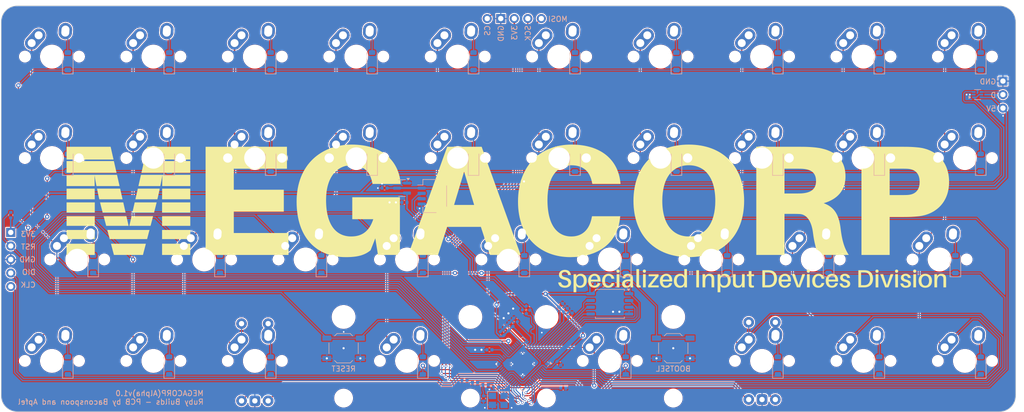
<source format=kicad_pcb>
(kicad_pcb (version 20241229) (generator "pcbnew") (generator_version "9.0")
  (layers (0 "F.Cu" signal) (2 "B.Cu" signal) (13 "F.Paste" user) (15 "B.Paste" user) (5 "F.SilkS" user "F.Silkscreen") (7 "B.SilkS" user "B.Silkscreen") (1 "F.Mask" user) (3 "B.Mask" user) (25 "Edge.Cuts" user))
  (net 0 "")
  (net 1 "ROW 0")
  (net 2 "ROW 1")
  (net 3 "ROW 2")
  (net 4 "ROW 3")
  (net 5 "COL 0")
  (net 6 "COL 1")
  (net 7 "COL 2")
  (net 8 "COL 3")
  (net 9 "COL 4")
  (net 10 "COL 5")
  (net 11 "COL 6")
  (net 12 "COL 7")
  (net 13 "COL 8")
  (net 14 "COL 9")
  (net 15 "+1V1")
  (net 16 "GND")
  (net 17 "+3V3")
  (net 18 "XTAL_IN")
  (net 19 "Net-(C_Crystal2-Pad2)")
  (net 20 "+5V")
  (net 21 "D-")
  (net 22 "D+")
  (net 23 "RESET")
  (net 24 "SWDIO")
  (net 25 "SWCLK")
  (net 26 "XTAL_OUT")
  (net 27 "Net-(U1-USB_DP)")
  (net 28 "Net-(U1-USB_DM)")
  (net 29 "Net-(R_Flash1-Pad2)")
  (net 30 "Net-(R_Flash2-Pad2)")
  (net 31 "CS")
  (net 32 "SD3")
  (net 33 "QSPI_CLK")
  (net 34 "SD0")
  (net 35 "SD2")
  (net 36 "SD1")
  (net 37 "Net-(D1-A)")
  (net 38 "Net-(D2-A)")
  (net 39 "Net-(D3-A)")
  (net 40 "Net-(D4-A)")
  (net 41 "Net-(D5-A)")
  (net 42 "Net-(D6-A)")
  (net 43 "Net-(D7-A)")
  (net 44 "Net-(D8-A)")
  (net 45 "Net-(D9-A)")
  (net 46 "Net-(D10-A)")
  (net 47 "Net-(D11-A)")
  (net 48 "Net-(D12-A)")
  (net 49 "Net-(D13-A)")
  (net 50 "Net-(D14-A)")
  (net 51 "Net-(D15-A)")
  (net 52 "Net-(D16-A)")
  (net 53 "Net-(D17-A)")
  (net 54 "Net-(D18-A)")
  (net 55 "Net-(D19-A)")
  (net 56 "Net-(D20-A)")
  (net 57 "Net-(D22-A)")
  (net 58 "Net-(D23-A)")
  (net 59 "Net-(D24-A)")
  (net 60 "Net-(D25-A)")
  (net 61 "Net-(D26-A)")
  (net 62 "Net-(D27-A)")
  (net 63 "Net-(D28-A)")
  (net 64 "Net-(D29-A)")
  (net 65 "Net-(D30-A)")
  (net 66 "Net-(D31-A)")
  (net 67 "Net-(D32-A)")
  (net 68 "Net-(D33-A)")
  (net 69 "Net-(D34-A)")
  (net 70 "Net-(D35-A)")
  (net 71 "Net-(D36-A)")
  (net 74 "ENC1_L")
  (net 75 "ENC1_R")
  (net 76 "ENC2_R")
  (net 81 "ENC2_L")
  (net 82 "SPI1_SCK")
  (net 84 "Net-(D21-A)")
  (net 85 "SPI1_TX_MOSI")
  (net 86 "SPI1_CS")
  (net 88 "LED_DATA_5V")
  (net 89 "Net-(D37-A)")
  (net 90 "LED_DATA_3V3")
  (footprint "PCM_Switch_Keyboard_Hybrid:SW_Hybrid_Cherry_MX_Alps_1.00u" (layer "F.Cu") (at 163.115488 77.39056)
    (property "Reference" "MX26" (hide yes))
    (property "Value" "MX-NoLED")
  )
  (footprint "PCM_Switch_Keyboard_Hybrid:SW_Hybrid_Cherry_MX_Alps_1.00u" (layer "F.Cu") (at 182.165472 77.39056)
    (property "Reference" "MX27" (hide yes))
    (property "Value" "MX-NoLED")
  )
  (footprint "PCM_Switch_Keyboard_Hybrid:SW_Hybrid_Cherry_MX_Alps_1.00u" (layer "F.Cu") (at 210.740449 39.290593)
    (property "Reference" "MX10" (hide yes))
    (property "Value" "MX-NoLED")
  )
  (footprint "PCM_marbastlib-various:ROT_Alps_EC11E-Switch" (layer "F.Cu") (at 172.640479 96.190544)
    (property "Reference" "ENC2" (hide yes))
    (property "Value" "RotaryEncoder_Switch")
  )
  (footprint "PCM_Switch_Keyboard_Hybrid:SW_Hybrid_Cherry_MX_Alps_1.00u" (layer "F.Cu") (at 210.740448 96.440544)
    (property "Reference" "MX36" (hide yes))
    (property "Value" "MX-NoLED")
  )
  (footprint "PCM_Switch_Keyboard_Hybrid:SW_Hybrid_Cherry_MX_Alps_2.00u" (layer "F.Cu") (at 105.965536 96.440544)
    (property "Reference" "MX32" (hide yes))
    (property "Value" "MX-NoLED")
  )
  (footprint "PCM_Switch_Keyboard_Hybrid:SW_Hybrid_Cherry_MX_Alps_1.00u" (layer "F.Cu") (at 58.340576 39.290593)
    (property "Reference" "MX2" (hide yes))
    (property "Value" "MX-NoLED")
  )
  (footprint "PCM_Switch_Keyboard_Hybrid:SW_Hybrid_Cherry_MX_Alps_1.50u" (layer "F.Cu") (at 44.03324 77.39056)
    (property "Reference" "MX20" (hide yes))
    (property "Value" "MX-NoLED")
  )
  (footprint "PCM_Switch_Keyboard_Hybrid:SW_Hybrid_Cherry_MX_Alps_1.00u" (layer "F.Cu") (at 39.290592 58.340575)
    (property "Reference" "MX11" (hide yes))
    (property "Value" "MX-NoLED")
  )
  (footprint "PCM_Switch_Keyboard_Hybrid:SW_Hybrid_Cherry_MX_Alps_1.00u" (layer "F.Cu") (at 125.01552 77.390561)
    (property "Reference" "MX24" (hide yes))
    (property "Value" "MX-NoLED")
  )
  (footprint "PCM_Switch_Keyboard_Hybrid:SW_Hybrid_Cherry_MX_Alps_1.00u" (layer "F.Cu") (at 172.640479 96.440544)
    (property "Reference" "MX34" (hide yes))
    (property "Value" "MX-NoLED")
  )
  (footprint "PCM_marbastlib-mx:STAB_MX_2u" (layer "F.Cu") (at 144.065504 96.440544 180)
    (property "Reference" "S2" (hide yes))
    (property "Value" "MX_stab")
  )
  (footprint "PCM_Switch_Keyboard_Hybrid:SW_Hybrid_Cherry_MX_Alps_1.00u" (layer "F.Cu") (at 210.740448 58.340576)
    (property "Reference" "MX19" (hide yes))
    (property "Value" "MX-NoLED")
  )
  (footprint "PCM_marbastlib-various:ROT_Alps_EC11E-Switch" (layer "F.Cu") (at 77.39056 96.440544)
    (property "Reference" "ENC1" (hide yes))
    (property "Value" "RotaryEncoder_Switch")
  )
  (footprint "PCM_Switch_Keyboard_Hybrid:SW_Hybrid_Cherry_MX_Alps_1.00u" (layer "F.Cu") (at 86.915552 77.390561)
    (property "Reference" "MX22" (hide yes))
    (property "Value" "MX-NoLED")
  )
  (footprint "PCM_Switch_Keyboard_Hybrid:SW_Hybrid_Cherry_MX_Alps_1.00u" (layer "F.Cu") (at 105.965536 77.390561)
    (property "Reference" "MX23" (hide yes))
    (property "Value" "MX-NoLED")
  )
  (footprint "PCM_Switch_Keyboard_Hybrid:SW_Hybrid_Cherry_MX_Alps_1.00u" (layer "F.Cu") (at 77.390559 39.290593)
    (property "Reference" "MX3" (hide yes))
    (property "Value" "MX-NoLED")
  )
  (footprint "PCM_Switch_Keyboard_Hybrid:SW_Hybrid_Cherry_MX_Alps_1.00u" (layer "F.Cu") (at 58.340576 96.440544)
    (property "Reference" "MX30" (hide yes))
    (property "Value" "MX-NoLED")
  )
  (footprint "PCM_Switch_Keyboard_Hybrid:SW_Hybrid_Cherry_MX_Alps_1.00u" (layer "F.Cu") (at 115.490528 58.340575)
    (property "Reference" "MX15" (hide yes))
    (property "Value" "MX-NoLED")
  )
  (footprint "PCM_Switch_Keyboard_Hybrid:SW_Hybrid_Cherry_MX_Alps_1.00u" (layer "F.Cu") (at 39.290592 39.290593)
    (property "Reference" "MX1" (hide yes))
    (property "Value" "MX-NoLED")
  )
  (footprint "PCM_Switch_Keyboard_Hybrid:SW_Hybrid_Cherry_MX_Alps_1.00u" (layer "F.Cu") (at 96.440543 39.290593)
    (property "Reference" "MX4" (hide yes))
    (property "Value" "MX-NoLED")
  )
  (footprint "PCM_marbastlib-mx:STAB_MX_2u" (layer "F.Cu") (at 105.965536 96.440544 180)
    (property "Reference" "S1" (hide yes))
    (property "Value" "MX_stab")
  )
  (footprint "PCM_Switch_Keyboard_Hybrid:SW_Hybrid_Cherry_MX_Alps_1.00u" (layer "F.Cu") (at 134.540512 39.290593)
    (property "Reference" "MX6" (hide yes))
    (property "Value" "MX-NoLED")
  )
  (footprint "PCM_Switch_Keyboard_Hybrid:SW_Hybrid_Cherry_MX_Alps_1.00u" (layer "F.Cu") (at 115.490528 39.290593)
    (property "Reference" "MX5" (hide yes))
    (property "Value" "MX-NoLED")
  )
  (footprint "Connector_PinHeader_2.54mm:PinHeader_1x03_P2.54mm_Vertical" (layer "F.Cu") (at 217.88435 43.894286)
    (property "Reference" "J4" (hide yes))
    (property "Value" "LED_STRIP")
  )
  (footprint "PCM_Switch_Keyboard_Hybrid:SW_Hybrid_Cherry_MX_Alps_1.00u" (layer "F.Cu") (at 96.440544 58.340575)
    (property "Reference" "MX14" (hide yes))
    (property "Value" "MX-NoLED")
  )
  (footprint "PCM_Switch_Keyboard_Hybrid:SW_Hybrid_Cherry_MX_Alps_1.00u" (layer "F.Cu") (at 191.690464 96.440544)
    (property "Reference" "MX35" (hide yes))
    (property "Value" "MX-NoLED")
  )
  (footprint "PCM_Switch_Keyboard_Hybrid:SW_Hybrid_Cherry_MX_Alps_1.00u" (layer "F.Cu") (at 172.64048 39.290593)
    (property "Reference" "MX8" (hide yes))
    (property "Value" "MX-NoLED")
  )
  (footprint "Connector_PinHeader_2.54mm:PinHeader_1x05_P2.54mm_Vertical" (layer "F.Cu") (at 121.0356 32.146786 90)
    (property "Reference" "J3" (hide yes))
    (property "Value" "nice!view")
  )
  (footprint "PCM_Switch_Keyboard_Hybrid:SW_Hybrid_Cherry_MX_Alps_1.00u" (layer "F.Cu") (at 153.590496 39.290593)
    (property "Reference" "MX7" (hide yes))
    (property "Value" "MX-NoLED")
  )
  (footprint "PCM_Switch_Keyboard_Hybrid:SW_Hybrid_Cherry_MX_Alps_1.00u" (layer "F.Cu") (at 134.540511 58.340576)
    (property "Reference" "MX16" (hide yes))
    (property "Value" "MX-NoLED")
  )
  (footprint "PCM_Switch_Keyboard_Hybrid:SW_Hybrid_Cherry_MX_Alps_1.00u" (layer "F.Cu") (at 58.340576 58.340576)
    (property "Reference" "MX12" (hide yes))
    (property "Value" "MX-NoLED")
  )
  (footprint "PCM_Switch_Keyboard_Hybrid:SW_Hybrid_Cherry_MX_Alps_1.50u" (layer "F.Cu") (at 205.977952 77.39056)
    (property "Reference" "MX28" (hide yes))
    (property "Value" "MX-NoLED")
  )
  (footprint "PCM_Switch_Keyboard_Hybrid:SW_Hybrid_Cherry_MX_Alps_1.00u" (layer "F.Cu") (at 191.690464 39.290593)
    (property "Reference" "MX9" (hide yes))
    (property "Value" "MX-NoLED")
  )
  (footprint "PCM_Switch_Keyboard_Hybrid:SW_Hybrid_Cherry_MX_Alps_1.00u" (layer "F.Cu") (at 67.865568 77.39056)
    (property "Reference" "MX21" (hide yes))
    (property "Value" "MX-NoLED")
  )
  (footprint "PCM_Switch_Keyboard_Hybrid:SW_Hybrid_Cherry_MX_Alps_1.00u" (layer "F.Cu") (at 39.290592 96.440544)
    (property "Reference" "MX29" (hide yes))
    (property "Value" "MX-NoLED")
  )
  (footprint "PCM_Switch_Keyboard_Hybrid:SW_Hybrid_Cherry_MX_Alps_2.00u" (layer "F.Cu") (at 144.065504 96.440544)
    (property "Reference" "MX33" (hide yes))
    (property "Value" "MX-NoLED")
  )
  (footprint "PCM_Switch_Keyboard_Hybrid:SW_Hybrid_Cherry_MX_Alps_1.00u" (layer "F.Cu") (at 77.39056 96.440544)
    (property "Reference" "MX31" (hide yes))
    (property "Value" "MX-NoLED")
  )
  (footprint "PCM_Switch_Keyboard_Hybrid:SW_Hybrid_Cherry_MX_Alps_1.00u" (layer "F.Cu") (at 153.590496 58.340576)
    (property "Reference" "MX17" (hide yes))
    (property "Value" "MX-NoLED")
  )
  (footprint "PCM_Switch_Keyboard_Hybrid:SW_Hybrid_Cherry_MX_Alps_1.00u" (layer "F.Cu") (at 77.39056 58.340576)
    (property "Reference" "MX13" (hide yes))
    (property "Value" "MX-NoLED")
  )
  (footprint "PCM_Switch_Keyboard_Hybrid:SW_Hybrid_Cherry_MX_Alps_1.00u" (layer "F.Cu") (at 144.065504 77.39056)
    (property "Reference" "MX25" (hide yes))
    (property "Value" "MX-NoLED")
  )
  (footprint "PCM_Switch_Keyboard_Hybrid:SW_Hybrid_Cherry_MX_Alps_1.00u" (layer "F.Cu") (at 191.690464 58.340576)
    (property "Reference" "MX37" (hide yes))
    (property "Value" "MX-NoLED")
  )
  (footprint "PCM_Switch_Keyboard_Hybrid:SW_Hybrid_Cherry_MX_Alps_1.00u" (layer "F.Cu") (at 172.64048 58.340576)
    (property "Reference" "MX18" (hide yes))
    (property "Value" "MX-NoLED")
  )
  (footprint "Capacitor_SMD:C_0402_1005Metric" (layer "B.Cu") (at 123.834211 91.287568 135)
    (property "Reference" "C_3V-Decoup1" (hide yes))
    (property "Value" "10u")
  )
  (footprint "Diode_SMD:D_SOD-123" (layer "B.Cu") (at 208.954512 78.283528 90)
    (property "Reference" "D28" (hide yes))
    (property "Value" "1N4148W")
  )
  (footprint "Diode_SMD:D_SOD-123" (layer "B.Cu") (at 61.317136 97.333513 90)
    (property "Reference" "D30" (hide yes))
    (property "Value" "1N4148W")
  )
  (footprint "Capacitor_SMD:C_0402_1005Metric" (layer "B.Cu") (at 118.7356 100.505536 180)
    (property "Reference" "C_3V-Decoup6" (hide yes))
    (property "Value" "100n")
  )
  (footprint "Diode_SMD:D_SOD-123" (layer "B.Cu") (at 42.267152 59.233542 90)
    (property "Reference" "D11" (hide yes))
    (property "Value" "1N4148W")
  )
  (footprint "Button_Switch_SMD:SW_SPST_TL3342" (layer "B.Cu") (at 155.971745 94.059297)
    (property "Reference" "SW2" (hide yes))
    (property "Value" "BOOTSEL" (hide yes))
  )
  (footprint "Diode_SMD:D_SOD-123" (layer "B.Cu") (at 213.717008 97.333513 90)
    (property "Reference" "D36" (hide yes))
    (property "Value" "1N4148W")
  )
  (footprint "Resistor_SMD:R_0402_1005Metric" (layer "B.Cu") (at 120.7256 100.955536)
    (property "Reference" "R_Crystal1" (hide yes))
    (property "Value" "1k")
  )
  (footprint "Capacitor_SMD:C_0402_1005Metric" (layer "B.Cu") (at 105.485537 66.674945 180)
    (property "Reference" "C_LD2" (hide yes))
    (property "Value" "1u")
  )
  (footprint "Diode_SMD:D_SOD-123" (layer "B.Cu") (at 147.042064 97.333513 90)
    (property "Reference" "D33" (hide yes))
    (property "Value" "1N4148W")
  )
  (footprint "Package_SO:SOIC-8_5.23x5.23mm_P1.27mm" (layer "B.Cu") (at 144.065504 85.724928 180)
    (property "Reference" "U2" (hide yes))
    (property "Value" "W25Q128JVS")
  )
  (footprint "Diode_SMD:D_SOD-123" (layer "B.Cu") (at 99.417104 40.183561 90)
    (property "Reference" "D4" (hide yes))
    (property "Value" "1N4148W")
  )
  (footprint "Resistor_SMD:R_0402_1005Metric" (layer "B.Cu") (at 145.256128 82.153057)
    (property "Reference" "R_Flash2" (hide yes))
    (property "Value" "5k1")
  )
  (footprint "Capacitor_SMD:C_0402_1005Metric" (layer "B.Cu") (at 101.753819 63.984321 180)
    (property "Reference" "C_LD1" (hide yes))
    (property "Value" "1u")
  )
  (footprint "Diode_SMD:D_SOD-123" (layer "B.Cu") (at 61.317136 40.18356 90)
    (property "Reference" "D2" (hide yes))
    (property "Value" "1N4148W")
  )
  (footprint "Capacitor_SMD:C_0402_1005Metric" (layer "B.Cu") (at 125.518007 89.603772 135)
    (property "Reference" "C_3V-Decoup2" (hide yes))
    (property "Value" "1u")
  )
  (footprint "Diode_SMD:D_SOD-123" (layer "B.Cu") (at 70.842128 78.283528 90)
    (property "Reference" "D21" (hide yes))
    (property "Value" "1N4148W")
  )
  (footprint "Diode_SMD:D_SOD-123" (layer "B.Cu") (at 194.667024 40.18356 90)
    (property "Reference" "D9" (hide yes))
    (property "Value" "1N4148W")
  )
  (footprint "Capacitor_SMD:C_0402_1005Metric" (layer "B.Cu") (at 122.6956 101.355536)
    (property "Reference" "C_Crystal1" (hide yes))
    (property "Value" "22p")
  )
  (footprint "Diode_SMD:D_SOD-123" (layer "B.Cu") (at 185.142032 78.283529 90)
    (property "Reference" "D27" (hide yes))
    (property "Value" "1N4148W")
  )
  (footprint "Diode_SMD:D_SOD-123" (layer "B.Cu") (at 127.99208 78.283529 90)
    (property "Reference" "D24" (hide yes))
    (property "Value" "1N4148W")
  )
  (footprint "Package_TO_SOT_SMD:SOT-23" (layer "B.Cu") (at 105.028036 63.984321 180)
    (property "Reference" "U3" (hide yes))
    (property "Value" "XC6206P332MR")
  )
  (footprint "Diode_SMD:D_SOD-123" (layer "B.Cu") (at 80.36712 59.233543 90)
    (property "Reference" "D13" (hide yes))
    (property "Value" "1N4148W")
  )
  (footprint "Crystal:Crystal_SMD_3225-4Pin_3.2x2.5mm" (layer "B.Cu") (at 123.0956 103.855536)
    (property "Reference" "Y1" (hide yes))
    (property "Value" "12MHz")
  )
  (footprint "Resistor_SMD:R_0402_1005Metric" (layer "B.Cu") (at 127.99208 87.213208 -45)
    (property "Reference" "R_DATA2" (hide yes))
    (property "Value" "27")
  )
  (footprint "Capacitor_SMD:C_0402_1005Metric" (layer "B.Cu") (at 135.731136 86.915553 45)
    (property "Reference" "C_3V-Decoup9" (hide yes))
    (property "Value" "100n")
  )
  (footprint "Connector_PinHeader_2.54mm:PinHeader_1x05_P2.54mm_Vertical" (layer "B.Cu") (at 31.551536 72.315561 180)
    (property "Reference" "J2" (hide yes))
    (property "Value" "SWD")
  )
  (footprint "Diode_SMD:D_SOD-123" (layer "B.Cu") (at 80.36712 97.333513 90)
    (property "Reference" "D31" (hide yes))
    (property "Value" "1N4148W")
  )
  (footprint "Diode_SMD:D_SOD-123" (layer "B.Cu") (at 175.617039 59.233543 90)
    (property "Reference" "D18" (hide yes))
    (property "Value" "1N4148W")
  )
  (footprint "Capacitor_SMD:C_0402_1005Metric" (layer "B.Cu") (at 135.3156 101.545536)
    (property "Reference" "C_3V-Decoup4" (hide yes))
    (property "Value" "100n")
  )
  (footprint "Diode_SMD:D_SOD-123" (layer "B.Cu") (at 99.417104 59.233543 90)
    (property "Reference" "D14" (hide yes))
    (property "Value" "1N4148W")
  )
  (footprint "Diode_SMD:D_SOD-123" (layer "B.Cu") (at 156.567056 40.18356 90)
    (property "Reference" "D7" (hide yes))
    (property "Value" "1N4148W")
  )
  (footprint "Diode_SMD:D_SOD-123" (layer "B.Cu") (at 194.667024 97.333513 90)
    (property "Reference" "D35" (hide yes))
    (property "Value" "1N4148W")
  )
  (footprint "Diode_SMD:D_SOD-123" (layer "B.Cu") (at 175.61704 97.333513 90)
    (property "Reference" "D34" (hide yes))
    (property "Value" "1N4148W")
  )
  (footprint "Diode_SMD:D_SOD-123" (layer "B.Cu") (at 42.267152 40.18356 90)
    (property "Reference" "D1" (hide yes))
    (property "Value" "1N4148W")
  )
  (footprint "Diode_SMD:D_SOD-123" (layer "B.Cu") (at 42.267152 97.333513 90)
    (property "Reference" "D29" (hide yes))
    (property "Value" "1N4148W")
  )
  (footprint "Diode_SMD:D_SOD-123" (layer "B.Cu") (at 47.029648 78.283528 90)
    (property "Reference" "D20" (hide yes))
    (property "Value" "1N4148W")
  )
  (footprint "Diode_SMD:D_SOD-123" (layer "B.Cu") (at 118.467088 40.183561 90)
    (property "Reference" "D5" (hide yes))
    (property "Value" "1N4148W")
  )
  (footprint "Diode_SMD:D_SOD-123" (layer "B.Cu") (at 166.092048 78.283529 90)
    (property "Reference" "D26" (hide yes))
    (property "Value" "1N4148W")
  )
  (footprint "Diode_SMD:D_SOD-123" (layer "B.Cu") (at 175.61704 40.18356 90)
    (property "Reference" "D8" (hide yes))
    (property "Value" "1N4148W")
  )
  (footprint "Capacitor_SMD:C_0402_1005Metric" (layer "B.Cu") (at 121.443648 94.356953 180)
    (property "Reference" "C_3V-Decoup8" (hide yes))
    (property "Value" "100n")
  )
  (footprint "Capacitor_SMD:C_0402_1005Metric" (layer "B.Cu") (at 120.3356 103.495536 90)
    (property "Reference" "C_Crystal2" (hide yes))
    (property "Value" "22p")
  )
  (footprint "Capacitor_SMD:C_0402_1005Metric" (layer "B.Cu") (at 134.838168 86.022585 45)
    (property "Reference" "C_3V-Decoup3" (hide yes))
    (property "Value" "100n")
  )
  (footprint "Diode_SMD:D_SOD-123" (layer "B.Cu") (at 61.317136 59.233543 90)
    (property "Reference" "D12" (hide yes))
    (property "Value" "1N4148W")
  )
  (footprint "Diode_SMD:D_SOD-123" (layer "B.Cu") (at 137.517072 40.183561 90)
    (property "Reference" "D6" (hide yes))
    (property "Value" "1N4148W")
  )
  (footprint "Resistor_SMD:R_0402_1005Metric" (layer "B.Cu") (at 142.87488 82.153057)
    (property "Reference" "R_Flash1" (hide yes))
    (property "Value" "5k1")
  )
  (footprint "Connector_JST:JST_SH_SM04B-SRSS-TB_1x04-1MP_P1.00mm_Horizontal" (layer "B.Cu") (at 110.728032 65.484321 -90)
    (property "Reference" "J1" (hide yes))
    (property "Value" "SM04B-SRSS-TB(LF)(SN)")
  )
  (footprint "Diode_SMD:D_SOD-123" (layer "B.Cu") (at 194.667024 59.233543 90)
    (property "Reference" "D37" (hide yes))
    (property "Value" "1N4148W")
  )
  (footprint "Diode_SMD:D_SOD-123" (layer "B.Cu") (at 147.042064 78.283529 90)
    (property "Reference" "D25" (hide yes))
    (property "Value" "1N4148W")
  )
  (footprint "Capacitor_SMD:C_0402_1005Metric" (layer "B.Cu") (at 126.359905 88.761874 135)
    (property "Reference" "C_1V-Decoup3" (hide yes))
    (property "Value" "100n")
  )
  (footprint "Resistor_SMD:R_0402_1005Metric" (layer "B.Cu") (at 128.683828 86.521461 -45)
    (property "Reference" "R_DATA1" (hide yes))
    (property "Value" "27")
  )
  (footprint "Diode_SMD:D_SOD-123" (layer "B.Cu") (at 156.567056 59.233544 90)
    (property "Reference" "D17" (hide yes))
    (property "Value" "1N4148W")
  )
  (footprint "Capacitor_SMD:C_0402_1005Metric" (layer "B.Cu") (at 140.791288 82.153057)
    (property "Reference" "C_Flash1" (hide yes))
    (property "Value" "100n")
  )
  (footprint "Resistor_SMD:R_0402_1005Metric" (layer "B.Cu") (at 31.551536 69.056192 90)
    (property "Reference" "R_RST1" (hide yes))
    (property "Value" "5k1")
  )
  (footprint "Package_TO_SOT_SMD:SOT-563" (layer "B.Cu") (at 213.12185 46.434286)
    (property "Reference" "U4" (hide yes))
    (property "Value" "SN74LVC1T45DRL")
  )
  (footprint "Diode_SMD:D_SOD-123" (layer "B.Cu") (at 108.942096 78.283529 90)
    (property "Reference" "D23" (hide yes))
    (property "Value" "1N4148W")
  )
  (footprint "Diode_SMD:D_SOD-123" (layer "B.Cu") (at 89.892111 78.283529 90)
    (property "Reference" "D22" (hide yes))
    (property "Value" "1N4148W")
  )
  (footprint "Diode_SMD:D_SOD-123" (layer "B.Cu") (at 118.467088 59.233543 90)
    (property "Reference" "D15" (hide yes))
    (property "Value" "1N4148W")
  )
  (footprint "Capacitor_SMD:C_0402_1005Metric" (layer "B.Cu") (at 134.480127 96.882096 -45)
    (property "Reference" "C_3V-Decoup5" (hide yes))
    (property "Value" "100n")
  )
  (footprint "Capacitor_SMD:C_0402_1005Metric" (layer "B.Cu") (at 124.676109 90.44567 135)
    (property "Reference" "C_3V-Decoup7" (hide yes))
    (property "Value" "100n")
  )
  (footprint "Diode_SMD:D_SOD-123" (layer "B.Cu") (at 213.717008 59.233543 90)
    (property "Reference" "D19" (hide yes))
    (property "Value" "1N4148W")
  )
  (footprint "Diode_SMD:D_SOD-123" (layer "B.Cu") (at 213.717008 40.18356 90)
    (property "Reference" "D10" (hide yes))
    (property "Value" "1N4148W")
  )
  (footprint "Capacitor_SMD:C_0402_1005Metric" (layer "B.Cu") (at 136.624104 87.808521 45)
    (property "Reference" "C_1V-Decoup2" (hide yes))
    (property "Value" "100n")
  )
  (footprint "Diode_SMD:D_SOD-123" (layer "B.Cu") (at 108.942096 97.333513 90)
    (property "Reference" "D32" (hide yes))
    (property "Value" "1N4148W")
  )
  (footprint "Button_Switch_SMD:SW_SPST_TL3342" (layer "B.Cu") (at 94.059296 94.059297)
    (property "Reference" "SW1" (hide yes))
    (property "Value" "RESET" (hide yes))
  )
  (footprint "Package_DFN_QFN:QFN-56-1EP_7x7mm_P0.4mm_EP3.2x3.2mm_ThermalVias" (layer "B.Cu") (at 127.694424 97.035857 135)
    (property "Reference" "U1" (hide yes))
    (property "Value" "RP2040")
  )
  (footprint "Diode_SMD:D_SOD-123" (layer "B.Cu") (at 80.36712 40.18356 90)
    (property "Reference" "D3" (hide yes))
    (property "Value" "1N4148W")
  )
  (footprint "Capacitor_SMD:C_0402_1005Metric" (layer "B.Cu") (at 116.7656 100.065536 180)
    (property "Reference" "C_1V-Decoup1" (hide yes))
    (property "Value" "1u")
  )
  (footprint "Diode_SMD:D_SOD-123" (layer "B.Cu") (at 137.517072 59.233544 90)
    (property "Reference" "D16" (hide yes))
    (property "Value" "1N4148W")
  )
  (footprint "Resistor_SMD:R_0402_1005Metric" (layer "B.Cu") (at 147.33972 82.153057)
    (property "Reference" "R_Flash3" (hide yes))
    (property "Value" "1k")
  )
  (gr_poly (pts (xy 65.267506 66.095364) (xy 59.973513 66.095364) (xy 59.978144 64.888546) (xy 59.986384 64.086685) (xy 65.267506 64.086685)) (stroke (width -0.000001)) (fill yes) (layer "F.SilkS"))
  (gr_poly (pts (xy 53.118117 68.586415) (xy 48.815266 68.586415) (xy 48.660154 68.002452) (xy 48.578314 67.691596) (xy 48.49466 67.365556) (xy 48.409669 67.025886) (xy 48.323818 66.674138) (xy 52.683622 66.674138)) (stroke (width -0.000001)) (fill yes) (layer "F.SilkS"))
  (gr_poly (pts (xy 201.326594 79.287005) (xy 201.342396 79.288096) (xy 201.35792 79.289894) (xy 201.37315 79.292386) (xy 201.388069 79.295555) (xy 201.402661 79.299386) (xy 201.416909 79.303863) (xy 201.430798 79.308972) (xy 201.444312 79.314696) (xy 201.457433 79.321021) (xy 201.470146 79.32793) (xy 201.482434 79.335409) (xy 201.494281 79.343442) (xy 201.505671 79.352014) (xy 201.516588 79.361109) (xy 201.527015 79.370711) (xy 201.536936 79.380807) (xy 201.546335 79.391379) (xy 201.555195 79.402412) (xy 201.563501 79.413892) (xy 201.571236 79.425803) (xy 201.578383 79.438129) (xy 201.584927 79.450854) (xy 201.590851 79.463965) (xy 201.59614 79.477444) (xy 201.600775 79.491277) (xy 201.604743 79.505449) (xy 201.608025 79.519943) (xy 201.610606 79.534744) (xy 201.61247 79.549838) (xy 201.6136 79.565208) (xy 201.613981 79.58084) (xy 201.6136 79.5969) (xy 201.61247 79.612672) (xy 201.610606 79.628141) (xy 201.608025 79.643293) (xy 201.604743 79.658112) (xy 201.600775 79.672585) (xy 201.59614 79.686697) (xy 201.590851 79.700433) (xy 201.584927 79.713779) (xy 201.578383 79.72672) (xy 201.571236 79.739243) (xy 201.563501 79.751331) (xy 201.555195 79.762971) (xy 201.546335 79.774149) (xy 201.536936 79.78485) (xy 201.527015 79.795058) (xy 201.516588 79.804761) (xy 201.505671 79.813942) (xy 201.494281 79.822589) (xy 201.482434 79.830685) (xy 201.470146 79.838218) (xy 201.457433 79.845171) (xy 201.444312 79.851531) (xy 201.430798 79.857284) (xy 201.416909 79.862414) (xy 201.402661 79.866907) (xy 201.388069 79.870748) (xy 201.37315 79.873924) (xy 201.35792 79.876419) (xy 201.342396 79.878219) (xy 201.326594 79.87931) (xy 201.310529 79.879677) (xy 201.294468 79.87931) (xy 201.278696 79.878219) (xy 201.263225 79.876419) (xy 201.248072 79.873924) (xy 201.23325 79.870748) (xy 201.218774 79.866907) (xy 201.204659 79.862414) (xy 201.190919 79.857284) (xy 201.17757 79.851532) (xy 201.164624 79.845172) (xy 201.152097 79.838219) (xy 201.140004 79.830687) (xy 201.128359 79.82259) (xy 201.117176 79.813944) (xy 201.106471 79.804763) (xy 201.096257 79.79506) (xy 201.08655 79.784852) (xy 201.077363 79.774151) (xy 201.068712 79.762974) (xy 201.060611 79.751333) (xy 201.053074 79.739245) (xy 201.046116 79.726723) (xy 201.039751 79.713781) (xy 201.033995 79.700435) (xy 201.028862 79.686699) (xy 201.024366 79.672587) (xy 201.020521 79.658114) (xy 201.017343 79.643294) (xy 201.014846 79.628143) (xy 201.013044 79.612673) (xy 201.011952 79.596901) (xy 201.011585 79.58084) (xy 201.011952 79.565208) (xy 201.013044 79.549838) (xy 201.014846 79.534744) (xy 201.017343 79.519943) (xy 201.020521 79.505449) (xy 201.024366 79.491277) (xy 201.028862 79.477444) (xy 201.033995 79.463965) (xy 201.039751 79.450854) (xy 201.046116 79.438129) (xy 201.053074 79.425803) (xy 201.060611 79.413892) (xy 201.068712 79.402412) (xy 201.077363 79.391379) (xy 201.08655 79.380807) (xy 201.096257 79.370711) (xy 201.106471 79.361109) (xy 201.117176 79.352014) (xy 201.128359 79.343442) (xy 201.140004 79.335409) (xy 201.152097 79.32793) (xy 201.164624 79.321021) (xy 201.17757 79.314696) (xy 201.190919 79.308972) (xy 201.204659 79.303863) (xy 201.218774 79.299386) (xy 201.23325 79.295555) (xy 201.248072 79.292386) (xy 201.263225 79.289894) (xy 201.278696 79.288096) (xy 201.294468 79.287005) (xy 201.310529 79.286638)) (stroke (width -0.000001)) (fill yes) (layer "F.SilkS"))
  (gr_poly (pts (xy 147.51631 80.086698) (xy 147.572969 80.089051) (xy 147.627418 80.092946) (xy 147.67969 80.098361) (xy 147.729817 80.105274) (xy 147.777833 80.113662) (xy 147.823769 80.123504) (xy 147.867658 80.134778) (xy 147.909534 80.14746) (xy 147.949428 80.16153) (xy 147.987374 80.176966) (xy 148.023403 80.193744) (xy 148.057549 80.211844) (xy 148.089844 80.231242) (xy 148.120321 80.251918) (xy 148.149012 80.273848) (xy 148.175951 80.297011) (xy 148.201169 80.321385) (xy 148.224699 80.346948) (xy 148.246575 80.373677) (xy 148.266828 80.40155) (xy 148.285491 80.430546) (xy 148.302598 80.460642) (xy 148.31818 80.491817) (xy 148.33227 80.524048) (xy 148.344901 80.557312) (xy 148.356105 80.591589) (xy 148.365916 80.626856) (xy 148.374365 80.66309) (xy 148.381485 80.70027) (xy 148.391871 80.77738) (xy 148.395158 80.817199) (xy 148.398005 80.859163) (xy 148.40041 80.902776) (xy 148.402376 80.947543) (xy 148.404993 81.038562) (xy 148.405863 81.128261) (xy 148.405863 82.00207) (xy 148.406338 82.071587) (xy 148.407908 82.140822) (xy 148.410793 82.211245) (xy 148.415213 82.284329) (xy 148.421387 82.361545) (xy 148.429534 82.444364) (xy 148.439873 82.534259) (xy 148.452625 82.632701) (xy 147.94369 82.632701) (xy 147.897013 82.273307) (xy 147.770698 82.539455) (xy 147.73859 82.560465) (xy 147.705427 82.579771) (xy 147.67125 82.597422) (xy 147.636101 82.613466) (xy 147.60002 82.62795) (xy 147.563049 82.640923) (xy 147.525228 82.652432) (xy 147.486599 82.662526) (xy 147.447203 82.671252) (xy 147.407081 82.67866) (xy 147.366274 82.684795) (xy 147.324823 82.689708) (xy 147.282769 82.693445) (xy 147.240153 82.696056) (xy 147.197017 82.697586) (xy 147.153402 82.698086) (xy 147.112458 82.697349) (xy 147.072034 82.695143) (xy 147.032179 82.691476) (xy 146.992946 82.686355) (xy 146.954386 82.679788) (xy 146.916549 82.671782) (xy 146.879487 82.662345) (xy 146.843251 82.651485) (xy 146.807893 82.639208) (xy 146.773463 82.625523) (xy 146.740013 82.610437) (xy 146.707594 82.593957) (xy 146.676258 82.576092) (xy 146.646054 82.556848) (xy 146.617036 82.536234) (xy 146.589253 82.514256) (xy 146.562757 82.490923) (xy 146.5376 82.466241) (xy 146.513832 82.440219) (xy 146.491504 82.412863) (xy 146.470669 82.384183) (xy 146.451377 82.354184) (xy 146.433679 82.322875) (xy 146.417626 82.290263) (xy 146.40327 82.256355) (xy 146.390663 82.22116) (xy 146.379854 82.184685) (xy 146.370896 82.146936) (xy 146.363839 82.107923) (xy 146.358735 82.067652) (xy 146.355635 82.026131) (xy 146.354591 81.983367) (xy 146.356754 81.941225) (xy 146.896221 81.941225) (xy 146.896726 81.965375) (xy 146.89823 81.988706) (xy 146.900721 82.011221) (xy 146.904184 82.032924) (xy 146.908606 82.053818) (xy 146.913974 82.073907) (xy 146.920273 82.093193) (xy 146.927489 82.111681) (xy 146.93561 82.129375) (xy 146.944621 82.146276) (xy 146.954509 82.162389) (xy 146.96526 82.177718) (xy 146.976861 82.192265) (xy 146.989297 82.206035) (xy 147.002555 82.21903) (xy 147.016622 82.231254) (xy 147.031483 82.24271) (xy 147.047125 82.253402) (xy 147.063534 82.263334) (xy 147.080697 82.272509) (xy 147.0986 82.28093) (xy 147.117229 82.2886) (xy 147.136571 82.295524) (xy 147.156611 82.301704) (xy 147.198734 82.311848) (xy 147.243488 82.31906) (xy 147.290763 82.323366) (xy 147.34045 82.324796) (xy 147.370427 82.324153) (xy 147.399831 82.322229) (xy 147.428638 82.31903) (xy 147.456821 82.314564) (xy 147.484358 82.308837) (xy 147.511222 82.301856) (xy 147.537389 82.293628) (xy 147.562835 82.284159) (xy 147.587533 82.273458) (xy 147.611461 82.26153) (xy 147.634591 82.248382) (xy 147.656901 82.234022) (xy 147.678364 82.218455) (xy 147.698956 82.20169) (xy 147.718653 82.183732) (xy 147.737429 82.164589) (xy 147.755259 82.144267) (xy 147.772119 82.122774) (xy 147.787984 82.100116) (xy 147.802829 82.0763) (xy 147.816629 82.051333) (xy 147.82936 82.025221) (xy 147.840996 81.997972) (xy 147.851512 81.969593) (xy 147.860885 81.940089) (xy 147.869088 81.909469) (xy 147.876097 81.877739) (xy 147.881888 81.844906) (xy 147.886435 81.810976) (xy 147.889714 81.775957) (xy 147.891699 81.739855) (xy 147.892367 81.702677) (xy 147.892367 81.473577) (xy 147.781756 81.466975) (xy 147.728385 81.465303) (xy 147.676346 81.464732) (xy 147.625675 81.465273) (xy 147.576404 81.466937) (xy 147.528566 81.469736) (xy 147.482196 81.473681) (xy 147.437326 81.478782) (xy 147.393989 81.485052) (xy 147.35222 81.492501) (xy 147.312052 81.501141) (xy 147.273517 81.510983) (xy 147.23665 81.522037) (xy 147.201483 81.534316) (xy 147.168051 81.547831) (xy 147.136386 81.562592) (xy 147.106522 81.578611) (xy 147.078493 81.595898) (xy 147.052331 81.614467) (xy 147.02807 81.634326) (xy 147.005744 81.655489) (xy 146.985385 81.677965) (xy 146.967028 81.701766) (xy 146.950705 81.726904) (xy 146.936451 81.753389) (xy 146.924297 81.781233) (xy 146.914279 81.810446) (xy 146.906429 81.841041) (xy 146.90078 81.873029) (xy 146.897366 81.906419) (xy 146.896221 81.941225) (xy 146.356754 81.941225) (xy 146.359748 81.882877) (xy 146.366213 81.834878) (xy 146.375283 81.788387) (xy 146.38697 81.743414) (xy 146.401285 81.699965) (xy 146.41824 81.658049) (xy 146.437845 81.617676) (xy 146.460114 81.578852) (xy 146.485055 81.541587) (xy 146.512683 81.505889) (xy 146.543006 81.471766) (xy 146.576038 81.439226) (xy 146.611789 81.408278) (xy 146.65027 81.37893) (xy 146.691494 81.35119) (xy 146.735471 81.325067) (xy 146.782213 81.300569) (xy 146.884037 81.256481) (xy 146.997057 81.218994) (xy 147.121364 81.188172) (xy 147.257049 81.164084) (xy 147.404203 81.146796) (xy 147.562917 81.136375) (xy 147.733282 81.132886) (xy 147.892377 81.132886) (xy 147.892377 81.072142) (xy 147.892231 81.003401) (xy 147.891209 80.936442) (xy 147.890096 80.903078) (xy 147.888435 80.869499) (xy 147.886116 80.835482) (xy 147.883031 80.800809) (xy 147.879063 80.763812) (xy 147.872382 80.72836) (xy 147.862906 80.694568) (xy 147.857094 80.678331) (xy 147.850553 80.662553) (xy 147.843272 80.647248) (xy 147.835242 80.632431) (xy 147.826451 80.618116) (xy 147.816889 80.604318) (xy 147.806547 80.591052) (xy 147.795414 80.578331) (xy 147.78348 80.566171) (xy 147.770734 80.554586) (xy 147.757166 80.543591) (xy 147.742766 80.533199) (xy 147.727524 80.523427) (xy 147.71143 80.514287) (xy 147.694473 80.505795) (xy 147.676642 80.497965) (xy 147.657928 80.490812) (xy 147.638321 80.48435) (xy 147.61781 80.478594) (xy 147.596385 80.473558) (xy 147.574035 80.469257) (xy 147.550751 80.465706) (xy 147.526522 80.462918) (xy 147.501338 80.460909) (xy 147.448063 80.459284) (xy 147.420428 80.459777) (xy 147.393639 80.461251) (xy 147.367692 80.463701) (xy 147.342584 80.467122) (xy 147.318311 80.471509) (xy 147.294871 80.476857) (xy 147.272259 80.483161) (xy 147.250473 80.490416) (xy 147.229508 80.498616) (xy 147.209362 80.507757) (xy 147.190031 80.517833) (xy 147.171512 80.52884) (xy 147.153801 80.540771) (xy 147.136895 80.553623) (xy 147.12079 80.56739) (xy 147.105484 80.582067) (xy 147.090972 80.597648) (xy 147.077251 80.61413) (xy 147.064318 80.631506) (xy 147.05217 80.649771) (xy 147.040802 80.668921) (xy 147.030212 80.688949) (xy 147.020396 80.709853) (xy 147.011352 80.731625) (xy 147.003074 80.754261) (xy 146.995561 80.777756) (xy 146.982812 80.827302) (xy 146.973078 80.880222) (xy 146.966332 80.936476) (xy 146.452665 80.936476) (xy 146.456817 80.8863) (xy 146.463118 80.837511) (xy 146.471529 80.790124) (xy 146.482011 80.744152) (xy 146.494525 80.699608) (xy 146.509031 80.656506) (xy 146.525491 80.614859) (xy 146.543865 80.57468) (xy 146.564115 80.535983) (xy 146.586201 80.498782) (xy 146.610083 80.463089) (xy 146.635724 80.428919) (xy 146.663083 80.396285) (xy 146.692122 80.365199) (xy 146.722801 80.335677) (xy 146.755082 80.30773) (xy 146.788924 80.281373) (xy 146.82429 80.256619) (xy 146.86114 80.233482) (xy 146.899434 80.211974) (xy 146.939134 80.19211) (xy 146.9802 80.173902) (xy 147.022594 80.157365) (xy 147.066276 80.142512) (xy 147.111207 80.129355) (xy 147.157347 80.117909) (xy 147.253102 80.100203) (xy 147.353227 80.0895) (xy 147.457409 80.085909)) (stroke (width -0.000001)) (fill yes) (layer "F.SilkS"))
  (gr_poly (pts (xy 145.612227 79.287005) (xy 145.628038 79.288096) (xy 145.64357 79.289894) (xy 145.658806 79.292386) (xy 145.673732 79.295555) (xy 145.68833 79.299386) (xy 145.702584 79.303863) (xy 145.716479 79.308972) (xy 145.729997 79.314696) (xy 145.743122 79.321021) (xy 145.755839 79.32793) (xy 145.768131 79.335409) (xy 145.779982 79.343442) (xy 145.791375 79.352014) (xy 145.802294 79.361109) (xy 145.812724 79.370711) (xy 145.822647 79.380807) (xy 145.832048 79.391379) (xy 145.84091 79.402412) (xy 145.849217 79.413892) (xy 145.856953 79.425803) (xy 145.864101 79.438129) (xy 145.870646 79.450854) (xy 145.876571 79.463965) (xy 145.881859 79.477444) (xy 145.886496 79.491277) (xy 145.890463 79.505449) (xy 145.893746 79.519943) (xy 145.896327 79.534744) (xy 145.898191 79.549838) (xy 145.899321 79.565208) (xy 145.899702 79.58084) (xy 145.899321 79.5969) (xy 145.898191 79.612672) (xy 145.896327 79.628141) (xy 145.893746 79.643293) (xy 145.890463 79.658112) (xy 145.886496 79.672585) (xy 145.881859 79.686697) (xy 145.876571 79.700433) (xy 145.870646 79.713779) (xy 145.864101 79.72672) (xy 145.856953 79.739243) (xy 145.849217 79.751331) (xy 145.84091 79.762971) (xy 145.832048 79.774149) (xy 145.822647 79.78485) (xy 145.812724 79.795058) (xy 145.802294 79.804761) (xy 145.791375 79.813942) (xy 145.779982 79.822589) (xy 145.768131 79.830685) (xy 145.755839 79.838218) (xy 145.743122 79.845171) (xy 145.729997 79.851531) (xy 145.716479 79.857284) (xy 145.702584 79.862414) (xy 145.68833 79.866907) (xy 145.673732 79.870748) (xy 145.658806 79.873924) (xy 145.64357 79.876419) (xy 145.628038 79.878219) (xy 145.612227 79.87931) (xy 145.596154 79.879677) (xy 145.580101 79.87931) (xy 145.564335 79.878219) (xy 145.548872 79.876419) (xy 145.533725 79.873924) (xy 145.51891 79.870748) (xy 145.50444 79.866907) (xy 145.490331 79.862414) (xy 145.476597 79.857284) (xy 145.463252 79.851532) (xy 145.450311 79.845172) (xy 145.437789 79.838219) (xy 145.4257 79.830687) (xy 145.414059 79.82259) (xy 145.40288 79.813944) (xy 145.392178 79.804763) (xy 145.381968 79.79506) (xy 145.372263 79.784852) (xy 145.363079 79.774151) (xy 145.35443 79.762974) (xy 145.346331 79.751333) (xy 145.338796 79.739245) (xy 145.33184 79.726723) (xy 145.325477 79.713781) (xy 145.319722 79.700435) (xy 145.31459 79.686699) (xy 145.310094 79.672587) (xy 145.306251 79.658114) (xy 145.303073 79.643294) (xy 145.300577 79.628143) (xy 145.298775 79.612673) (xy 145.297684 79.596901) (xy 145.297317 79.58084) (xy 145.297684 79.565208) (xy 145.298775 79.549838) (xy 145.300577 79.534744) (xy 145.303073 79.519943) (xy 145.306251 79.505449) (xy 145.310094 79.491277) (xy 145.31459 79.477444) (xy 145.319722 79.463965) (xy 145.325477 79.450854) (xy 145.33184 79.438129) (xy 145.338796 79.425803) (xy 145.346331 79.413892) (xy 145.35443 79.402412) (xy 145.363079 79.391379) (xy 145.372263 79.380807) (xy 145.381968 79.370711) (xy 145.392178 79.361109) (xy 145.40288 79.352014) (xy 145.414059 79.343442) (xy 145.4257 79.335409) (xy 145.437789 79.32793) (xy 145.450311 79.321021) (xy 145.463252 79.314696) (xy 145.476597 79.308972) (xy 145.490331 79.303863) (xy 145.50444 79.299386) (xy 145.51891 79.295555) (xy 145.533725 79.292386) (xy 145.548872 79.289894) (xy 145.564335 79.288096) (xy 145.580101 79.287005) (xy 145.596154 79.286638)) (stroke (width -0.000001)) (fill yes) (layer "F.SilkS"))
  (gr_poly (pts (xy 160.806019 82.632712) (xy 160.292437 82.632712) (xy 160.292437 79.408232) (xy 160.806019 79.408232)) (stroke (width -0.000001)) (fill yes) (layer "F.SilkS"))
  (gr_poly (pts (xy 201.567219 82.632701) (xy 201.053712 82.632701) (xy 201.053712 80.151379) (xy 201.567219 80.151379)) (stroke (width -0.000001)) (fill yes) (layer "F.SilkS"))
  (gr_poly (pts (xy 196.085705 82.254695) (xy 196.772642 80.151379) (xy 197.319292 80.151379) (xy 196.370742 82.632701) (xy 195.772619 82.632701) (xy 194.823983 80.151379) (xy 195.389411 80.151379)) (stroke (width -0.000001)) (fill yes) (layer "F.SilkS"))
  (gr_poly (pts (xy 194.241445 79.287005) (xy 194.257248 79.288096) (xy 194.272773 79.289894) (xy 194.288003 79.292386) (xy 194.302923 79.295555) (xy 194.317516 79.299386) (xy 194.331765 79.303863) (xy 194.345654 79.308972) (xy 194.359168 79.314696) (xy 194.37229 79.321021) (xy 194.385003 79.32793) (xy 194.397292 79.335409) (xy 194.409139 79.343442) (xy 194.42053 79.352014) (xy 194.431447 79.361109) (xy 194.441874 79.370711) (xy 194.451795 79.380807) (xy 194.461195 79.391379) (xy 194.470055 79.402412) (xy 194.478361 79.413892) (xy 194.486096 79.425803) (xy 194.493244 79.438129) (xy 194.499788 79.450854) (xy 194.505712 79.463965) (xy 194.511 79.477444) (xy 194.515636 79.491277) (xy 194.519603 79.505449) (xy 194.522886 79.519943) (xy 194.525467 79.534744) (xy 194.527331 79.549838) (xy 194.528461 79.565208) (xy 194.528841 79.58084) (xy 194.528461 79.5969) (xy 194.527331 79.612672) (xy 194.525467 79.628141) (xy 194.522886 79.643293) (xy 194.519603 79.658112) (xy 194.515636 79.672585) (xy 194.511 79.686697) (xy 194.505712 79.700433) (xy 194.499788 79.713779) (xy 194.493244 79.72672) (xy 194.486096 79.739243) (xy 194.478361 79.751331) (xy 194.470055 79.762971) (xy 194.461195 79.774149) (xy 194.451795 79.78485) (xy 194.441874 79.795058) (xy 194.431447 79.804761) (xy 194.42053 79.813942) (xy 194.409139 79.822589) (xy 194.397292 79.830685) (xy 194.385003 79.838218) (xy 194.37229 79.845171) (xy 194.359168 79.851531) (xy 194.345654 79.857284) (xy 194.331765 79.862414) (xy 194.317516 79.866907) (xy 194.302923 79.870748) (xy 194.288003 79.873924) (xy 194.272773 79.876419) (xy 194.257248 79.878219) (xy 194.241445 79.87931) (xy 194.225379 79.879677) (xy 194.209318 79.87931) (xy 194.193545 79.878219) (xy 194.178075 79.876419) (xy 194.162922 79.873924) (xy 194.1481 79.870748) (xy 194.133625 79.866907) (xy 194.11951 79.862414) (xy 194.105771 79.857284) (xy 194.092421 79.851532) (xy 194.079476 79.845172) (xy 194.06695 79.838219) (xy 194.054857 79.830687) (xy 194.043213 79.82259) (xy 194.032031 79.813944) (xy 194.021326 79.804763) (xy 194.011113 79.79506) (xy 194.001406 79.784852) (xy 193.992219 79.774151) (xy 193.983569 79.762974) (xy 193.975468 79.751333) (xy 193.967931 79.739245) (xy 193.960974 79.726723) (xy 193.95461 79.713781) (xy 193.948854 79.700435) (xy 193.943721 79.686699) (xy 193.939225 79.672587) (xy 193.935381 79.658114) (xy 193.932203 79.643294) (xy 193.929706 79.628143) (xy 193.927904 79.612673) (xy 193.926813 79.596901) (xy 193.926446 79.58084) (xy 193.926813 79.565208) (xy 193.927904 79.549838) (xy 193.929706 79.534744) (xy 193.932203 79.519943) (xy 193.935381 79.505449) (xy 193.939225 79.491277) (xy 193.943721 79.477444) (xy 193.948854 79.463965) (xy 193.95461 79.450854) (xy 193.960974 79.438129) (xy 193.967931 79.425803) (xy 193.975468 79.413892) (xy 193.983569 79.402412) (xy 193.992219 79.391379) (xy 194.001406 79.380807) (xy 194.011113 79.370711) (xy 194.021326 79.361109) (xy 194.032031 79.352014) (xy 194.043213 79.343442) (xy 194.054857 79.335409) (xy 194.06695 79.32793) (xy 194.079476 79.321021) (xy 194.092421 79.314696) (xy 194.105771 79.308972) (xy 194.11951 79.303863) (xy 194.133625 79.299386) (xy 194.1481 79.295555) (xy 194.162922 79.292386) (xy 194.178075 79.289894) (xy 194.193545 79.288096) (xy 194.209318 79.287005) (xy 194.225379 79.286638)) (stroke (width -0.000001)) (fill yes) (layer "F.SilkS"))
  (gr_poly (pts (xy 47.334714 71.077468) (xy 42.038032 71.077468) (xy 42.038032 69.261685) (xy 47.334714 69.261685)) (stroke (width -0.000001)) (fill yes) (layer "F.SilkS"))
  (gr_poly (pts (xy 170.658538 80.170087) (xy 171.144712 80.170087) (xy 171.144712 80.52939) (xy 170.658538 80.52939) (xy 170.658538 81.829185) (xy 170.658612 81.88764) (xy 170.659129 81.939081) (xy 170.659693 81.963268) (xy 170.660534 81.987015) (xy 170.661708 82.010762) (xy 170.66327 82.034947) (xy 170.667693 82.078305) (xy 170.674115 82.117329) (xy 170.682781 82.152176) (xy 170.688033 82.168082) (xy 170.693939 82.183002) (xy 170.700529 82.196957) (xy 170.707834 82.209967) (xy 170.715886 82.22205) (xy 170.724714 82.233226) (xy 170.734351 82.243516) (xy 170.744826 82.252939) (xy 170.75617 82.261515) (xy 170.768415 82.269262) (xy 170.781591 82.276202) (xy 170.795729 82.282354) (xy 170.81086 82.287737) (xy 170.827014 82.292371) (xy 170.844223 82.296276) (xy 170.862517 82.299472) (xy 170.902484 82.303814) (xy 170.947163 82.305554) (xy 170.996799 82.30485) (xy 171.05164 82.30186) (xy 171.111932 82.296742) (xy 171.111932 82.65142) (xy 171.063276 82.657995) (xy 171.015331 82.663694) (xy 170.967932 82.668515) (xy 170.920915 82.672461) (xy 170.874114 82.675529) (xy 170.827365 82.677721) (xy 170.780501 82.679036) (xy 170.73336 82.679474) (xy 170.66325 82.677769) (xy 170.63009 82.675627) (xy 170.598175 82.672616) (xy 170.567491 82.668731) (xy 170.538024 82.663963) (xy 170.509761 82.658305) (xy 170.482688 82.651752) (xy 170.456792 82.644296) (xy 170.432058 82.635931) (xy 170.408473 82.626649) (xy 170.386024 82.616444) (xy 170.364696 82.605309) (xy 170.344477 82.593237) (xy 170.325352 82.580221) (xy 170.307307 82.566255) (xy 170.29033 82.551331) (xy 170.274405 82.535443) (xy 170.259521 82.518584) (xy 170.245662 82.500747) (xy 170.232816 82.481925) (xy 170.220968 82.462111) (xy 170.210106 82.4413) (xy 170.200214 82.419483) (xy 170.191281 82.396654) (xy 170.183291 82.372806) (xy 170.176231 82.347932) (xy 170.170088 82.322026) (xy 170.164848 82.29508) (xy 170.160498 82.267088) (xy 170.157022 82.238043) (xy 170.154409 82.207939) (xy 170.15168 82.140281) (xy 170.150278 82.062987) (xy 170.149688 81.875947) (xy 170.149688 80.52939) (xy 169.799175 80.52939) (xy 169.799175 80.170087) (xy 170.149688 80.170087) (xy 170.149688 79.576498) (xy 170.658538 79.576498)) (stroke (width -0.000001)) (fill yes) (layer "F.SilkS"))
  (gr_poly (pts (xy 96.104982 55.824361) (xy 96.62383 55.851046) (xy 97.126217 55.895036) (xy 97.612192 55.955932) (xy 98.081803 56.033336) (xy 98.5351 56.126852) (xy 98.97213 56.236081) (xy 99.392943 56.360625) (xy 99.797586 56.500087) (xy 100.186108 56.654069) (xy 100.558558 56.822173) (xy 100.914985 57.004002) (xy 101.255436 57.199158) (xy 101.57996 57.407243) (xy 101.888607 57.62786) (xy 102.181423 57.86061) (xy 102.458459 58.105096) (xy 102.719762 58.36092) (xy 102.965381 58.627685) (xy 103.195365 58.904992) (xy 103.409762 59.192445) (xy 103.60862 59.489644) (xy 103.791989 59.796194) (xy 103.959916 60.111695) (xy 104.112451 60.435751) (xy 104.249641 60.767962) (xy 104.371535 61.107933) (xy 104.478182 61.455264) (xy 104.569631 61.809559) (xy 104.645929 62.170419) (xy 104.707126 62.537447) (xy 104.75327 62.910245) (xy 104.782718 63.204911) (xy 99.484557 63.204911) (xy 99.425661 62.910245) (xy 99.332539 62.514863) (xy 99.218809 62.146242) (xy 99.154242 61.971912) (xy 99.084556 61.804208) (xy 99.00976 61.643107) (xy 98.929865 61.488588) (xy 98.844883 61.34063) (xy 98.754823 61.199211) (xy 98.659697 61.064309) (xy 98.559516 60.935903) (xy 98.454289 60.813971) (xy 98.344028 60.698491) (xy 98.228744 60.589443) (xy 98.108448 60.486804) (xy 97.983149 60.390552) (xy 97.852859 60.300667) (xy 97.717588 60.217127) (xy 97.577348 60.139909) (xy 97.432149 60.068993) (xy 97.282001 60.004357) (xy 97.126916 59.945979) (xy 96.966904 59.893838) (xy 96.801976 59.847911) (xy 96.632143 59.808179) (xy 96.277802 59.747208) (xy 95.90397 59.710752) (xy 95.51073 59.698638) (xy 95.030103 59.723535) (xy 94.562338 59.798368) (xy 94.334063 59.854578) (xy 94.109941 59.923353) (xy 93.890288 60.004719) (xy 93.675415 60.098703) (xy 93.465635 60.205332) (xy 93.261262 60.324633) (xy 93.062609 60.456633) (xy 92.869988 60.601359) (xy 92.683712 60.758837) (xy 92.504095 60.929094) (xy 92.33145 61.112157) (xy 92.166088 61.308053) (xy 92.008324 61.516808) (xy 91.85847 61.73845) (xy 91.716839 61.973006) (xy 91.583744 62.220502) (xy 91.459498 62.480964) (xy 91.344415 62.754421) (xy 91.238806 63.040898) (xy 91.142986 63.340422) (xy 91.057266 63.653021) (xy 90.98196 63.978721) (xy 90.917381 64.317549) (xy 90.863842 64.669531) (xy 90.791136 65.413068) (xy 90.766344 66.209546) (xy 90.77276 66.679884) (xy 90.791775 67.130702) (xy 90.823039 67.562301) (xy 90.866201 67.974981) (xy 90.920909 68.369043) (xy 90.986813 68.744789) (xy 91.063563 69.10252) (xy 91.150808 69.442536) (xy 91.248197 69.765138) (xy 91.355379 70.070627) (xy 91.472004 70.359304) (xy 91.59772 70.631471) (xy 91.732178 70.887428) (xy 91.875027 71.127475) (xy 92.025915 71.351914) (xy 92.184493 71.561047) (xy 92.350409 71.755173) (xy 92.523313 71.934594) (xy 92.702853 72.09961) (xy 92.888681 72.250523) (xy 93.080443 72.387634) (xy 93.277791 72.511243) (xy 93.480373 72.621651) (xy 93.687838 72.71916) (xy 93.899836 72.80407) (xy 94.116016 72.876683) (xy 94.336028 72.937299) (xy 94.55952 72.986218) (xy 94.786142 73.023743) (xy 95.015544 73.050174) (xy 95.247374 73.065812) (xy 95.481282 73.070958) (xy 95.85939 73.059154) (xy 96.221066 73.023512) (xy 96.395782 72.996644) (xy 96.566439 72.963687) (xy 96.733052 72.924598) (xy 96.895638 72.879334) (xy 97.054214 72.827851) (xy 97.208794 72.770106) (xy 97.359396 72.706056) (xy 97.506036 72.635659) (xy 97.64873 72.55887) (xy 97.787493 72.475647) (xy 97.922344 72.385947) (xy 98.053296 72.289725) (xy 98.180368 72.18694) (xy 98.303574 72.077548) (xy 98.422931 71.961506) (xy 98.538456 71.83877) (xy 98.650165 71.709298) (xy 98.758073 71.573046) (xy 98.862198 71.429971) (xy 98.962554 71.28003) (xy 99.059159 71.12318) (xy 99.152029 70.959377) (xy 99.326626 70.610742) (xy 99.486477 70.233779) (xy 99.631711 69.828144) (xy 95.687514 69.828144) (xy 95.687514 65.709395) (xy 104.635484 65.709395) (xy 104.635484 76.54195) (xy 100.51469 76.54195) (xy 100.014347 73.423967) (xy 99.131272 75.659709) (xy 98.913148 75.834239) (xy 98.688726 75.994072) (xy 98.457229 76.139683) (xy 98.217878 76.271545) (xy 97.969895 76.390133) (xy 97.712503 76.495921) (xy 97.444922 76.589383) (xy 97.166376 76.670993) (xy 96.876085 76.741227) (xy 96.573273 76.800557) (xy 96.25716 76.849458) (xy 95.926968 76.888405) (xy 95.58192 76.917871) (xy 95.221238 76.938332) (xy 94.844143 76.95026) (xy 94.449857 76.954131) (xy 93.946578 76.943626) (xy 93.453212 76.912156) (xy 92.970155 76.859783) (xy 92.497805 76.78657) (xy 92.03656 76.692581) (xy 91.586818 76.577879) (xy 91.148976 76.442528) (xy 90.723433 76.286591) (xy 90.310586 76.110131) (xy 89.910833 75.913212) (xy 89.524571 75.695898) (xy 89.152199 75.45825) (xy 88.794114 75.200334) (xy 88.450713 74.922212) (xy 88.122396 74.623948) (xy 87.809558 74.305605) (xy 87.512599 73.967247) (xy 87.231916 73.608936) (xy 86.967907 73.230736) (xy 86.720969 72.832712) (xy 86.4915 72.414925) (xy 86.279898 71.977439) (xy 86.086561 71.520318) (xy 85.911887 71.043626) (xy 85.756272 70.547425) (xy 85.620116 70.031779) (xy 85.503816 69.496751) (xy 85.407769 68.942405) (xy 85.332374 68.368804) (xy 85.278027 67.776011) (xy 85.245128 67.16409) (xy 85.234073 66.533105) (xy 85.247918 65.880345) (xy 85.288969 65.247677) (xy 85.3565 64.635141) (xy 85.449784 64.042779) (xy 85.568096 63.470633) (xy 85.710709 62.918743) (xy 85.876898 62.387152) (xy 86.065936 61.8759) (xy 86.277096 61.385029) (xy 86.509654 60.91458) (xy 86.762882 60.464595) (xy 87.036055 60.035115) (xy 87.328446 59.626182) (xy 87.63933 59.237837) (xy 87.96798 58.870121) (xy 88.313669 58.523076) (xy 88.675673 58.196744) (xy 89.053265 57.891165) (xy 89.445718 57.606381) (xy 89.852306 57.342433) (xy 90.272304 57.099363) (xy 90.704986 56.877213) (xy 91.149624 56.676023) (xy 91.605493 56.495835) (xy 92.071867 56.336691) (xy 92.54802 56.198632) (xy 93.033225 56.081699) (xy 93.526757 55.985933) (xy 94.027889 55.911377) (xy 94.535896 55.858072) (xy 95.05005 55.826058) (xy 95.569626 55.815377)) (stroke (width -0.000001)) (fill yes) (layer "F.SilkS"))
  (gr_poly (pts (xy 150.798933 82.632701) (xy 150.28534 82.632701) (xy 150.28534 80.151379) (xy 150.798933 80.151379)) (stroke (width -0.000001)) (fill yes) (layer "F.SilkS"))
  (gr_poly (pts (xy 165.71438 80.087471) (xy 165.778296 80.092117) (xy 165.840392 80.099781) (xy 165.900648 80.110399) (xy 165.959046 80.123909) (xy 166.015567 80.140246) (xy 166.070194 80.159346) (xy 166.122906 80.181145) (xy 166.173686 80.205579) (xy 166.222514 80.232585) (xy 166.269373 80.262098) (xy 166.314243 80.294055) (xy 166.357106 80.328391) (xy 166.397943 80.365043) (xy 166.436736 80.403947) (xy 166.473466 80.445039) (xy 166.508114 80.488255) (xy 166.540662 80.533531) (xy 166.571091 80.580803) (xy 166.599383 80.630008) (xy 166.625518 80.681081) (xy 166.649478 80.733958) (xy 166.671245 80.788576) (xy 166.6908 80.844871) (xy 166.708124 80.902778) (xy 166.723198 80.962234) (xy 166.746525 81.085538) (xy 166.76063 81.21427) (xy 166.765365 81.347919) (xy 166.763738 81.43198) (xy 166.758916 81.513278) (xy 166.750988 81.591819) (xy 166.74004 81.667609) (xy 166.726161 81.740654) (xy 166.709438 81.810961) (xy 166.68996 81.878536) (xy 166.667815 81.943384) (xy 166.643089 82.005513) (xy 166.615871 82.064929) (xy 166.58625 82.121636) (xy 166.554312 82.175643) (xy 166.520146 82.226955) (xy 166.483839 82.275578) (xy 166.44548 82.321518) (xy 166.405156 82.364782) (xy 166.362956 82.405376) (xy 166.318966 82.443306) (xy 166.273275 82.478578) (xy 166.225971 82.511198) (xy 166.177141 82.541174) (xy 166.126874 82.56851) (xy 166.075258 82.593213) (xy 166.022379 82.61529) (xy 165.968327 82.634746) (xy 165.913188 82.651588) (xy 165.857052 82.665821) (xy 165.800005 82.677453) (xy 165.742136 82.686489) (xy 165.683532 82.692936) (xy 165.624282 82.6968) (xy 165.564472 82.698086) (xy 165.525334 82.697434) (xy 165.485258 82.695491) (xy 165.444512 82.692278) (xy 165.403363 82.687814) (xy 165.362077 82.682121) (xy 165.320922 82.675217) (xy 165.280165 82.667124) (xy 165.240072 82.657861) (xy 165.200912 82.64745) (xy 165.162951 82.635909) (xy 165.126456 82.623259) (xy 165.091694 82.609521) (xy 165.058933 82.594714) (xy 165.028439 82.578859) (xy 165.000479 82.561976) (xy 164.975321 82.544085) (xy 164.811697 82.296736) (xy 164.811697 83.54884) (xy 164.298115 83.54884) (xy 164.298115 81.366349) (xy 164.811707 81.366349) (xy 164.811707 81.492568) (xy 164.812763 81.548428) (xy 164.815883 81.60207) (xy 164.820992 81.653525) (xy 164.828016 81.702821) (xy 164.836883 81.749988) (xy 164.847519 81.795055) (xy 164.85985 81.83805) (xy 164.873803 81.879002) (xy 164.889303 81.917942) (xy 164.906278 81.954898) (xy 164.924653 81.989898) (xy 164.944356 82.022973) (xy 164.965312 82.054151) (xy 164.987448 82.083461) (xy 165.01069 82.110932) (xy 165.034965 82.136594) (xy 165.060199 82.160475) (xy 165.086318 82.182605) (xy 165.113249 82.203012) (xy 165.140918 82.221726) (xy 165.169252 82.238776) (xy 165.198177 82.25419) (xy 165.22762 82.267999) (xy 165.257506 82.280231) (xy 165.287762 82.290914) (xy 165.318315 82.300079) (xy 165.349091 82.307754) (xy 165.380016 82.313969) (xy 165.411017 82.318751) (xy 165.442021 82.322132) (xy 165.503739 82.324801) (xy 165.503739 82.324806) (xy 165.542004 82.323889) (xy 165.579629 82.321137) (xy 165.616576 82.316554) (xy 165.652808 82.31014) (xy 165.688287 82.301897) (xy 165.722975 82.291828) (xy 165.756835 82.279933) (xy 165.789829 82.266214) (xy 165.821919 82.250674) (xy 165.853067 82.233314) (xy 165.883236 82.214135) (xy 165.912388 82.19314) (xy 165.940486 82.17033) (xy 165.967491 82.145707) (xy 165.993366 82.119272) (xy 166.018074 82.091028) (xy 166.041576 82.060976) (xy 166.063835 82.029117) (xy 166.084814 81.995454) (xy 166.104474 81.959989) (xy 166.122777 81.922722) (xy 166.139687 81.883656) (xy 166.155166 81.842792) (xy 166.169175 81.800133) (xy 166.181677 81.755679) (xy 166.192634 81.709433) (xy 166.202009 81.661397) (xy 166.209764 81.611571) (xy 166.215862 81.559958) (xy 166.220264 81.50656) (xy 166.22383 81.394414) (xy 166.223106 81.344419) (xy 166.220938 81.295293) (xy 166.217335 81.247084) (xy 166.212305 81.199839) (xy 166.205858 81.153605) (xy 166.198001 81.108428) (xy 166.188744 81.064357) (xy 166.178095 81.021437) (xy 166.166062 80.979716) (xy 166.152653 80.939242) (xy 166.137878 80.90006) (xy 166.121746 80.862219) (xy 166.104263 80.825765) (xy 166.08544 80.790745) (xy 166.065284 80.757207) (xy 166.043805 80.725197) (xy 166.02101 80.694763) (xy 165.996909 80.66595) (xy 165.971509 80.638808) (xy 165.94482 80.613382) (xy 165.916849 80.58972) (xy 165.887606 80.567868) (xy 165.857099 80.547875) (xy 165.825337 80.529786) (xy 165.792328 80.513649) (xy 165.75808 80.499511) (xy 165.722602 80.487419) (xy 165.685904 80.47742) (xy 165.647992 80.469561) (xy 165.608876 80.463889) (xy 165.568565 80.460451) (xy 165.527067 80.459295) (xy 165.455854 80.462187) (xy 165.386257 80.471037) (xy 165.318687 80.486105) (xy 165.253554 80.507651) (xy 165.22203 80.520935) (xy 165.19127 80.535937) (xy 165.161325 80.552688) (xy 165.132246 80.571222) (xy 165.104084 80.591571) (xy 165.076892 80.613767) (xy 165.05072 80.637843) (xy 165.02562 80.663832) (xy 165.001643 80.691767) (xy 164.978841 80.721679) (xy 164.957264 80.753601) (xy 164.936965 80.787567) (xy 164.917995 80.823608) (xy 164.900405 80.861757) (xy 164.884246 80.902046) (xy 164.86957 80.944509) (xy 164.856428 80.989177) (xy 164.844871 81.036083) (xy 164.834952 81.085261) (xy 164.826721 81.136742) (xy 164.820229 81.190558) (xy 164.815529 81.246743) (xy 164.812671 81.305329) (xy 164.811707 81.366349) (xy 164.298115 81.366349) (xy 164.298115 80.151379) (xy 164.811697 80.151379) (xy 164.811697 80.539297) (xy 164.99867 80.272599) (xy 165.026316 80.251274) (xy 165.056522 80.231077) (xy 165.089112 80.212042) (xy 165.123906 80.194204) (xy 165.160728 80.177596) (xy 165.199399 80.162253) (xy 165.239741 80.148209) (xy 165.281577 80.135499) (xy 165.324727 80.124155) (xy 165.369015 80.114213) (xy 165.414262 80.105707) (xy 165.460291 80.098671) (xy 165.506923 80.093139) (xy 165.553981 80.089145) (xy 165.601286 80.086723) (xy 165.648661 80.085909)) (stroke (width -0.000001)) (fill yes) (layer "F.SilkS"))
  (gr_poly (pts (xy 206.366346 80.086707) (xy 206.41428 80.089102) (xy 206.460861 80.093069) (xy 206.506083 80.098586) (xy 206.549941 80.105631) (xy 206.59243 80.114183) (xy 206.633545 80.124221) (xy 206.673281 80.135724) (xy 206.711633 80.14867) (xy 206.748595 80.163039) (xy 206.784164 80.178807) (xy 206.818334 80.195956) (xy 206.851099 80.214462) (xy 206.882455 80.234306) (xy 206.912397 80.255465) (xy 206.94092 80.277918) (xy 206.968018 80.301644) (xy 206.993687 80.326622) (xy 207.017921 80.35283) (xy 207.040716 80.380247) (xy 207.062066 80.408852) (xy 207.081967 80.438624) (xy 207.100413 80.46954) (xy 207.1174 80.501581) (xy 207.132921 80.534724) (xy 207.146973 80.568949) (xy 207.15955 80.604233) (xy 207.170648 80.640556) (xy 207.18026 80.677897) (xy 207.188383 80.716234) (xy 207.19501 80.755545) (xy 207.200138 80.79581) (xy 207.200138 80.795815) (xy 207.206272 80.889449) (xy 207.210643 80.987449) (xy 207.21326 81.099462) (xy 207.21413 81.235131) (xy 207.21413 82.632712) (xy 206.700538 82.632712) (xy 206.700538 81.291245) (xy 206.700392 81.204913) (xy 206.699371 81.119466) (xy 206.698259 81.076254) (xy 206.6966 81.032281) (xy 206.694284 80.987218) (xy 206.691203 80.940737) (xy 206.685326 80.889158) (xy 206.67638 80.839716) (xy 206.664255 80.792575) (xy 206.648841 80.7479) (xy 206.639866 80.726538) (xy 206.630028 80.705855) (xy 206.619313 80.68587) (xy 206.607707 80.666604) (xy 206.595197 80.648078) (xy 206.581768 80.630311) (xy 206.567408 80.613326) (xy 206.552102 80.597142) (xy 206.535837 80.58178) (xy 206.518598 80.56726) (xy 206.500373 80.553602) (xy 206.481148 80.540829) (xy 206.460908 80.528959) (xy 206.439641 80.518013) (xy 206.417332 80.508013) (xy 206.393967 80.498978) (xy 206.369534 80.490929) (xy 206.344018 80.483886) (xy 206.317406 80.477871) (xy 206.289684 80.472903) (xy 206.260838 80.469004) (xy 206.230854 80.466193) (xy 206.19972 80.464492) (xy 206.16742 80.46392) (xy 206.101619 80.46726) (xy 206.037678 80.477488) (xy 205.975928 80.49492) (xy 205.916696 80.51987) (xy 205.860313 80.552654) (xy 205.833292 80.572081) (xy 205.807107 80.593585) (xy 205.781798 80.617204) (xy 205.757406 80.642978) (xy 205.733973 80.670946) (xy 205.711541 80.701148) (xy 205.690149 80.733623) (xy 205.669839 80.768411) (xy 205.63263 80.84508) (xy 205.600243 80.93147) (xy 205.573007 81.027896) (xy 205.551251 81.134673) (xy 205.535303 81.252115) (xy 205.525493 81.380537) (xy 205.52215 81.520254) (xy 205.52215 82.632712) (xy 205.008579 82.632712) (xy 205.008579 80.151288) (xy 205.52215 80.151288) (xy 205.52215 80.562074) (xy 205.690507 80.277315) (xy 205.727187 80.25055) (xy 205.763655 80.226205) (xy 205.800026 80.204184) (xy 205.836417 80.184391) (xy 205.872945 80.166732) (xy 205.909725 80.15111) (xy 205.946875 80.137429) (xy 205.984511 80.125595) (xy 206.022749 80.115511) (xy 206.061706 80.107082) (xy 206.101498 80.100213) (xy 206.142241 80.094806) (xy 206.184053 80.090768) (xy 206.22705 80.088002) (xy 206.271348 80.086412) (xy 206.317063 80.085903)) (stroke (width -0.000001)) (fill yes) (layer "F.SilkS"))
  (gr_poly (pts (xy 65.267509 71.077468) (xy 59.97083 71.077468) (xy 59.97083 69.261685) (xy 65.267509 69.261685)) (stroke (width -0.000001)) (fill yes) (layer "F.SilkS"))
  (gr_poly (pts (xy 57.156773 73.568515) (xy 50.13849 73.568515) (xy 49.68186 71.849229) (xy 57.607478 71.849229)) (stroke (width -0.000001)) (fill yes) (layer "F.SilkS"))
  (gr_poly (pts (xy 203.37464 80.087592) (xy 203.449069 80.092589) (xy 203.521105 80.10082) (xy 203.590745 80.112205) (xy 203.657986 80.126667) (xy 203.722824 80.144124) (xy 203.785257 80.164498) (xy 203.845281 80.187709) (xy 203.902893 80.213679) (xy 203.95809 80.242327) (xy 204.010868 80.273575) (xy 204.061225 80.307342) (xy 204.109157 80.34355) (xy 204.15466 80.38212) (xy 204.197732 80.422971) (xy 204.238369 80.466025) (xy 204.276569 80.511202) (xy 204.312327 80.558423) (xy 204.345641 80.607608) (xy 204.376508 80.658679) (xy 204.404924 80.711555) (xy 204.430885 80.766158) (xy 204.45439 80.822408) (xy 204.475434 80.880226) (xy 204.494014 80.939532) (xy 204.510128 81.000247) (xy 204.523771 81.062291) (xy 204.534941 81.125586) (xy 204.549848 81.25561) (xy 204.554823 81.389682) (xy 204.553578 81.457198) (xy 204.549848 81.523807) (xy 204.543634 81.589427) (xy 204.534941 81.653977) (xy 204.523771 81.717377) (xy 204.510128 81.779545) (xy 204.494014 81.8404) (xy 204.475434 81.899862) (xy 204.45439 81.957849) (xy 204.430885 82.01428) (xy 204.404924 82.069074) (xy 204.376508 82.12215) (xy 204.345641 82.173428) (xy 204.312327 82.222825) (xy 204.276569 82.270261) (xy 204.238369 82.315655) (xy 204.197732 82.358925) (xy 204.15466 82.399992) (xy 204.109157 82.438773) (xy 204.061225 82.475188) (xy 204.010868 82.509155) (xy 203.95809 82.540594) (xy 203.902893 82.569423) (xy 203.845281 82.595562) (xy 203.785257 82.618929) (xy 203.722824 82.639444) (xy 203.657986 82.657024) (xy 203.590745 82.67159) (xy 203.521105 82.683061) (xy 203.449069 82.691354) (xy 203.37464 82.696389) (xy 203.297822 82.698086) (xy 203.220586 82.696389) (xy 203.145793 82.691354) (xy 203.073443 82.683061) (xy 203.003536 82.67159) (xy 202.936074 82.657024) (xy 202.871056 82.639443) (xy 202.808484 82.618928) (xy 202.748358 82.595561) (xy 202.690679 82.569422) (xy 202.635447 82.540593) (xy 202.582663 82.509154) (xy 202.532328 82.475186) (xy 202.484442 82.438771) (xy 202.439005 82.39999) (xy 202.39602 82.358923) (xy 202.355485 82.315653) (xy 202.317402 82.270259) (xy 202.281772 82.222823) (xy 202.248594 82.173425) (xy 202.217871 82.122148) (xy 202.189601 82.069072) (xy 202.163787 82.014278) (xy 202.140428 81.957847) (xy 202.119525 81.89986) (xy 202.101079 81.840398) (xy 202.08509 81.779543) (xy 202.07156 81.717375) (xy 202.060488 81.653975) (xy 202.045723 81.523806) (xy 202.0408 81.389682) (xy 202.582355 81.389682) (xy 202.583121 81.441731) (xy 202.585407 81.492649) (xy 202.589203 81.542403) (xy 202.594494 81.590958) (xy 202.601268 81.63828) (xy 202.609513 81.684334) (xy 202.619215 81.729088) (xy 202.630362 81.772505) (xy 202.64294 81.814553) (xy 202.656937 81.855196) (xy 202.67234 81.894401) (xy 202.689136 81.932133) (xy 202.707312 81.968359) (xy 202.726856 82.003043) (xy 202.747754 82.036152) (xy 202.769994 82.067651) (xy 202.793563 82.097506) (xy 202.818448 82.125684) (xy 202.844636 82.152149) (xy 202.872114 82.176868) (xy 202.90087 82.199806) (xy 202.93089 82.220928) (xy 202.962163 82.240202) (xy 202.994674 82.257592) (xy 203.028411 82.273065) (xy 203.063361 82.286585) (xy 203.099512 82.29812) (xy 203.13685 82.307634) (xy 203.175363 82.315093) (xy 203.215038 82.320464) (xy 203.255862 82.323711) (xy 203.297822 82.324801) (xy 203.339351 82.323711) (xy 203.379771 82.320464) (xy 203.419068 82.315093) (xy 203.457228 82.307634) (xy 203.494238 82.29812) (xy 203.530084 82.286585) (xy 203.564752 82.273065) (xy 203.598228 82.257592) (xy 203.630499 82.240202) (xy 203.661552 82.220928) (xy 203.691372 82.199806) (xy 203.719945 82.176868) (xy 203.747258 82.152149) (xy 203.773298 82.125684) (xy 203.798049 82.097506) (xy 203.8215 82.067651) (xy 203.843636 82.036152) (xy 203.864443 82.003043) (xy 203.883907 81.968359) (xy 203.902016 81.932133) (xy 203.934109 81.855196) (xy 203.960614 81.772505) (xy 203.981419 81.684334) (xy 203.996416 81.590958) (xy 204.005495 81.492649) (xy 204.008546 81.389682) (xy 204.007781 81.337647) (xy 204.005495 81.286768) (xy 204.001702 81.237078) (xy 203.996416 81.18861) (xy 203.989651 81.141394) (xy 203.981419 81.095466) (xy 203.971736 81.050856) (xy 203.960614 81.007597) (xy 203.948067 80.965722) (xy 203.934109 80.925263) (xy 203.918754 80.886254) (xy 203.902016 80.848725) (xy 203.883907 80.81271) (xy 203.864443 80.778242) (xy 203.843636 80.745352) (xy 203.8215 80.714074) (xy 203.798049 80.684439) (xy 203.773298 80.656481) (xy 203.747258 80.630232) (xy 203.719945 80.605724) (xy 203.691372 80.58299) (xy 203.661552 80.562062) (xy 203.630499 80.542973) (xy 203.598228 80.525756) (xy 203.564752 80.510442) (xy 203.530084 80.497064) (xy 203.494238 80.485656) (xy 203.457228 80.476249) (xy 203.419068 80.468876) (xy 203.379771 80.463569) (xy 203.339351 80.460361) (xy 203.297822 80.459284) (xy 203.255862 80.460361) (xy 203.215038 80.463569) (xy 203.175363 80.468876) (xy 203.13685 80.476249) (xy 203.099512 80.485656) (xy 203.063361 80.497064) (xy 203.028411 80.510442) (xy 202.994674 80.525756) (xy 202.962163 80.542973) (xy 202.93089 80.562062) (xy 202.90087 80.58299) (xy 202.872114 80.605724) (xy 202.844636 80.630232) (xy 202.818448 80.656481) (xy 202.793563 80.684439) (xy 202.769994 80.714074) (xy 202.747754 80.745352) (xy 202.726856 80.778242) (xy 202.707312 80.81271) (xy 202.689136 80.848725) (xy 202.656937 80.925263) (xy 202.630362 81.007597) (xy 202.609513 81.095466) (xy 202.594494 81.18861) (xy 202.585407 81.286768) (xy 202.582355 81.389682) (xy 202.0408 81.389682) (xy 202.045723 81.25561) (xy 202.051875 81.190052) (xy 202.060488 81.125586) (xy 202.07156 81.062291) (xy 202.08509 81.000247) (xy 202.101079 80.939532) (xy 202.119525 80.880226) (xy 202.140428 80.822408) (xy 202.163787 80.766158) (xy 202.189601 80.711555) (xy 202.217871 80.658679) (xy 202.248594 80.607608) (xy 202.281772 80.558423) (xy 202.317402 80.511202) (xy 202.355485 80.466025) (xy 202.39602 80.422971) (xy 202.439005 80.38212) (xy 202.484442 80.34355) (xy 202.532328 80.307342) (xy 202.582663 80.273575) (xy 202.635447 80.242327) (xy 202.690679 80.213679) (xy 202.748358 80.187709) (xy 202.808484 80.164498) (xy 202.871056 80.144124) (xy 202.936074 80.126667) (xy 203.003536 80.112205) (xy 203.073443 80.10082) (xy 203.145793 80.092589) (xy 203.220586 80.087592) (xy 203.297822 80.085909)) (stroke (width -0.000001)) (fill yes) (layer "F.SilkS"))
  (gr_poly (pts (xy 185.888167 80.087484) (xy 185.952724 80.092164) (xy 186.015315 80.099878) (xy 186.075927 80.110556) (xy 186.134552 80.124128) (xy 186.191179 80.140525) (xy 186.245798 80.159676) (xy 186.298398 80.181512) (xy 186.348971 80.205962) (xy 186.397505 80.232956) (xy 186.443991 80.262425) (xy 186.488419 80.294298) (xy 186.530777 80.328506) (xy 186.571057 80.364978) (xy 186.609248 80.403645) (xy 186.645341 80.444436) (xy 186.679324 80.487282) (xy 186.711187 80.532113) (xy 186.740922 80.578858) (xy 186.768517 80.627447) (xy 186.793963 80.677812) (xy 186.817249 80.729881) (xy 186.838365 80.783584) (xy 186.857301 80.838853) (xy 186.874048 80.895616) (xy 186.888594 80.953804) (xy 186.911047 81.074174) (xy 186.924577 81.199404) (xy 186.929105 81.328933) (xy 186.929073 81.328933) (xy 186.928927 81.36824) (xy 186.927905 81.415865) (xy 186.926792 81.442661) (xy 186.92513 81.471374) (xy 186.922812 81.501949) (xy 186.919727 81.534332) (xy 185.138955 81.534332) (xy 185.143564 81.588866) (xy 185.149485 81.641107) (xy 185.15669 81.691092) (xy 185.165147 81.738857) (xy 185.174827 81.78444) (xy 185.185701 81.827877) (xy 185.197737 81.869205) (xy 185.210906 81.908461) (xy 185.225179 81.945682) (xy 185.240524 81.980905) (xy 185.256913 82.014166) (xy 185.274314 82.045502) (xy 185.292699 82.074951) (xy 185.312037 82.102549) (xy 185.332298 82.128332) (xy 185.353452 82.152339) (xy 185.37547 82.174604) (xy 185.398321 82.195167) (xy 185.421975 82.214062) (xy 185.446403 82.231328) (xy 185.471574 82.247001) (xy 185.497458 82.261118) (xy 185.524026 82.273715) (xy 185.551248 82.28483) (xy 185.579092 82.294499) (xy 185.607531 82.302759) (xy 185.636532 82.309648) (xy 185.666068 82.315201) (xy 185.696107 82.319456) (xy 185.726619 82.32245) (xy 185.788946 82.324801) (xy 185.816801 82.324268) (xy 185.844251 82.322676) (xy 185.871276 82.320033) (xy 185.897853 82.31635) (xy 185.923962 82.311636) (xy 185.949581 82.305899) (xy 185.974688 82.299151) (xy 185.999262 82.291399) (xy 186.023281 82.282654) (xy 186.046725 82.272925) (xy 186.069572 82.262221) (xy 186.0918 82.250552) (xy 186.113388 82.237928) (xy 186.134314 82.224357) (xy 186.154558 82.209848) (xy 186.174097 82.194413) (xy 186.192911 82.178059) (xy 186.210977 82.160797) (xy 186.228275 82.142635) (xy 186.244783 82.123584) (xy 186.26048 82.103653) (xy 186.275343 82.08285) (xy 186.289353 82.061186) (xy 186.302486 82.03867) (xy 186.314723 82.015311) (xy 186.326041 81.991119) (xy 186.336419 81.966103) (xy 186.345836 81.940273) (xy 186.35427 81.913638) (xy 186.3617 81.886208) (xy 186.368104 81.857991) (xy 186.373461 81.828998) (xy 186.891775 81.828998) (xy 186.880647 81.883325) (xy 186.867438 81.935846) (xy 186.852202 81.986567) (xy 186.834992 82.035491) (xy 186.815863 82.082625) (xy 186.794868 82.127974) (xy 186.772061 82.171544) (xy 186.747495 82.213339) (xy 186.721225 82.253365) (xy 186.693305 82.291628) (xy 186.663787 82.328133) (xy 186.632726 82.362885) (xy 186.600176 82.395889) (xy 186.56619 82.427152) (xy 186.530822 82.456677) (xy 186.494126 82.484472) (xy 186.456156 82.51054) (xy 186.416965 82.534888) (xy 186.376607 82.55752) (xy 186.335136 82.578442) (xy 186.249071 82.615179) (xy 186.159198 82.64514) (xy 186.065949 82.668368) (xy 185.969753 82.684907) (xy 185.871041 82.694798) (xy 185.770243 82.698086) (xy 185.647758 82.693154) (xy 185.588114 82.686978) (xy 185.529617 82.67832) (xy 185.472328 82.667172) (xy 185.416309 82.653527) (xy 185.361622 82.637377) (xy 185.308328 82.618717) (xy 185.256487 82.597538) (xy 185.206162 82.573834) (xy 185.157414 82.547597) (xy 185.110305 82.51882) (xy 185.064895 82.487497) (xy 185.021246 82.453619) (xy 184.979419 82.417181) (xy 184.939476 82.378173) (xy 184.901479 82.336591) (xy 184.865488 82.292426) (xy 184.831565 82.245671) (xy 184.799771 82.196319) (xy 184.770168 82.144363) (xy 184.742818 82.089796) (xy 184.71778 82.032611) (xy 184.695118 81.9728) (xy 184.674892 81.910357) (xy 184.657163 81.845274) (xy 184.641994 81.777544) (xy 184.629445 81.707161) (xy 184.619578 81.634116) (xy 184.612454 81.558402) (xy 184.608134 81.480014) (xy 184.606681 81.398943) (xy 184.608136 81.326085) (xy 184.612466 81.254786) (xy 184.61962 81.185095) (xy 184.62109 81.175023) (xy 185.143601 81.175023) (xy 186.401531 81.175023) (xy 186.3926 81.09143) (xy 186.386698 81.051428) (xy 186.379838 81.012635) (xy 186.372023 80.975063) (xy 186.363253 80.938721) (xy 186.353529 80.903619) (xy 186.342851 80.869769) (xy 186.331222 80.837179) (xy 186.31864 80.805861) (xy 186.305109 80.775824) (xy 186.290627 80.747079) (xy 186.275197 80.719637) (xy 186.258819 80.693507) (xy 186.241494 80.668699) (xy 186.223223 80.645225) (xy 186.204006 80.623093) (xy 186.183846 80.602315) (xy 186.162741 80.582901) (xy 186.140695 80.564861) (xy 186.117706 80.548205) (xy 186.093777 80.532943) (xy 186.068908 80.519087) (xy 186.0431 80.506645) (xy 186.016354 80.495629) (xy 185.988671 80.486048) (xy 185.960051 80.477913) (xy 185.930496 80.471234) (xy 185.900006 80.466021) (xy 185.868582 80.462286) (xy 185.836226 80.460036) (xy 185.802938 80.459284) (xy 185.738359 80.46208) (xy 185.706977 80.465574) (xy 185.676224 80.470467) (xy 185.646118 80.476757) (xy 185.616677 80.484444) (xy 185.587919 80.49353) (xy 185.559862 80.504014) (xy 185.532524 80.515895) (xy 185.505924 80.529174) (xy 185.480078 80.543852) (xy 185.455005 80.559927) (xy 185.430723 80.5774) (xy 185.40725 80.596271) (xy 185.384605 80.61654) (xy 185.362804 80.638207) (xy 185.341866 80.661272) (xy 185.321809 80.685735) (xy 185.302652 80.711596) (xy 185.284411 80.738856) (xy 185.267105 80.767513) (xy 185.250753 80.797569) (xy 185.235371 80.829022) (xy 185.220978 80.861874) (xy 185.207593 80.896124) (xy 185.195232 80.931772) (xy 185.173658 81.007263) (xy 185.156399 81.088346) (xy 185.143601 81.175023) (xy 184.62109 81.175023) (xy 184.629545 81.117061) (xy 184.64219 81.050734) (xy 184.657502 80.986164) (xy 184.67543 80.923399) (xy 184.695921 80.86249) (xy 184.718924 80.803485) (xy 184.744386 80.746435) (xy 184.772257 80.691388) (xy 184.802482 80.638395) (xy 184.835012 80.587505) (xy 184.869793 80.538766) (xy 184.906774 80.49223) (xy 184.945902 80.447944) (xy 184.987127 80.40596) (xy 185.030395 80.366325) (xy 185.075655 80.32909) (xy 185.122856 80.294304) (xy 185.171944 80.262016) (xy 185.222868 80.232277) (xy 185.275576 80.205135) (xy 185.330016 80.18064) (xy 185.386136 80.158841) (xy 185.443884 80.139789) (xy 185.503208 80.123532) (xy 185.564056 80.110119) (xy 185.626377 80.099601) (xy 185.690117 80.092027) (xy 185.755226 80.087447) (xy 185.821651 80.085909)) (stroke (width -0.000001)) (fill yes) (layer "F.SilkS"))
  (gr_poly (pts (xy 141.264993 80.087484) (xy 141.329551 80.092164) (xy 141.392141 80.099878) (xy 141.452754 80.110556) (xy 141.511378 80.124128) (xy 141.568005 80.140525) (xy 141.622624 80.159676) (xy 141.675225 80.181512) (xy 141.725798 80.205962) (xy 141.774332 80.232956) (xy 141.820818 80.262425) (xy 141.865245 80.294298) (xy 141.907604 80.328506) (xy 141.947884 80.364978) (xy 141.986075 80.403645) (xy 142.022167 80.444436) (xy 142.05615 80.487282) (xy 142.088014 80.532113) (xy 142.117748 80.578858) (xy 142.145344 80.627447) (xy 142.170789 80.677812) (xy 142.194075 80.729881) (xy 142.215192 80.783584) (xy 142.234128 80.838853) (xy 142.250874 80.895616) (xy 142.265421 80.953804) (xy 142.287873 81.074174) (xy 142.301404 81.199404) (xy 142.305932 81.328933) (xy 142.30591 81.328933) (xy 142.305764 81.36824) (xy 142.304742 81.415865) (xy 142.303629 81.442661) (xy 142.301968 81.471374) (xy 142.299649 81.501949) (xy 142.296564 81.534332) (xy 140.515781 81.534332) (xy 140.52039 81.588866) (xy 140.526312 81.641107) (xy 140.533516 81.691092) (xy 140.541974 81.738857) (xy 140.551655 81.78444) (xy 140.562528 81.827877) (xy 140.574565 81.869205) (xy 140.587734 81.908461) (xy 140.602007 81.945682) (xy 140.617353 81.980905) (xy 140.633742 82.014166) (xy 140.651144 82.045502) (xy 140.669529 82.074951) (xy 140.688868 82.102549) (xy 140.709129 82.128332) (xy 140.730284 82.152339) (xy 140.752302 82.174604) (xy 140.775154 82.195167) (xy 140.798809 82.214062) (xy 140.823237 82.231328) (xy 140.848408 82.247001) (xy 140.874293 82.261118) (xy 140.900861 82.273715) (xy 140.928083 82.28483) (xy 140.955928 82.294499) (xy 140.984367 82.302759) (xy 141.013369 82.309648) (xy 141.042905 82.315201) (xy 141.072944 82.319456) (xy 141.103457 82.32245) (xy 141.165783 82.324801) (xy 141.193646 82.324268) (xy 141.221104 82.322676) (xy 141.248135 82.320033) (xy 141.274718 82.31635) (xy 141.300831 82.311636) (xy 141.326452 82.305899) (xy 141.351562 82.299151) (xy 141.376138 82.291399) (xy 141.400159 82.282654) (xy 141.423603 82.272925) (xy 141.446449 82.262221) (xy 141.468677 82.250552) (xy 141.490263 82.237928) (xy 141.511188 82.224357) (xy 141.53143 82.209848) (xy 141.550967 82.194413) (xy 141.569778 82.178059) (xy 141.587841 82.160797) (xy 141.605136 82.142635) (xy 141.621641 82.123584) (xy 141.637334 82.103653) (xy 141.652195 82.08285) (xy 141.666201 82.061186) (xy 141.679332 82.03867) (xy 141.691566 82.015311) (xy 141.702882 81.991119) (xy 141.713259 81.966103) (xy 141.722674 81.940273) (xy 141.731107 81.913638) (xy 141.738536 81.886208) (xy 141.74494 81.857991) (xy 141.750298 81.828998) (xy 142.268612 81.828998) (xy 142.257483 81.883325) (xy 142.244273 81.935846) (xy 142.229036 81.986567) (xy 142.211826 82.035491) (xy 142.192696 82.082625) (xy 142.171701 82.127974) (xy 142.148894 82.171544) (xy 142.124328 82.213339) (xy 142.098058 82.253365) (xy 142.070137 82.291628) (xy 142.04062 82.328133) (xy 142.009559 82.362885) (xy 141.977009 82.395889) (xy 141.943023 82.427152) (xy 141.907655 82.456677) (xy 141.870959 82.484472) (xy 141.832989 82.51054) (xy 141.793799 82.534888) (xy 141.753441 82.55752) (xy 141.711971 82.578442) (xy 141.625906 82.615179) (xy 141.536034 82.64514) (xy 141.442785 82.668368) (xy 141.34659 82.684907) (xy 141.247878 82.694798) (xy 141.14708 82.698086) (xy 141.024595 82.693154) (xy 140.964951 82.686978) (xy 140.906454 82.67832) (xy 140.849165 82.667172) (xy 140.793147 82.653527) (xy 140.738459 82.637377) (xy 140.685165 82.618717) (xy 140.633324 82.597538) (xy 140.582999 82.573834) (xy 140.534252 82.547597) (xy 140.487142 82.51882) (xy 140.441732 82.487497) (xy 140.398083 82.453619) (xy 140.356256 82.417181) (xy 140.316314 82.378173) (xy 140.278316 82.336591) (xy 140.242325 82.292426) (xy 140.208402 82.245671) (xy 140.176608 82.196319) (xy 140.147006 82.144363) (xy 140.119655 82.089796) (xy 140.094618 82.032611) (xy 140.071955 81.9728) (xy 140.051729 81.910357) (xy 140.034001 81.845274) (xy 140.018831 81.777544) (xy 140.006282 81.707161) (xy 139.996415 81.634116) (xy 139.989291 81.558402) (xy 139.984972 81.480014) (xy 139.983518 81.398943) (xy 139.984973 81.326085) (xy 139.989304 81.254786) (xy 139.996457 81.185095) (xy 139.997927 81.175023) (xy 140.520428 81.175023) (xy 141.778368 81.175023) (xy 141.769438 81.09143) (xy 141.763537 81.051428) (xy 141.756679 81.012635) (xy 141.748866 80.975063) (xy 141.740098 80.938721) (xy 141.730377 80.903619) (xy 141.719702 80.869769) (xy 141.708075 80.837179) (xy 141.695497 80.805861) (xy 141.681968 80.775824) (xy 141.66749 80.747079) (xy 141.652062 80.719637) (xy 141.635687 80.693507) (xy 141.618365 80.668699) (xy 141.600096 80.645225) (xy 141.580882 80.623093) (xy 141.560723 80.602315) (xy 141.53962 80.582901) (xy 141.517574 80.564861) (xy 141.494586 80.548205) (xy 141.470657 80.532943) (xy 141.445787 80.519087) (xy 141.419978 80.506645) (xy 141.39323 80.495629) (xy 141.365543 80.486048) (xy 141.33692 80.477913) (xy 141.30736 80.471234) (xy 141.276865 80.466021) (xy 141.245435 80.462286) (xy 141.213072 80.460036) (xy 141.179775 80.459284) (xy 141.115194 80.46208) (xy 141.083812 80.465574) (xy 141.053058 80.470467) (xy 141.022952 80.476757) (xy 140.99351 80.484444) (xy 140.964752 80.49353) (xy 140.936695 80.504014) (xy 140.909357 80.515895) (xy 140.882756 80.529174) (xy 140.85691 80.543852) (xy 140.831837 80.559927) (xy 140.807555 80.5774) (xy 140.784082 80.596271) (xy 140.761436 80.61654) (xy 140.739636 80.638207) (xy 140.718698 80.661272) (xy 140.698641 80.685735) (xy 140.679483 80.711596) (xy 140.661243 80.738856) (xy 140.643937 80.767513) (xy 140.627584 80.797569) (xy 140.612202 80.829022) (xy 140.597809 80.861874) (xy 140.584424 80.896124) (xy 140.572063 80.931772) (xy 140.550487 81.007263) (xy 140.533228 81.088346) (xy 140.520428 81.175023) (xy 139.997927 81.175023) (xy 140.006383 81.117061) (xy 140.019027 81.050734) (xy 140.034339 80.986164) (xy 140.052267 80.923399) (xy 140.072758 80.86249) (xy 140.095761 80.803485) (xy 140.121223 80.746435) (xy 140.149093 80.691388) (xy 140.179319 80.638395) (xy 140.211848 80.587505) (xy 140.246629 80.538766) (xy 140.28361 80.49223) (xy 140.322738 80.447944) (xy 140.363962 80.40596) (xy 140.40723 80.366325) (xy 140.45249 80.32909) (xy 140.49969 80.294304) (xy 140.548778 80.262016) (xy 140.599701 80.232277) (xy 140.652409 80.205135) (xy 140.706848 80.18064) (xy 140.762968 80.158841) (xy 140.820715 80.139789) (xy 140.880039 80.123532) (xy 140.940886 80.110119) (xy 141.003206 80.099601) (xy 141.066946 80.092027) (xy 141.132054 80.087447) (xy 141.198478 80.085909)) (stroke (width -0.000001)) (fill yes) (layer "F.SilkS"))
  (gr_poly (pts (xy 65.267509 63.604311) (xy 59.991292 63.604311) (xy 60.006364 62.55425) (xy 60.029632 61.553778) (xy 59.942515 62.046748) (xy 59.847629 62.555363) (xy 59.745885 63.075818) (xy 59.638195 63.604311) (xy 55.525737 63.604311) (xy 56.004127 61.499142) (xy 65.267509 61.499142)) (stroke (width -0.000001)) (fill yes) (layer "F.SilkS"))
  (gr_poly (pts (xy 65.267509 73.568611) (xy 59.97083 73.568611) (xy 59.97083 71.849232) (xy 65.267509 71.849232)) (stroke (width -0.000001)) (fill yes) (layer "F.SilkS"))
  (gr_poly (pts (xy 135.683125 79.343979) (xy 135.746997 79.347611) (xy 135.808759 79.353602) (xy 135.868424 79.361902) (xy 135.926009 79.372458) (xy 135.981528 79.38522) (xy 136.034995 79.400136) (xy 136.086425 79.417156) (xy 136.135833 79.436229) (xy 136.183234 79.457303) (xy 136.228642 79.480327) (xy 136.272073 79.505251) (xy 136.31354 79.532023) (xy 136.353059 79.560592) (xy 136.390644 79.590907) (xy 136.42631 79.622917) (xy 136.460072 79.65657) (xy 136.491944 79.691817) (xy 136.521942 79.728605) (xy 136.55008 79.766884) (xy 136.576372 79.806602) (xy 136.600834 79.847708) (xy 136.62348 79.890152) (xy 136.644325 79.933882) (xy 136.663384 79.978847) (xy 136.680671 80.024996) (xy 136.696201 80.072278) (xy 136.70999 80.120643) (xy 136.732398 80.220412) (xy 136.748016 80.323895) (xy 136.21572 80.323895) (xy 136.206629 80.256405) (xy 136.20053 80.224008) (xy 136.1934 80.192527) (xy 136.185242 80.161975) (xy 136.17606 80.132363) (xy 136.165857 80.103706) (xy 136.154637 80.076016) (xy 136.142403 80.049306) (xy 136.129159 80.023588) (xy 136.114908 79.998876) (xy 136.099653 79.975182) (xy 136.083398 79.952519) (xy 136.066146 79.9309) (xy 136.047901 79.910337) (xy 136.028665 79.890844) (xy 136.008444 79.872433) (xy 135.987239 79.855117) (xy 135.965054 79.838909) (xy 135.941894 79.823822) (xy 135.91776 79.809868) (xy 135.892658 79.79706) (xy 135.866589 79.785411) (xy 135.839558 79.774934) (xy 135.811567 79.765642) (xy 135.782621 79.757547) (xy 135.752723 79.750662) (xy 135.721876 79.745) (xy 135.690083 79.740575) (xy 135.657349 79.737398) (xy 135.623676 79.735482) (xy 135.589068 79.734841) (xy 135.532891 79.736489) (xy 135.4785 79.741459) (xy 135.452053 79.745199) (xy 135.426148 79.749783) (xy 135.400816 79.755214) (xy 135.376089 79.761497) (xy 135.351999 79.768635) (xy 135.328578 79.776634) (xy 135.305856 79.785497) (xy 135.283866 79.79523) (xy 135.26264 79.805835) (xy 135.242209 79.817318) (xy 135.222605 79.829683) (xy 135.20386 79.842934) (xy 135.186005 79.857075) (xy 135.169072 79.872111) (xy 135.153094 79.888046) (xy 135.1381 79.904884) (xy 135.124124 79.92263) (xy 135.111197 79.941288) (xy 135.09935 79.960862) (xy 135.088616 79.981356) (xy 135.079026 80.002776) (xy 135.070612 80.025124) (xy 135.063405 80.048406) (xy 135.057437 80.072626) (xy 135.052741 80.097788) (xy 135.049347 80.123896) (xy 135.047287 80.150955) (xy 135.046593 80.178968) (xy 135.048869 80.235753) (xy 135.055811 80.2888) (xy 135.061085 80.313986) (xy 135.06759 80.338314) (xy 135.075347 80.36181) (xy 135.084377 80.3845) (xy 135.094702 80.406409) (xy 135.106343 80.427564) (xy 135.119321 80.447989) (xy 135.133659 80.467711) (xy 135.149377 80.486755) (xy 135.166496 80.505147) (xy 135.185039 80.522913) (xy 135.205026 80.540077) (xy 135.249419 80.572707) (xy 135.299846 80.603241) (xy 135.356478 80.631886) (xy 135.419488 80.658846) (xy 135.489044 80.684327) (xy 135.56532 80.708535) (xy 135.648485 80.731674) (xy 135.738711 80.753951) (xy 135.867544 80.786298) (xy 135.987661 80.822071) (xy 136.099117 80.861405) (xy 136.151615 80.88245) (xy 136.201968 80.904437) (xy 136.250184 80.927383) (xy 136.29627 80.951305) (xy 136.340232 80.97622) (xy 136.382078 81.002144) (xy 136.421815 81.029096) (xy 136.45945 81.057093) (xy 136.494989 81.08615) (xy 136.528439 81.116286) (xy 136.559808 81.147518) (xy 136.589103 81.179862) (xy 136.61633 81.213335) (xy 136.641497 81.247956) (xy 136.66461 81.28374) (xy 136.685677 81.320706) (xy 136.704705 81.358869) (xy 136.721699 81.398248) (xy 136.736669 81.438859) (xy 136.749619 81.480719) (xy 136.760558 81.523846) (xy 136.769493 81.568256) (xy 136.77643 81.613967) (xy 136.781376 81.660995) (xy 136.784339 81.709359) (xy 136.785325 81.759074) (xy 136.783819 81.813178) (xy 136.779352 81.865915) (xy 136.771999 81.917259) (xy 136.761834 81.967189) (xy 136.748933 82.015683) (xy 136.733371 82.062716) (xy 136.715223 82.108265) (xy 136.694563 82.152309) (xy 136.671468 82.194825) (xy 136.646012 82.235788) (xy 136.61827 82.275177) (xy 136.588317 82.312969) (xy 136.556228 82.34914) (xy 136.522078 82.383668) (xy 136.485943 82.41653) (xy 136.447897 82.447702) (xy 136.408015 82.477163) (xy 136.366373 82.504889) (xy 136.323045 82.530858) (xy 136.278107 82.555045) (xy 136.183699 82.597988) (xy 136.08375 82.633533) (xy 135.978861 82.661498) (xy 135.869631 82.6817) (xy 135.756661 82.693955) (xy 135.640551 82.698081) (xy 135.572084 82.697057) (xy 135.505207 82.693992) (xy 135.439946 82.688895) (xy 135.376327 82.681775) (xy 135.314374 82.672641) (xy 135.254114 82.661502) (xy 135.195571 82.648368) (xy 135.138772 82.633248) (xy 135.083742 82.616151) (xy 135.030505 82.597086) (xy 134.979089 82.576062) (xy 134.929518 82.553088) (xy 134.881818 82.528174) (xy 134.836013 82.501329) (xy 134.792131 82.472561) (xy 134.750195 82.441881) (xy 134.710233 82.409297) (xy 134.672268 82.374819) (xy 134.636327 82.338455) (xy 134.602435 82.300214) (xy 134.570618 82.260107) (xy 134.540901 82.218142) (xy 134.513309 82.174328) (xy 134.487868 82.128675) (xy 134.464604 82.081191) (xy 134.443542 82.031886) (xy 134.424707 81.980769) (xy 134.408125 81.927849) (xy 134.393822 81.873136) (xy 134.381822 81.816638) (xy 134.372152 81.758364) (xy 134.364837 81.698325) (xy 134.897218 81.698325) (xy 134.905672 81.735029) (xy 134.91526 81.770634) (xy 134.925962 81.805135) (xy 134.93776 81.838527) (xy 134.950637 81.870807) (xy 134.964575 81.901969) (xy 134.979556 81.932011) (xy 134.995561 81.960926) (xy 135.012574 81.988712) (xy 135.030575 82.015364) (xy 135.049548 82.040878) (xy 135.069474 82.065248) (xy 135.090335 82.088472) (xy 135.112113 82.110544) (xy 135.134791 82.131461) (xy 135.15835 82.151218) (xy 135.182773 82.169811) (xy 135.208042 82.187236) (xy 135.234138 82.203487) (xy 135.261044 82.218562) (xy 135.288741 82.232455) (xy 135.317213 82.245163) (xy 135.346441 82.256681) (xy 135.376406 82.267004) (xy 135.407092 82.276129) (xy 135.43848 82.284052) (xy 135.503291 82.296271) (xy 135.570696 82.303628) (xy 135.640551 82.306088) (xy 135.671898 82.305556) (xy 135.702798 82.303968) (xy 135.733217 82.301338) (xy 135.763117 82.297678) (xy 135.792463 82.293001) (xy 135.821218 82.287319) (xy 135.849348 82.280647) (xy 135.876816 82.272996) (xy 135.903585 82.26438) (xy 135.92962 82.254811) (xy 135.954885 82.244302) (xy 135.979343 82.232866) (xy 136.00296 82.220516) (xy 136.025698 82.207264) (xy 136.047523 82.193124) (xy 136.068397 82.178109) (xy 136.088284 82.162231) (xy 136.10715 82.145503) (xy 136.124957 82.127937) (xy 136.141671 82.109548) (xy 136.157254 82.090348) (xy 136.171671 82.070349) (xy 136.184885 82.049564) (xy 136.196862 82.028007) (xy 136.207564 82.005689) (xy 136.216956 81.982625) (xy 136.225002 81.958826) (xy 136.231666 81.934306) (xy 136.236912 81.909078) (xy 136.240703 81.883154) (xy 136.243005 81.856547) (xy 136.24378 81.82927) (xy 136.241446 81.768046) (xy 136.234317 81.710492) (xy 136.222201 81.656444) (xy 136.214213 81.630683) (xy 136.204906 81.605737) (xy 136.194256 81.581586) (xy 136.18224 81.558208) (xy 136.168833 81.535584) (xy 136.154012 81.513692) (xy 136.137752 81.492512) (xy 136.120029 81.472024) (xy 136.10082 81.452207) (xy 136.0801 81.433041) (xy 136.057846 81.414504) (xy 136.034034 81.396577) (xy 135.981637 81.362469) (xy 135.922719 81.330552) (xy 135.857088 81.300661) (xy 135.784551 81.272633) (xy 135.704918 81.246303) (xy 135.617995 81.221506) (xy 135.523592 81.198078) (xy 135.411234 81.169859) (xy 135.304002 81.139303) (xy 135.20219 81.106048) (xy 135.10609 81.069732) (xy 135.015995 81.029992) (xy 134.97329 81.008724) (xy 134.932197 80.986464) (xy 134.892752 80.963166) (xy 134.854991 80.938786) (xy 134.81895 80.913277) (xy 134.784668 80.886595) (xy 134.752179 80.858693) (xy 134.721521 80.829528) (xy 134.69273 80.799052) (xy 134.665844 80.767222) (xy 134.640898 80.733991) (xy 134.617929 80.699315) (xy 134.596974 80.663147) (xy 134.578069 80.625443) (xy 134.561251 80.586157) (xy 134.546557 80.545244) (xy 134.534023 80.502659) (xy 134.523686 80.458355) (xy 134.515582 80.412289) (xy 134.509749 80.364413) (xy 134.506221 80.314684) (xy 134.505038 80.263056) (xy 134.506516 80.210244) (xy 134.5109 80.158746) (xy 134.518113 80.108586) (xy 134.528081 80.059787) (xy 134.540727 80.012374) (xy 134.555974 79.96637) (xy 134.573748 79.921799) (xy 134.593973 79.878684) (xy 134.616571 79.83705) (xy 134.641469 79.796921) (xy 134.668589 79.758319) (xy 134.697855 79.721269) (xy 134.729193 79.685794) (xy 134.762525 79.651919) (xy 134.797777 79.619667) (xy 134.834872 79.589062) (xy 134.873734 79.560128) (xy 134.914287 79.532888) (xy 134.956456 79.507366) (xy 135.000164 79.483586) (xy 135.091896 79.441347) (xy 135.188876 79.406362) (xy 135.290496 79.37882) (xy 135.396149 79.358912) (xy 135.505229 79.346827) (xy 135.617127 79.342757)) (stroke (width -0.000001)) (fill yes) (layer "F.SilkS"))
  (gr_poly (pts (xy 65.267509 76.541849) (xy 59.97083 76.541849) (xy 59.97083 74.436679) (xy 65.267509 74.436679)) (stroke (width -0.000001)) (fill yes) (layer "F.SilkS"))
  (gr_poly (pts (xy 58.780035 67.363231) (xy 58.615848 68.002452) (xy 58.462774 68.586415) (xy 54.393559 68.586415) (xy 54.828058 66.674138) (xy 58.949778 66.674138)) (stroke (width -0.000001)) (fill yes) (layer "F.SilkS"))
  (gr_poly (pts (xy 197.928941 79.287005) (xy 197.944745 79.288096) (xy 197.96027 79.289894) (xy 197.9755 79.292386) (xy 197.99042 79.295555) (xy 198.005013 79.299386) (xy 198.019262 79.303863) (xy 198.033151 79.308972) (xy 198.046665 79.314696) (xy 198.059787 79.321021) (xy 198.0725 79.32793) (xy 198.084789 79.335409) (xy 198.096636 79.343442) (xy 198.108027 79.352014) (xy 198.118944 79.361109) (xy 198.129371 79.370711) (xy 198.139292 79.380807) (xy 198.148692 79.391379) (xy 198.157552 79.402412) (xy 198.165858 79.413892) (xy 198.173593 79.425803) (xy 198.18074 79.438129) (xy 198.187285 79.450854) (xy 198.193209 79.463965) (xy 198.198497 79.477444) (xy 198.203133 79.491277) (xy 198.2071 79.505449) (xy 198.210382 79.519943) (xy 198.212964 79.534744) (xy 198.214828 79.549838) (xy 198.215958 79.565208) (xy 198.216338 79.58084) (xy 198.215958 79.5969) (xy 198.214828 79.612672) (xy 198.212964 79.628141) (xy 198.210382 79.643293) (xy 198.2071 79.658112) (xy 198.203133 79.672585) (xy 198.198497 79.686697) (xy 198.193209 79.700433) (xy 198.187285 79.713779) (xy 198.18074 79.72672) (xy 198.173593 79.739243) (xy 198.165858 79.751331) (xy 198.157552 79.762971) (xy 198.148692 79.774149) (xy 198.139292 79.78485) (xy 198.129371 79.795058) (xy 198.118944 79.804761) (xy 198.108027 79.813942) (xy 198.096636 79.822589) (xy 198.084789 79.830685) (xy 198.0725 79.838218) (xy 198.059787 79.845171) (xy 198.046665 79.851531) (xy 198.033151 79.857284) (xy 198.019262 79.862414) (xy 198.005013 79.866907) (xy 197.99042 79.870748) (xy 197.9755 79.873924) (xy 197.96027 79.876419) (xy 197.944745 79.878219) (xy 197.928941 79.87931) (xy 197.912876 79.879677) (xy 197.896815 79.87931) (xy 197.881042 79.878219) (xy 197.865572 79.876419) (xy 197.85042 79.873924) (xy 197.8356 79.870748) (xy 197.821127 79.866907) (xy 197.807015 79.862414) (xy 197.793278 79.857284) (xy 197.779932 79.851532) (xy 197.766991 79.845172) (xy 197.754469 79.838219) (xy 197.74238 79.830687) (xy 197.73074 79.82259) (xy 197.719562 79.813944) (xy 197.708862 79.804763) (xy 197.698654 79.79506) (xy 197.688951 79.784852) (xy 197.67977 79.774151) (xy 197.671124 79.762974) (xy 197.663028 79.751333) (xy 197.655496 79.739245) (xy 197.648542 79.726723) (xy 197.642183 79.713781) (xy 197.636431 79.700435) (xy 197.631301 79.686699) (xy 197.626808 79.672587) (xy 197.622967 79.658114) (xy 197.619792 79.643294) (xy 197.617297 79.628143) (xy 197.615496 79.612673) (xy 197.614406 79.596901) (xy 197.614039 79.58084) (xy 197.614406 79.565208) (xy 197.615497 79.549838) (xy 197.617297 79.534744) (xy 197.619792 79.519943) (xy 197.622968 79.505449) (xy 197.62681 79.491277) (xy 197.631303 79.477444) (xy 197.636434 79.463965) (xy 197.642186 79.450854) (xy 197.648547 79.438129) (xy 197.655501 79.425803) (xy 197.663033 79.413892) (xy 197.67113 79.402412) (xy 197.679777 79.391379) (xy 197.688959 79.380807) (xy 197.698662 79.370711) (xy 197.708871 79.361109) (xy 197.719571 79.352014) (xy 197.730749 79.343442) (xy 197.742389 79.335409) (xy 197.754478 79.32793) (xy 197.767 79.321021) (xy 197.779942 79.314696) (xy 197.793287 79.308972) (xy 197.807023 79.303863) (xy 197.821135 79.299386) (xy 197.835607 79.295555) (xy 197.850426 79.292386) (xy 197.865577 79.289894) (xy 197.881045 79.288096) (xy 197.896816 79.287005) (xy 197.912876 79.286638)) (stroke (width -0.000001)) (fill yes) (layer "F.SilkS"))
  (gr_poly (pts (xy 162.823036 80.086707) (xy 162.870969 80.089102) (xy 162.917547 80.093069) (xy 162.962767 80.098586) (xy 163.006622 80.105631) (xy 163.049109 80.114183) (xy 163.090221 80.124221) (xy 163.129954 80.135724) (xy 163.168302 80.14867) (xy 163.205262 80.163039) (xy 163.240827 80.178807) (xy 163.274993 80.195956) (xy 163.307755 80.214462) (xy 163.339107 80.234306) (xy 163.369045 80.255465) (xy 163.397564 80.277918) (xy 163.424659 80.301644) (xy 163.450324 80.326622) (xy 163.474554 80.35283) (xy 163.497346 80.380247) (xy 163.518693 80.408852) (xy 163.53859 80.438624) (xy 163.557033 80.46954) (xy 163.574017 80.501581) (xy 163.589536 80.534724) (xy 163.603586 80.568949) (xy 163.616161 80.604233) (xy 163.627257 80.640556) (xy 163.636868 80.677897) (xy 163.644989 80.716234) (xy 163.651616 80.755545) (xy 163.656744 80.79581) (xy 163.656744 80.795815) (xy 163.662871 80.889449) (xy 163.667239 80.987449) (xy 163.669855 81.099462) (xy 163.670725 81.235131) (xy 163.670725 82.632712) (xy 163.157143 82.632712) (xy 163.157143 81.291245) (xy 163.156999 81.204913) (xy 163.155986 81.119466) (xy 163.154882 81.076254) (xy 163.153237 81.032281) (xy 163.15094 80.987218) (xy 163.147883 80.940737) (xy 163.141992 80.889158) (xy 163.133033 80.839716) (xy 163.120897 80.792575) (xy 163.105473 80.7479) (xy 163.096495 80.726538) (xy 163.086654 80.705855) (xy 163.075936 80.68587) (xy 163.064328 80.666604) (xy 163.051816 80.648078) (xy 163.038386 80.630311) (xy 163.024025 80.613326) (xy 163.008719 80.597142) (xy 162.992455 80.58178) (xy 162.975217 80.56726) (xy 162.956994 80.553602) (xy 162.93777 80.540829) (xy 162.917534 80.528959) (xy 162.896269 80.518013) (xy 162.873964 80.508013) (xy 162.850604 80.498978) (xy 162.826176 80.490929) (xy 162.800665 80.483886) (xy 162.774059 80.477871) (xy 162.746343 80.472903) (xy 162.717504 80.469004) (xy 162.687529 80.466193) (xy 162.656402 80.464492) (xy 162.624111 80.46392) (xy 162.558293 80.46726) (xy 162.494338 80.477488) (xy 162.432575 80.49492) (xy 162.373334 80.51987) (xy 162.316942 80.552654) (xy 162.289917 80.572081) (xy 162.263728 80.593585) (xy 162.238416 80.617204) (xy 162.214022 80.642978) (xy 162.190588 80.670946) (xy 162.168153 80.701148) (xy 162.146759 80.733623) (xy 162.126448 80.768411) (xy 162.089237 80.84508) (xy 162.056849 80.93147) (xy 162.029612 81.027896) (xy 162.007856 81.134673) (xy 161.991908 81.252115) (xy 161.982099 81.380537) (xy 161.978756 81.520254) (xy 161.978756 82.632712) (xy 161.465174 82.632712) (xy 161.465174 80.151288) (xy 161.978756 80.151288) (xy 161.978756 80.562074) (xy 162.147112 80.277315) (xy 162.183793 80.25055) (xy 162.22026 80.226205) (xy 162.256631 80.204184) (xy 162.293023 80.184391) (xy 162.329551 80.166732) (xy 162.366332 80.15111) (xy 162.403484 80.137429) (xy 162.441123 80.125595) (xy 162.479365 80.115511) (xy 162.518327 80.107082) (xy 162.558126 80.100213) (xy 162.598878 80.094806) (xy 162.640701 80.090768) (xy 162.68371 80.088002) (xy 162.728022 80.086412) (xy 162.773754 80.085903)) (stroke (width -0.000001)) (fill yes) (layer "F.SilkS"))
  (gr_poly (pts (xy 180.506199 56.234091) (xy 180.90396 56.243175) (xy 181.285148 56.257087) (xy 181.65805 56.276516) (xy 182.030951 56.302152) (xy 182.412134 56.334682) (xy 182.809887 56.374797) (xy 183.356625 56.454002) (xy 183.891207 56.560275) (xy 184.410443 56.695171) (xy 184.911144 56.860245) (xy 185.39012 57.057052) (xy 185.620464 57.167841) (xy 185.84418 57.287147) (xy 186.060871 57.415163) (xy 186.270136 57.552085) (xy 186.471578 57.698105) (xy 186.664798 57.85342) (xy 186.849396 58.018223) (xy 187.024974 58.192709) (xy 187.191134 58.377071) (xy 187.347477 58.571505) (xy 187.493603 58.776205) (xy 187.629115 58.991364) (xy 187.753613 59.217178) (xy 187.866699 59.453841) (xy 187.967974 59.701548) (xy 188.057039 59.960491) (xy 188.133496 60.230867) (xy 188.196946 60.512869) (xy 188.24699 60.806692) (xy 188.283229 61.112529) (xy 188.305265 61.430576) (xy 188.312699 61.761027) (xy 188.308649 61.998876) (xy 188.296506 62.231697) (xy 188.27628 62.459479) (xy 188.247984 62.682212) (xy 188.211626 62.899885) (xy 188.167218 63.112488) (xy 188.114772 63.320011) (xy 188.054296 63.522443) (xy 187.985804 63.719774) (xy 187.909304 63.911993) (xy 187.824808 64.099091) (xy 187.732327 64.281056) (xy 187.631872 64.457879) (xy 187.523452 64.629548) (xy 187.40708 64.796054) (xy 187.282765 64.957386) (xy 187.150519 65.113534) (xy 187.010352 65.264487) (xy 186.862275 65.410235) (xy 186.706299 65.550767) (xy 186.542435 65.686074) (xy 186.370693 65.816144) (xy 186.191084 65.940968) (xy 186.003619 66.060534) (xy 185.808309 66.174834) (xy 185.605164 66.283855) (xy 185.175414 66.486023) (xy 184.714455 66.666954) (xy 184.222373 66.826567) (xy 184.603981 66.979305) (xy 184.955157 67.150801) (xy 185.277194 67.341186) (xy 185.571386 67.550593) (xy 185.839025 67.779151) (xy 186.081406 68.026994) (xy 186.29982 68.294251) (xy 186.495561 68.581055) (xy 186.669923 68.887537) (xy 186.824199 69.213829) (xy 186.959681 69.560062) (xy 187.077663 69.926367) (xy 187.179438 70.312876) (xy 187.2663 70.71972) (xy 187.33954 71.147031) (xy 187.400454 71.59494) (xy 187.400465 71.59494) (xy 187.452568 72.015728) (xy 187.509671 72.417408) (xy 187.571948 72.800888) (xy 187.639571 73.167071) (xy 187.712713 73.516865) (xy 187.791548 73.851174) (xy 187.876249 74.170906) (xy 187.96699 74.476966) (xy 188.063944 74.770259) (xy 188.167283 75.051691) (xy 188.277182 75.322169) (xy 188.393813 75.582599) (xy 188.51735 75.833885) (xy 188.647965 76.076934) (xy 188.785834 76.312652) (xy 188.931127 76.541945) (xy 183.162995 76.541945) (xy 182.994555 76.012254) (xy 182.841955 75.501191) (xy 182.704509 75.002548) (xy 182.581533 74.510115) (xy 182.472344 74.017682) (xy 182.376257 73.51904) (xy 182.292587 73.007978) (xy 182.22065 72.478287) (xy 182.163723 72.069793) (xy 182.129887 71.873949) (xy 182.092506 71.683772) (xy 182.051608 71.499309) (xy 182.007218 71.32061) (xy 181.959363 71.147723) (xy 181.908072 70.980697) (xy 181.853371 70.81958) (xy 181.795287 70.664421) (xy 181.733846 70.515268) (xy 181.669077 70.37217) (xy 181.601005 70.235175) (xy 181.529658 70.104332) (xy 181.455064 69.97969) (xy 181.377248 69.861296) (xy 181.296238 69.7492) (xy 181.212062 69.64345) (xy 181.124745 69.544094) (xy 181.034315 69.451181) (xy 180.940799 69.36476) (xy 180.844225 69.284879) (xy 180.744618 69.211586) (xy 180.642007 69.144931) (xy 180.536417 69.084961) (xy 180.427877 69.031725) (xy 180.316412 68.985272) (xy 180.202051 68.945651) (xy 180.08482 68.912909) (xy 179.964745 68.887095) (xy 179.841855 68.868259) (xy 179.716177 68.856447) (xy 179.288045 68.839423) (xy 178.876472 68.83068) (xy 178.464884 68.82746) (xy 178.036704 68.826999) (xy 176.858125 68.826999) (xy 176.858125 76.541945) (xy 171.561448 76.541945) (xy 171.561448 65.002629) (xy 176.858114 65.002629) (xy 178.773266 65.002629) (xy 179.176592 65.002169) (xy 179.546759 64.998948) (xy 179.719406 64.99544) (xy 179.883762 64.990207) (xy 180.039827 64.982903) (xy 180.1876 64.973184) (xy 180.440075 64.94672) (xy 180.688149 64.910673) (xy 180.930182 64.863746) (xy 181.164534 64.804647) (xy 181.389564 64.732079) (xy 181.49807 64.690339) (xy 181.603631 64.644747) (xy 181.706042 64.59514) (xy 181.805097 64.541357) (xy 181.900591 64.483236) (xy 181.992319 64.420614) (xy 182.080077 64.353331) (xy 182.163659 64.281223) (xy 182.24286 64.20413) (xy 182.317475 64.121889) (xy 182.3873 64.034338) (xy 182.452128 63.941316) (xy 182.511755 63.842661) (xy 182.565976 63.738211) (xy 182.614587 63.627804) (xy 182.657381 63.511278) (xy 182.694154 63.388471) (xy 182.7247 63.259222) (xy 182.748816 63.123368) (xy 182.766295 62.980748) (xy 182.776933 62.8312) (xy 182.780524 62.674562) (xy 182.777356 62.517916) (xy 182.76795 62.368361) (xy 182.752458 62.225735) (xy 182.731031 62.089877) (xy 182.703821 61.960623) (xy 182.670978 61.837813) (xy 182.632653 61.721285) (xy 182.588998 61.610876) (xy 182.540163 61.506424) (xy 182.4863 61.407769) (xy 182.42756 61.314747) (xy 182.364093 61.227197) (xy 182.296052 61.144957) (xy 182.223586 61.067865) (xy 182.146848 60.995759) (xy 182.065987 60.928478) (xy 181.981156 60.865858) (xy 181.892506 60.807739) (xy 181.800186 60.753959) (xy 181.704349 60.704355) (xy 181.502727 60.61703) (xy 181.288848 60.544467) (xy 181.063921 60.485373) (xy 180.829154 60.438451) (xy 180.585756 60.402406) (xy 180.334936 60.375944) (xy 180.18716 60.366223) (xy 180.031094 60.358919) (xy 179.694089 60.350177) (xy 179.323922 60.346956) (xy 178.920591 60.346496) (xy 176.858114 60.346496) (xy 176.858114 65.002629) (xy 171.561448 65.002629) (xy 171.561448 56.227651) (xy 179.627822 56.227651)) (stroke (width -0.000001)) (fill yes) (layer "F.SilkS"))
  (gr_poly (pts (xy 198.169662 82.632701) (xy 197.65608 82.632701) (xy 197.65608 80.151379) (xy 198.169662 80.151379)) (stroke (width -0.000001)) (fill yes) (layer "F.SilkS"))
  (gr_poly (pts (xy 183.321872 80.08701) (xy 183.378558 80.090288) (xy 183.433861 80.095704) (xy 183.487763 80.10322) (xy 183.540245 80.112798) (xy 183.591285 80.124399) (xy 183.640865 80.137986) (xy 183.688965 80.15352) (xy 183.735566 80.170963) (xy 183.780647 80.190276) (xy 183.824189 80.211421) (xy 183.866172 80.23436) (xy 183.906577 80.259055) (xy 183.945384 80.285467) (xy 183.982573 80.313559) (xy 184.018124 80.343291) (xy 184.052019 80.374626) (xy 184.084236 80.407525) (xy 184.114758 80.44195) (xy 184.143563 80.477863) (xy 184.170632 80.515226) (xy 184.195946 80.553999) (xy 184.219485 80.594146) (xy 184.241229 80.635627) (xy 184.261159 80.678405) (xy 184.279254 80.722441) (xy 184.295496 80.767697) (xy 184.309864 80.814134) (xy 184.322339 80.861715) (xy 184.332901 80.9104) (xy 184.34153 80.960153) (xy 184.348208 81.010934) (xy 183.829349 81.010934) (xy 183.813862 80.942338) (xy 183.805019 80.909833) (xy 183.795449 80.878515) (xy 183.785156 80.848378) (xy 183.774145 80.819416) (xy 183.762419 80.791623) (xy 183.749984 80.764994) (xy 183.736843 80.739522) (xy 183.723001 80.715201) (xy 183.708462 80.692026) (xy 183.693231 80.66999) (xy 183.677311 80.649087) (xy 183.660708 80.629311) (xy 183.643425 80.610657) (xy 183.625466 80.593118) (xy 183.606837 80.576688) (xy 183.587541 80.561362) (xy 183.567583 80.547133) (xy 183.546967 80.533996) (xy 183.525697 80.521944) (xy 183.503778 80.510971) (xy 183.481213 80.501072) (xy 183.458008 80.49224) (xy 183.434167 80.48447) (xy 183.409694 80.477755) (xy 183.384593 80.472089) (xy 183.358868 80.467467) (xy 183.332524 80.463883) (xy 183.305566 80.46133) (xy 183.277997 80.459803) (xy 183.249822 80.459295) (xy 183.183261 80.46265) (xy 183.118761 80.472765) (xy 183.087381 80.480381) (xy 183.056631 80.489715) (xy 183.026551 80.500777) (xy 182.997179 80.513576) (xy 182.968553 80.528121) (xy 182.940713 80.544423) (xy 182.913696 80.562489) (xy 182.88754 80.582331) (xy 182.862286 80.603956) (xy 182.83797 80.627375) (xy 182.814632 80.652597) (xy 182.79231 80.679632) (xy 182.771042 80.708488) (xy 182.750867 80.739176) (xy 182.731824 80.771704) (xy 182.713951 80.806082) (xy 182.697287 80.842319) (xy 182.68187 80.880426) (xy 182.667738 80.920411) (xy 182.65493 80.962283) (xy 182.633441 81.051729) (xy 182.61771 81.148838) (xy 182.608045 81.253686) (xy 182.604755 81.366349) (xy 182.605571 81.428331) (xy 182.60799 81.488058) (xy 182.611974 81.545549) (xy 182.617484 81.600823) (xy 182.624479 81.653899) (xy 182.632921 81.704795) (xy 182.64277 81.753531) (xy 182.653987 81.800125) (xy 182.666533 81.844597) (xy 182.680368 81.886964) (xy 182.695452 81.927246) (xy 182.711746 81.965461) (xy 182.729212 82.001629) (xy 182.747808 82.035768) (xy 182.767497 82.067898) (xy 182.788239 82.098036) (xy 182.809994 82.126201) (xy 182.832723 82.152413) (xy 182.856386 82.176691) (xy 182.880945 82.199052) (xy 182.906359 82.219517) (xy 182.932589 82.238103) (xy 182.959597 82.254829) (xy 182.987342 82.269716) (xy 183.015786 82.28278) (xy 183.044888 82.294041) (xy 183.074609 82.303519) (xy 183.104911 82.31123) (xy 183.135753 82.317196) (xy 183.167097 82.321434) (xy 183.198902 82.323962) (xy 183.23113 82.324801) (xy 183.258489 82.324281) (xy 183.285346 82.322723) (xy 183.311691 82.320131) (xy 183.337514 82.316508) (xy 183.362807 82.311857) (xy 183.387559 82.306182) (xy 183.411761 82.299487) (xy 183.435405 82.291775) (xy 183.45848 82.283048) (xy 183.480977 82.273312) (xy 183.502887 82.262569) (xy 183.5242 82.250822) (xy 183.544907 82.238075) (xy 183.564998 82.224332) (xy 183.584464 82.209596) (xy 183.603296 82.19387) (xy 183.621484 82.177158) (xy 183.639019 82.159463) (xy 183.655892 82.140789) (xy 183.672092 82.121139) (xy 183.68761 82.100517) (xy 183.702438 82.078926) (xy 183.716566 82.056369) (xy 183.729984 82.03285) (xy 183.742682 82.008373) (xy 183.754653 81.98294) (xy 183.765885 81.956555) (xy 183.77637 81.929223) (xy 183.795059 81.871726) (xy 183.810647 81.810477) (xy 184.334141 81.810477) (xy 184.32228 81.865257) (xy 184.308613 81.918281) (xy 184.293168 81.969552) (xy 184.275975 82.019069) (xy 184.257063 82.066834) (xy 184.236461 82.112848) (xy 184.214199 82.157112) (xy 184.190304 82.199627) (xy 184.164807 82.240394) (xy 184.137737 82.279414) (xy 184.109122 82.316689) (xy 184.078992 82.352219) (xy 184.047376 82.386005) (xy 184.014303 82.418049) (xy 183.979803 82.448351) (xy 183.943904 82.476913) (xy 183.906635 82.503736) (xy 183.868026 82.528821) (xy 183.828105 82.552168) (xy 183.786903 82.573779) (xy 183.744447 82.593655) (xy 183.700768 82.611797) (xy 183.609854 82.642884) (xy 183.514394 82.667048) (xy 183.414622 82.684297) (xy 183.31077 82.69464) (xy 183.203071 82.698086) (xy 183.083216 82.693258) (xy 182.967581 82.678713) (xy 182.911498 82.667768) (xy 182.856651 82.65436) (xy 182.803102 82.638477) (xy 182.75091 82.620108) (xy 182.700137 82.599241) (xy 182.650844 82.575866) (xy 182.603089 82.54997) (xy 182.556936 82.521542) (xy 182.512443 82.490571) (xy 182.469671 82.457045) (xy 182.428681 82.420953) (xy 182.389534 82.382284) (xy 182.35229 82.341027) (xy 182.31701 82.297169) (xy 182.283754 82.250699) (xy 182.252584 82.201607) (xy 182.223558 82.14988) (xy 182.196739 82.095508) (xy 182.172186 82.038478) (xy 182.149961 81.97878) (xy 182.130124 81.916402) (xy 182.112735 81.851332) (xy 182.097855 81.78356) (xy 182.085544 81.713074) (xy 182.075864 81.639862) (xy 182.068875 81.563914) (xy 182.064636 81.485217) (xy 182.06321 81.40376) (xy 182.06481 81.325519) (xy 182.069556 81.249492) (xy 182.077363 81.175697) (xy 182.088151 81.10415) (xy 182.101835 81.03487) (xy 182.118333 80.967875) (xy 182.137563 80.903182) (xy 182.15944 80.840808) (xy 182.183884 80.780773) (xy 182.210811 80.723093) (xy 182.240137 80.667786) (xy 182.271781 80.61487) (xy 182.30566 80.564362) (xy 182.34169 80.516281) (xy 182.37979 80.470644) (xy 182.419875 80.427468) (xy 182.461864 80.386772) (xy 182.505674 80.348573) (xy 182.551222 80.312888) (xy 182.598425 80.279737) (xy 182.6472 80.249136) (xy 182.697464 80.221102) (xy 182.749136 80.195655) (xy 182.802131 80.172811) (xy 182.856368 80.152588) (xy 182.911763 80.135004) (xy 182.968234 80.120076) (xy 183.025698 80.107823) (xy 183.084071 80.098262) (xy 183.143272 80.091411) (xy 183.203218 80.087287) (xy 183.263825 80.085909)) (stroke (width -0.000001)) (fill yes) (layer "F.SilkS"))
  (gr_poly (pts (xy 188.271786 80.086836) (xy 188.323033 80.089625) (xy 188.372795 80.094231) (xy 188.421072 80.100619) (xy 188.467862 80.108754) (xy 188.513163 80.118602) (xy 188.556973 80.130127) (xy 188.599291 80.143294) (xy 188.640115 80.158069) (xy 188.679443 80.174417) (xy 188.717275 80.192303) (xy 188.753607 80.211691) (xy 188.788439 80.232548) (xy 188.821769 80.254838) (xy 188.853596 80.278526) (xy 188.883916 80.303577) (xy 188.91273 80.329957) (xy 188.940035 80.357631) (xy 188.96583 80.386564) (xy 188.990113 80.41672) (xy 189.012882 80.448066) (xy 189.034136 80.480565) (xy 189.053873 80.514184) (xy 189.072091 80.548887) (xy 189.088789 80.58464) (xy 189.103966 80.621408) (xy 189.117619 80.659155) (xy 189.129746 80.697847) (xy 189.140347 80.737449) (xy 189.149419 80.777926) (xy 189.156962 80.819243) (xy 189.162972 80.861366) (xy 188.639948 80.861366) (xy 188.629107 80.813549) (xy 188.61586 80.76832) (xy 188.600213 80.725745) (xy 188.591492 80.705476) (xy 188.582173 80.685895) (xy 188.572258 80.667013) (xy 188.561748 80.648838) (xy 188.550643 80.631378) (xy 188.538945 80.614642) (xy 188.526653 80.598639) (xy 188.51377 80.583377) (xy 188.500295 80.568864) (xy 188.48623 80.55511) (xy 188.471576 80.542123) (xy 188.456334 80.529912) (xy 188.440504 80.518485) (xy 188.424088 80.50785) (xy 188.407085 80.498017) (xy 188.389498 80.488994) (xy 188.371327 80.48079) (xy 188.352573 80.473412) (xy 188.333236 80.46687) (xy 188.313318 80.461173) (xy 188.29282 80.456329) (xy 188.271742 80.452346) (xy 188.250085 80.449233) (xy 188.227851 80.446999) (xy 188.205039 80.445652) (xy 188.181652 80.445201) (xy 188.159215 80.445596) (xy 188.137516 80.446771) (xy 188.116554 80.448709) (xy 188.096327 80.451396) (xy 188.076833 80.454816) (xy 188.058071 80.458954) (xy 188.040039 80.463794) (xy 188.022735 80.469321) (xy 188.006157 80.475519) (xy 187.990304 80.482373) (xy 187.975174 80.489867) (xy 187.960765 80.497987) (xy 187.947075 80.506716) (xy 187.934104 80.516039) (xy 187.921849 80.525941) (xy 187.910308 80.536406) (xy 187.89948 80.547418) (xy 187.889363 80.558963) (xy 187.879955 80.571025) (xy 187.871255 80.583589) (xy 187.86326 80.596638) (xy 187.85597 80.610158) (xy 187.849382 80.624133) (xy 187.843495 80.638547) (xy 187.838307 80.653386) (xy 187.833817 80.668633) (xy 187.830021 80.684274) (xy 187.82692 80.700293) (xy 187.824511 80.716674) (xy 187.822792 80.733401) (xy 187.821762 80.750461) (xy 187.821419 80.767836) (xy 187.821954 80.788501) (xy 187.823559 80.808423) (xy 187.826234 80.827627) (xy 187.82998 80.846137) (xy 187.834799 80.86398) (xy 187.840691 80.881179) (xy 187.847657 80.897759) (xy 187.855698 80.913746) (xy 187.864815 80.929164) (xy 187.875008 80.944038) (xy 187.886278 80.958393) (xy 187.898627 80.972254) (xy 187.926563 80.998592) (xy 187.958822 81.023253) (xy 187.995411 81.046434) (xy 188.036336 81.068335) (xy 188.081605 81.089155) (xy 188.131224 81.109092) (xy 188.185199 81.128347) (xy 188.243539 81.147117) (xy 188.306249 81.165602) (xy 188.373336 81.184001) (xy 188.47196 81.211204) (xy 188.564515 81.240381) (xy 188.650959 81.271753) (xy 188.731253 81.305537) (xy 188.805355 81.341952) (xy 188.840072 81.361215) (xy 188.873226 81.381218) (xy 188.904812 81.401988) (xy 188.934825 81.423554) (xy 188.96326 81.445941) (xy 188.990111 81.469177) (xy 189.015375 81.493291) (xy 189.039045 81.518308) (xy 189.061116 81.544258) (xy 189.081585 81.571166) (xy 189.100445 81.59906) (xy 189.117691 81.627968) (xy 189.133319 81.657918) (xy 189.147324 81.688935) (xy 189.159699 81.721048) (xy 189.170441 81.754285) (xy 189.179545 81.788672) (xy 189.187004 81.824237) (xy 189.192815 81.861007) (xy 189.196971 81.89901) (xy 189.199469 81.938272) (xy 189.200303 81.978823) (xy 189.199067 82.023229) (xy 189.195398 82.06621) (xy 189.189351 82.107768) (xy 189.180984 82.147904) (xy 189.170351 82.186618) (xy 189.157511 82.223912) (xy 189.142518 82.259786) (xy 189.125429 82.294241) (xy 189.106302 82.327278) (xy 189.085191 82.358899) (xy 189.062153 82.389104) (xy 189.037245 82.417894) (xy 189.010523 82.445271) (xy 188.982044 82.471234) (xy 188.951862 82.495786) (xy 188.920036 82.518926) (xy 188.886621 82.540657) (xy 188.851674 82.560979) (xy 188.777407 82.597399) (xy 188.697686 82.628195) (xy 188.612963 82.653375) (xy 188.523687 82.672945) (xy 188.430309 82.686914) (xy 188.33328 82.69529) (xy 188.23305 82.698081) (xy 188.131383 82.695167) (xy 188.033397 82.686361) (xy 187.985872 82.679718) (xy 187.939372 82.671566) (xy 187.893933 82.661891) (xy 187.849589 82.650683) (xy 187.806376 82.637929) (xy 187.764328 82.623617) (xy 187.723481 82.607735) (xy 187.68387 82.59027) (xy 187.645529 82.57121) (xy 187.608493 82.550544) (xy 187.572799 82.528258) (xy 187.53848 82.504342) (xy 187.505572 82.478782) (xy 187.474109 82.451567) (xy 187.444128 82.422684) (xy 187.415662 82.392122) (xy 187.388747 82.359868) (xy 187.363419 82.325909) (xy 187.339711 82.290235) (xy 187.317659 82.252832) (xy 187.297298 82.213688) (xy 187.278663 82.172792) (xy 187.261789 82.130131) (xy 187.246712 82.085693) (xy 187.233465 82.039466) (xy 187.222085 81.991438) (xy 187.212606 81.941596) (xy 187.205064 81.889929) (xy 187.723463 81.889929) (xy 187.729584 81.919182) (xy 187.736564 81.947323) (xy 187.744383 81.974364) (xy 187.753024 82.000318) (xy 187.762467 82.025196) (xy 187.772693 82.049011) (xy 187.783683 82.071773) (xy 187.795419 82.093496) (xy 187.807881 82.114191) (xy 187.821052 82.133871) (xy 187.834911 82.152546) (xy 187.849441 82.17023) (xy 187.864622 82.186935) (xy 187.880436 82.202671) (xy 187.896863 82.217452) (xy 187.913885 82.23129) (xy 187.931483 82.244195) (xy 187.949638 82.256181) (xy 187.968332 82.26726) (xy 187.987545 82.277442) (xy 188.007259 82.286742) (xy 188.027454 82.295169) (xy 188.048112 82.302737) (xy 188.069215 82.309457) (xy 188.112677 82.320403) (xy 188.15769 82.328103) (xy 188.204102 82.332652) (xy 188.251763 82.334147) (xy 188.295907 82.332939) (xy 188.338741 82.329306) (xy 188.3596 82.326577) (xy 188.380051 82.323235) (xy 188.400069 82.319281) (xy 188.419627 82.314712) (xy 188.438698 82.309527) (xy 188.457256 82.303723) (xy 188.475274 82.2973) (xy 188.492726 82.290256) (xy 188.509584 82.282588) (xy 188.525824 82.274295) (xy 188.541418 82.265376) (xy 188.556339 82.255828) (xy 188.570561 82.245651) (xy 188.584058 82.234842) (xy 188.596803 82.223399) (xy 188.60877 82.211321) (xy 188.619932 82.198607) (xy 188.630262 82.185254) (xy 188.639734 82.171261) (xy 188.648322 82.156627) (xy 188.655999 82.141348) (xy 188.662738 82.125425) (xy 188.668513 82.108854) (xy 188.673298 82.091635) (xy 188.677065 82.073766) (xy 188.679789 82.055244) (xy 188.681443 82.036069) (xy 188.682 82.016239) (xy 188.680008 81.977032) (xy 188.673948 81.939992) (xy 188.663697 81.90498) (xy 188.656961 81.888192) (xy 188.649131 81.871859) (xy 188.640192 81.855965) (xy 188.630127 81.840493) (xy 188.606561 81.810743) (xy 188.578309 81.782474) (xy 188.545246 81.755547) (xy 188.507251 81.729826) (xy 188.464198 81.705174) (xy 188.415965 81.681453) (xy 188.362427 81.658526) (xy 188.30346 81.636257) (xy 188.238941 81.614507) (xy 188.168747 81.593141) (xy 188.092753 81.57202) (xy 188.009201 81.54919) (xy 187.928708 81.524359) (xy 187.851595 81.497282) (xy 187.778184 81.467711) (xy 187.708796 81.435401) (xy 187.643754 81.400105) (xy 187.612963 81.38126) (xy 187.583379 81.361577) (xy 187.555043 81.341023) (xy 187.527994 81.319569) (xy 187.502272 81.297184) (xy 187.477919 81.273836) (xy 187.454973 81.249496) (xy 187.433476 81.224131) (xy 187.413468 81.197712) (xy 187.394988 81.170208) (xy 187.378078 81.141587) (xy 187.362776 81.111819) (xy 187.349125 81.080874) (xy 187.337163 81.048719) (xy 187.32693 81.015326) (xy 187.318469 80.980662) (xy 187.311817 80.944697) (xy 187.307016 80.9074) (xy 187.304106 80.86874) (xy 187.303127 80.828687) (xy 187.304189 80.785843) (xy 187.307354 80.744087) (xy 187.312589 80.703438) (xy 187.319862 80.663912) (xy 187.32914 80.625529) (xy 187.340391 80.588305) (xy 187.353582 80.552258) (xy 187.368681 80.517407) (xy 187.385655 80.483769) (xy 187.404473 80.451362) (xy 187.425101 80.420204) (xy 187.447508 80.390312) (xy 187.47166 80.361705) (xy 187.497525 80.3344) (xy 187.525071 80.308415) (xy 187.554265 80.283768) (xy 187.585075 80.260477) (xy 187.617469 80.238559) (xy 187.651414 80.218033) (xy 187.686877 80.198915) (xy 187.723826 80.181225) (xy 187.762229 80.16498) (xy 187.802053 80.150197) (xy 187.843266 80.136894) (xy 187.929728 80.114802) (xy 188.021355 80.098845) (xy 188.117888 80.089167) (xy 188.219068 80.085909) (xy 188.219057 80.085898)) (stroke (width -0.000001)) (fill yes) (layer "F.SilkS"))
  (gr_poly (pts (xy 181.59074 82.632701) (xy 181.077158 82.632701) (xy 181.077158 80.151379) (xy 181.59074 80.151379)) (stroke (width -0.000001)) (fill yes) (layer "F.SilkS"))
  (gr_poly (pts (xy 149.554974 81.876129) (xy 149.555046 81.9376) (xy 149.555553 81.996458) (xy 149.556929 82.053562) (xy 149.558079 82.081726) (xy 149.559609 82.109773) (xy 149.562047 82.134974) (xy 149.565944 82.158025) (xy 149.571442 82.178968) (xy 149.574838 82.188662) (xy 149.578687 82.197844) (xy 149.583009 82.20652) (xy 149.587822 82.214694) (xy 149.593142 82.222372) (xy 149.598989 82.229559) (xy 149.605381 82.23626) (xy 149.612334 82.242479) (xy 149.619868 82.248223) (xy 149.627999 82.253496) (xy 149.636747 82.258304) (xy 149.646129 82.262651) (xy 149.656162 82.266543) (xy 149.666866 82.269985) (xy 149.678257 82.272981) (xy 149.690355 82.275538) (xy 149.716739 82.279352) (xy 149.746162 82.281467) (xy 149.778767 82.281926) (xy 149.814698 82.280767) (xy 149.854099 82.278034) (xy 149.854099 82.637428) (xy 149.814922 82.642446) (xy 149.774588 82.646975) (xy 149.733263 82.650959) (xy 149.691113 82.654342) (xy 149.648303 82.65707) (xy 149.604998 82.659086) (xy 149.561365 82.660337) (xy 149.517568 82.660766) (xy 149.467855 82.659587) (xy 149.420331 82.655932) (xy 149.375105 82.649624) (xy 149.353389 82.645419) (xy 149.332287 82.640484) (xy 149.311815 82.634797) (xy 149.291985 82.628336) (xy 149.272812 82.621078) (xy 149.25431 82.613001) (xy 149.236491 82.604083) (xy 149.219369 82.594302) (xy 149.202959 82.583636) (xy 149.187274 82.572062) (xy 149.172327 82.559559) (xy 149.158132 82.546103) (xy 149.144703 82.531674) (xy 149.132053 82.516248) (xy 149.120196 82.499803) (xy 149.109147 82.482318) (xy 149.098917 82.46377) (xy 149.089522 82.444137) (xy 149.080975 82.423396) (xy 149.073289 82.401526) (xy 149.066478 82.378505) (xy 149.060556 82.354309) (xy 149.055536 82.328918) (xy 149.051432 82.302308) (xy 149.048258 82.274457) (xy 149.046027 82.245344) (xy 149.043347 82.171403) (xy 149.041971 82.088678) (xy 149.041392 81.889651) (xy 149.041392 79.19783) (xy 149.554974 79.19783)) (stroke (width -0.000001)) (fill yes) (layer "F.SilkS"))
  (gr_poly (pts (xy 47.334714 68.586415) (xy 42.038033 68.586415) (xy 42.038033 66.674138) (xy 47.333878 66.674138)) (stroke (width -0.000001)) (fill yes) (layer "F.SilkS"))
  (gr_poly (pts (xy 47.334714 76.541849) (xy 42.038032 76.541849) (xy 42.038032 74.436679) (xy 47.334714 74.436679)) (stroke (width -0.000001)) (fill yes) (layer "F.SilkS"))
  (gr_poly (pts (xy 47.334714 73.568611) (xy 42.038032 73.568611) (xy 42.038032 71.849232) (xy 47.334714 71.849232)) (stroke (width -0.000001)) (fill yes) (layer "F.SilkS"))
  (gr_poly (pts (xy 145.85294 82.632701) (xy 145.339358 82.632701) (xy 145.339358 80.151379) (xy 145.85294 80.151379)) (stroke (width -0.000001)) (fill yes) (layer "F.SilkS"))
  (gr_poly (pts (xy 150.558212 79.287005) (xy 150.574016 79.288096) (xy 150.58954 79.289894) (xy 150.604771 79.292386) (xy 150.61969 79.295555) (xy 150.634282 79.299386) (xy 150.648531 79.303863) (xy 150.662421 79.308972) (xy 150.675934 79.314696) (xy 150.689055 79.321021) (xy 150.701768 79.32793) (xy 150.714056 79.335409) (xy 150.725903 79.343442) (xy 150.737293 79.352014) (xy 150.74821 79.361109) (xy 150.758637 79.370711) (xy 150.768557 79.380807) (xy 150.777956 79.391379) (xy 150.786816 79.402412) (xy 150.795122 79.413892) (xy 150.802856 79.425803) (xy 150.810003 79.438129) (xy 150.816547 79.450854) (xy 150.822471 79.463965) (xy 150.827759 79.477444) (xy 150.832394 79.491277) (xy 150.836361 79.505449) (xy 150.839643 79.519943) (xy 150.842224 79.534744) (xy 150.844088 79.549838) (xy 150.845218 79.565208) (xy 150.845599 79.58084) (xy 150.845218 79.5969) (xy 150.844088 79.612672) (xy 150.842224 79.628141) (xy 150.839643 79.643293) (xy 150.836361 79.658112) (xy 150.832394 79.672585) (xy 150.827759 79.686697) (xy 150.822471 79.700433) (xy 150.816547 79.713779) (xy 150.810003 79.72672) (xy 150.802856 79.739243) (xy 150.795122 79.751331) (xy 150.786816 79.762971) (xy 150.777956 79.774149) (xy 150.768557 79.78485) (xy 150.758637 79.795058) (xy 150.74821 79.804761) (xy 150.737293 79.813942) (xy 150.725903 79.822589) (xy 150.714056 79.830685) (xy 150.701768 79.838218) (xy 150.689055 79.845171) (xy 150.675934 79.851531) (xy 150.662421 79.857284) (xy 150.648531 79.862414) (xy 150.634282 79.866907) (xy 150.61969 79.870748) (xy 150.604771 79.873924) (xy 150.58954 79.876419) (xy 150.574016 79.878219) (xy 150.558212 79.87931) (xy 150.542147 79.879677) (xy 150.526086 79.87931) (xy 150.510313 79.878219) (xy 150.494843 79.876419) (xy 150.47969 79.873924) (xy 150.46487 79.870748) (xy 150.450397 79.866907) (xy 150.436284 79.862414) (xy 150.422548 79.857284) (xy 150.409201 79.851532) (xy 150.396259 79.845172) (xy 150.383737 79.838219) (xy 150.371648 79.830687) (xy 150.360007 79.82259) (xy 150.348829 79.813944) (xy 150.338128 79.804763) (xy 150.327919 79.79506) (xy 150.318216 79.784852) (xy 150.309035 79.774151) (xy 150.300388 79.762974) (xy 150.292291 79.751333) (xy 150.284759 79.739245) (xy 150.277805 79.726723) (xy 150.271445 79.713781) (xy 150.265693 79.700435) (xy 150.260563 79.686699) (xy 150.25607 79.672587) (xy 150.252228 79.658114) (xy 150.249052 79.643294) (xy 150.246557 79.628143) (xy 150.244757 79.612673) (xy 150.243666 79.596901) (xy 150.243299 79.58084) (xy 150.243666 79.565208) (xy 150.244757 79.549838) (xy 150.246557 79.534744) (xy 150.249053 79.519943) (xy 150.252229 79.505449) (xy 150.256071 79.491277) (xy 150.260564 79.477444) (xy 150.265694 79.463965) (xy 150.271447 79.450854) (xy 150.277807 79.438129) (xy 150.284761 79.425803) (xy 150.292294 79.413892) (xy 150.300391 79.402412) (xy 150.309038 79.391379) (xy 150.31822 79.380807) (xy 150.327923 79.370711) (xy 150.338132 79.361109) (xy 150.348833 79.352014) (xy 150.360011 79.343442) (xy 150.371652 79.335409) (xy 150.383741 79.32793) (xy 150.396264 79.321021) (xy 150.409206 79.314696) (xy 150.422552 79.308972) (xy 150.436289 79.303863) (xy 150.450401 79.299386) (xy 150.464874 79.295555) (xy 150.479694 79.292386) (xy 150.494845 79.289894) (xy 150.510314 79.288096) (xy 150.526086 79.287005) (xy 150.542147 79.286638)) (stroke (width -0.000001)) (fill yes) (layer "F.SilkS"))
  (gr_poly (pts (xy 154.735283 80.087484) (xy 154.799841 80.092164) (xy 154.862431 80.099878) (xy 154.923043 80.110556) (xy 154.981666 80.124128) (xy 155.038291 80.140525) (xy 155.092908 80.159676) (xy 155.145506 80.181512) (xy 155.196075 80.205962) (xy 155.244606 80.232956) (xy 155.291089 80.262425) (xy 155.335512 80.294298) (xy 155.377867 80.328506) (xy 155.418143 80.364978) (xy 155.45633 80.403645) (xy 155.492418 80.444436) (xy 155.526397 80.487282) (xy 155.558256 80.532113) (xy 155.587987 80.578858) (xy 155.615578 80.627447) (xy 155.641019 80.677812) (xy 155.664301 80.729881) (xy 155.685414 80.783584) (xy 155.704347 80.838853) (xy 155.72109 80.895616) (xy 155.735634 80.953804) (xy 155.758081 81.074174) (xy 155.771609 81.199404) (xy 155.776136 81.328933) (xy 155.776104 81.328933) (xy 155.775958 81.36824) (xy 155.774936 81.415865) (xy 155.773822 81.442661) (xy 155.772161 81.471374) (xy 155.769843 81.501949) (xy 155.766758 81.534332) (xy 153.985986 81.534332) (xy 153.990602 81.588866) (xy 153.99653 81.641107) (xy 154.00374 81.691092) (xy 154.012202 81.738857) (xy 154.021887 81.78444) (xy 154.032763 81.827877) (xy 154.044802 81.869205) (xy 154.057973 81.908461) (xy 154.072247 81.945682) (xy 154.087593 81.980905) (xy 154.103981 82.014166) (xy 154.121382 82.045502) (xy 154.139766 82.074951) (xy 154.159103 82.102549) (xy 154.179363 82.128332) (xy 154.200515 82.152339) (xy 154.222531 82.174604) (xy 154.245379 82.195167) (xy 154.269031 82.214062) (xy 154.293456 82.231328) (xy 154.318625 82.247001) (xy 154.344506 82.261118) (xy 154.371071 82.273715) (xy 154.39829 82.28483) (xy 154.426133 82.294499) (xy 154.454569 82.302759) (xy 154.483568 82.309648) (xy 154.513102 82.315201) (xy 154.54314 82.319456) (xy 154.573651 82.32245) (xy 154.635976 82.324801) (xy 154.66384 82.324268) (xy 154.691299 82.322676) (xy 154.718331 82.320033) (xy 154.744915 82.31635) (xy 154.77103 82.311636) (xy 154.796654 82.305899) (xy 154.821766 82.299151) (xy 154.846345 82.291399) (xy 154.870368 82.282654) (xy 154.893816 82.272925) (xy 154.916665 82.262221) (xy 154.938895 82.250552) (xy 154.960485 82.237928) (xy 154.981413 82.224357) (xy 155.001657 82.209848) (xy 155.021196 82.194413) (xy 155.040009 82.178059) (xy 155.058075 82.160797) (xy 155.075371 82.142635) (xy 155.091877 82.123584) (xy 155.107571 82.103653) (xy 155.122431 82.08285) (xy 155.136437 82.061186) (xy 155.149566 82.03867) (xy 155.161798 82.015311) (xy 155.173111 81.991119) (xy 155.183484 81.966103) (xy 155.192895 81.940273) (xy 155.201323 81.913638) (xy 155.208745 81.886208) (xy 155.215142 81.857991) (xy 155.220492 81.828998) (xy 155.738805 81.828998) (xy 155.727678 81.883325) (xy 155.714469 81.935846) (xy 155.699234 81.986567) (xy 155.682027 82.035491) (xy 155.662899 82.082625) (xy 155.641907 82.127974) (xy 155.619102 82.171544) (xy 155.59454 82.213339) (xy 155.568273 82.253365) (xy 155.540355 82.291628) (xy 155.51084 82.328133) (xy 155.479782 82.362885) (xy 155.447235 82.395889) (xy 155.413252 82.427152) (xy 155.377886 82.456677) (xy 155.341193 82.484472) (xy 155.303225 82.51054) (xy 155.264035 82.534888) (xy 155.223679 82.55752) (xy 155.182209 82.578442) (xy 155.096144 82.615179) (xy 155.006269 82.64514) (xy 154.913015 82.668368) (xy 154.816812 82.684907) (xy 154.718088 82.694798) (xy 154.617274 82.698086) (xy 154.49479 82.693154) (xy 154.435147 82.686978) (xy 154.376651 82.67832) (xy 154.319365 82.667172) (xy 154.263349 82.653527) (xy 154.208665 82.637377) (xy 154.155373 82.618717) (xy 154.103536 82.597538) (xy 154.053215 82.573834) (xy 154.004471 82.547597) (xy 153.957366 82.51882) (xy 153.91196 82.487497) (xy 153.868315 82.453619) (xy 153.826493 82.417181) (xy 153.786555 82.378173) (xy 153.748562 82.336591) (xy 153.712576 82.292426) (xy 153.678657 82.245671) (xy 153.646868 82.196319) (xy 153.617269 82.144363) (xy 153.589922 82.089796) (xy 153.564889 82.032611) (xy 153.54223 81.9728) (xy 153.522007 81.910357) (xy 153.504281 81.845274) (xy 153.489114 81.777544) (xy 153.476568 81.707161) (xy 153.466702 81.634116) (xy 153.45958 81.558402) (xy 153.455261 81.480014) (xy 153.453808 81.398943) (xy 153.455263 81.326085) (xy 153.459592 81.254786) (xy 153.466745 81.185095) (xy 153.468214 81.175023) (xy 153.990717 81.175023) (xy 155.248562 81.175023) (xy 155.23963 81.09143) (xy 155.233728 81.051428) (xy 155.22687 81.012635) (xy 155.219056 80.975063) (xy 155.210288 80.938721) (xy 155.200567 80.903619) (xy 155.189892 80.869769) (xy 155.178266 80.837179) (xy 155.165689 80.805861) (xy 155.152161 80.775824) (xy 155.137684 80.747079) (xy 155.122258 80.719637) (xy 155.105884 80.693507) (xy 155.088564 80.668699) (xy 155.070297 80.645225) (xy 155.051086 80.623093) (xy 155.03093 80.602315) (xy 155.00983 80.582901) (xy 154.987788 80.564861) (xy 154.964804 80.548205) (xy 154.94088 80.532943) (xy 154.916015 80.519087) (xy 154.89021 80.506645) (xy 154.863468 80.495629) (xy 154.835788 80.486048) (xy 154.807171 80.477913) (xy 154.777618 80.471234) (xy 154.74713 80.466021) (xy 154.715708 80.462286) (xy 154.683353 80.460036) (xy 154.650065 80.459284) (xy 154.58547 80.46208) (xy 154.554081 80.465574) (xy 154.523323 80.470467) (xy 154.493213 80.476757) (xy 154.463768 80.484444) (xy 154.435007 80.49353) (xy 154.406948 80.504014) (xy 154.379609 80.515895) (xy 154.353007 80.529174) (xy 154.327161 80.543852) (xy 154.302089 80.559927) (xy 154.277808 80.5774) (xy 154.254336 80.596271) (xy 154.231692 80.61654) (xy 154.209893 80.638207) (xy 154.188958 80.661272) (xy 154.168903 80.685735) (xy 154.149748 80.711596) (xy 154.13151 80.738856) (xy 154.114207 80.767513) (xy 154.097857 80.797569) (xy 154.082477 80.829022) (xy 154.068087 80.861874) (xy 154.054704 80.896124) (xy 154.042345 80.931772) (xy 154.020773 81.007263) (xy 154.003516 81.088346) (xy 153.990717 81.175023) (xy 153.468214 81.175023) (xy 153.476668 81.117061) (xy 153.489311 81.050734) (xy 153.504621 80.986164) (xy 153.522546 80.923399) (xy 153.543034 80.86249) (xy 153.566034 80.803485) (xy 153.591494 80.746435) (xy 153.619361 80.691388) (xy 153.649583 80.638395) (xy 153.682109 80.587505) (xy 153.716888 80.538766) (xy 153.753866 80.49223) (xy 153.792992 80.447944) (xy 153.834214 80.40596) (xy 153.87748 80.366325) (xy 153.922739 80.32909) (xy 153.969937 80.294304) (xy 154.019025 80.262016) (xy 154.069948 80.232277) (xy 154.122656 80.205135) (xy 154.177097 80.18064) (xy 154.233219 80.158841) (xy 154.290969 80.139789) (xy 154.350296 80.123532) (xy 154.411148 80.110119) (xy 154.473473 80.099601) (xy 154.537219 80.092027) (xy 154.602335 80.087447) (xy 154.668768 80.085909)) (stroke (width -0.000001)) (fill yes) (layer "F.SilkS"))
  (gr_poly (pts (xy 51.985942 63.604311) (xy 47.646419 63.604311) (xy 47.542608 63.075309) (xy 47.445594 62.554493) (xy 47.356342 62.045954) (xy 47.275816 61.553778) (xy 47.299116 62.55425) (xy 47.314153 63.604311) (xy 42.038033 63.604311) (xy 42.038033 61.499142) (xy 51.507549 61.499142)) (stroke (width -0.000001)) (fill yes) (layer "F.SilkS"))
  (gr_poly (pts (xy 173.85347 79.408523) (xy 173.90227 79.409214) (xy 173.948441 79.410559) (xy 173.994174 79.412776) (xy 174.04166 79.416084) (xy 174.09309 79.420701) (xy 174.150655 79.426844) (xy 174.288534 79.448206) (xy 174.421272 79.479106) (xy 174.54835 79.519668) (xy 174.669252 79.570017) (xy 174.727225 79.598901) (xy 174.783459 79.630279) (xy 174.83789 79.664165) (xy 174.890453 79.700577) (xy 174.941083 79.739529) (xy 174.989715 79.781037) (xy 175.036286 79.825117) (xy 175.080729 79.871784) (xy 175.12298 79.921054) (xy 175.162975 79.972943) (xy 175.200648 80.027465) (xy 175.235936 80.084637) (xy 175.268772 80.144475) (xy 175.299093 80.206993) (xy 175.326834 80.272208) (xy 175.351929 80.340135) (xy 175.374315 80.410789) (xy 175.393925 80.484187) (xy 175.410697 80.560344) (xy 175.424564 80.639275) (xy 175.435463 80.720996) (xy 175.443328 80.805523) (xy 175.448094 80.892871) (xy 175.449697 80.983056) (xy 175.44804 81.072204) (xy 175.443118 81.159059) (xy 175.435 81.243603) (xy 175.423761 81.325819) (xy 175.40947 81.40569) (xy 175.392199 81.4832) (xy 175.372021 81.558331) (xy 175.349007 81.631067) (xy 175.323227 81.70139) (xy 175.294755 81.769284) (xy 175.263661 81.834732) (xy 175.230017 81.897716) (xy 175.193895 81.958221) (xy 175.155367 82.016227) (xy 175.114503 82.07172) (xy 175.071376 82.124682) (xy 175.026057 82.175095) (xy 174.978618 82.222944) (xy 174.92913 82.26821) (xy 174.877665 82.310878) (xy 174.824295 82.350929) (xy 174.769091 82.388348) (xy 174.712124 82.423117) (xy 174.653467 82.455219) (xy 174.593191 82.484638) (xy 174.531368 82.511355) (xy 174.468069 82.535356) (xy 174.403365 82.556621) (xy 174.337329 82.575135) (xy 174.270032 82.590881) (xy 174.201546 82.603841) (xy 174.131942 82.613999) (xy 174.07438 82.620175) (xy 174.022953 82.624817) (xy 173.975468 82.628143) (xy 173.929736 82.630373) (xy 173.883564 82.631725) (xy 173.834762 82.63242) (xy 173.720504 82.632712) (xy 172.697324 82.632712) (xy 172.697324 82.222011) (xy 173.210896 82.222011) (xy 173.673742 82.222011) (xy 173.784071 82.221719) (xy 173.833367 82.221024) (xy 173.879485 82.219672) (xy 173.922972 82.217444) (xy 173.964377 82.214119) (xy 174.00425 82.209478) (xy 174.023783 82.206596) (xy 174.043139 82.203303) (xy 174.043128 82.203308) (xy 174.138259 82.185132) (xy 174.228891 82.158731) (xy 174.27245 82.142478) (xy 174.3148 82.124208) (xy 174.355912 82.103932) (xy 174.395758 82.081665) (xy 174.434311 82.057418) (xy 174.47154 82.031205) (xy 174.507419 82.003039) (xy 174.541919 81.972932) (xy 174.575012 81.940897) (xy 174.606669 81.906947) (xy 174.636863 81.871095) (xy 174.665564 81.833355) (xy 174.692745 81.793737) (xy 174.718378 81.752257) (xy 174.764883 81.663756) (xy 174.804855 81.567956) (xy 174.838066 81.464959) (xy 174.864291 81.354869) (xy 174.883303 81.237787) (xy 174.894877 81.113817) (xy 174.898785 80.983061) (xy 174.897843 80.920348) (xy 174.895036 80.859311) (xy 174.890386 80.799957) (xy 174.883917 80.742292) (xy 174.875654 80.686321) (xy 174.86562 80.632052) (xy 174.85384 80.579488) (xy 174.840337 80.528638) (xy 174.825135 80.479506) (xy 174.808259 80.432099) (xy 174.789732 80.386422) (xy 174.769579 80.342483) (xy 174.747822 80.300285) (xy 174.724487 80.259837) (xy 174.699598 80.221144) (xy 174.673177 80.184211) (xy 174.64525 80.149045) (xy 174.61584 80.115651) (xy 174.584971 80.084036) (xy 174.552667 80.054206) (xy 174.518953 80.026167) (xy 174.483851 79.999925) (xy 174.447387 79.975485) (xy 174.409583 79.952854) (xy 174.370465 79.932038) (xy 174.330055 79.913042) (xy 174.288379 79.895874) (xy 174.245459 79.880538) (xy 174.201321 79.86704) (xy 174.155987 79.855388) (xy 174.109483 79.845586) (xy 174.061831 79.837641) (xy 174.022751 79.831267) (xy 173.98241 79.826102) (xy 173.940424 79.822036) (xy 173.896411 79.818957) (xy 173.849988 79.816755) (xy 173.800772 79.815319) (xy 173.748382 79.814539) (xy 173.692434 79.814303) (xy 173.210896 79.814303) (xy 173.210896 82.222011) (xy 172.697324 82.222011) (xy 172.697324 79.408232) (xy 173.739217 79.408232)) (stroke (width -0.000001)) (fill yes) (layer "F.SilkS"))
  (gr_poly (pts (xy 194.482069 82.632701) (xy 193.968572 82.632701) (xy 193.968572 80.151379) (xy 194.482069 80.151379)) (stroke (width -0.000001)) (fill yes) (layer "F.SilkS"))
  (gr_poly (pts (xy 143.868815 80.08701) (xy 143.9255 80.090288) (xy 143.980803 80.095704) (xy 144.034705 80.10322) (xy 144.087187 80.112798) (xy 144.138227 80.124399) (xy 144.187807 80.137986) (xy 144.235907 80.15352) (xy 144.282508 80.170963) (xy 144.327589 80.190276) (xy 144.371131 80.211421) (xy 144.413114 80.23436) (xy 144.453519 80.259055) (xy 144.492326 80.285467) (xy 144.529515 80.313559) (xy 144.565066 80.343291) (xy 144.598961 80.374626) (xy 144.631179 80.407525) (xy 144.6617 80.44195) (xy 144.690505 80.477863) (xy 144.717575 80.515226) (xy 144.742889 80.553999) (xy 144.766427 80.594146) (xy 144.788171 80.635627) (xy 144.808101 80.678405) (xy 144.826196 80.722441) (xy 144.842438 80.767697) (xy 144.856806 80.814134) (xy 144.869281 80.861715) (xy 144.879843 80.9104) (xy 144.888473 80.960153) (xy 144.89515 81.010934) (xy 144.376377 81.010934) (xy 144.360876 80.942338) (xy 144.352027 80.909833) (xy 144.342452 80.878515) (xy 144.332155 80.848378) (xy 144.32114 80.819416) (xy 144.309412 80.791623) (xy 144.296974 80.764994) (xy 144.283832 80.739522) (xy 144.269988 80.715201) (xy 144.255449 80.692026) (xy 144.240216 80.66999) (xy 144.224296 80.649087) (xy 144.207693 80.629311) (xy 144.19041 80.610657) (xy 144.172451 80.593118) (xy 144.153822 80.576688) (xy 144.134526 80.561362) (xy 144.114567 80.547133) (xy 144.093951 80.533996) (xy 144.07268 80.521944) (xy 144.05076 80.510971) (xy 144.028195 80.501072) (xy 144.004988 80.49224) (xy 143.981144 80.48447) (xy 143.956668 80.477755) (xy 143.931564 80.472089) (xy 143.905835 80.467467) (xy 143.879486 80.463883) (xy 143.852522 80.46133) (xy 143.824947 80.459803) (xy 143.796764 80.459295) (xy 143.730218 80.46265) (xy 143.665731 80.472765) (xy 143.634357 80.480381) (xy 143.603613 80.489715) (xy 143.573538 80.500777) (xy 143.544171 80.513576) (xy 143.515549 80.528121) (xy 143.487713 80.544423) (xy 143.460699 80.562489) (xy 143.434547 80.582331) (xy 143.409295 80.603956) (xy 143.384982 80.627375) (xy 143.361647 80.652597) (xy 143.339327 80.679632) (xy 143.318061 80.708488) (xy 143.297888 80.739176) (xy 143.278846 80.771704) (xy 143.260974 80.806082) (xy 143.244311 80.842319) (xy 143.228895 80.880426) (xy 143.214763 80.920411) (xy 143.201956 80.962283) (xy 143.180468 81.051729) (xy 143.164737 81.148838) (xy 143.155073 81.253686) (xy 143.151783 81.366349) (xy 143.152598 81.428331) (xy 143.155016 81.488058) (xy 143.158999 81.545549) (xy 143.164507 81.600823) (xy 143.1715 81.653899) (xy 143.17994 81.704795) (xy 143.189786 81.753531) (xy 143.201 81.800125) (xy 143.213542 81.844597) (xy 143.227373 81.886964) (xy 143.242453 81.927246) (xy 143.258743 81.965461) (xy 143.276204 82.001629) (xy 143.294797 82.035768) (xy 143.314481 82.067898) (xy 143.335218 82.098036) (xy 143.356969 82.126201) (xy 143.379693 82.152413) (xy 143.403352 82.176691) (xy 143.427906 82.199052) (xy 143.453317 82.219517) (xy 143.479543 82.238103) (xy 143.506547 82.254829) (xy 143.534289 82.269716) (xy 143.562729 82.28278) (xy 143.591828 82.294041) (xy 143.621547 82.303519) (xy 143.651847 82.31123) (xy 143.682687 82.317196) (xy 143.714029 82.321434) (xy 143.745834 82.323962) (xy 143.778062 82.324801) (xy 143.805421 82.324281) (xy 143.832278 82.322723) (xy 143.858622 82.320131) (xy 143.884446 82.316508) (xy 143.909738 82.311857) (xy 143.934491 82.306182) (xy 143.958694 82.299487) (xy 143.982338 82.291775) (xy 144.005413 82.283048) (xy 144.027911 82.273312) (xy 144.049822 82.262569) (xy 144.071136 82.250822) (xy 144.091845 82.238075) (xy 144.111937 82.224332) (xy 144.131406 82.209596) (xy 144.15024 82.19387) (xy 144.16843 82.177158) (xy 144.185968 82.159463) (xy 144.202843 82.140789) (xy 144.219047 82.121139) (xy 144.234569 82.100517) (xy 144.249401 82.078926) (xy 144.263533 82.056369) (xy 144.276956 82.03285) (xy 144.28966 82.008373) (xy 144.301636 81.98294) (xy 144.312874 81.956555) (xy 144.323365 81.929223) (xy 144.34207 81.871726) (xy 144.357674 81.810477) (xy 144.881158 81.810477) (xy 144.869289 81.865257) (xy 144.855615 81.918281) (xy 144.840163 81.969552) (xy 144.822964 82.019069) (xy 144.804046 82.066834) (xy 144.783439 82.112848) (xy 144.761171 82.157112) (xy 144.737272 82.199627) (xy 144.71177 82.240394) (xy 144.684696 82.279414) (xy 144.656078 82.316689) (xy 144.625944 82.352219) (xy 144.594326 82.386005) (xy 144.56125 82.418049) (xy 144.526747 82.448351) (xy 144.490846 82.476913) (xy 144.453575 82.503736) (xy 144.414964 82.528821) (xy 144.375042 82.552168) (xy 144.333839 82.573779) (xy 144.291382 82.593655) (xy 144.247702 82.611797) (xy 144.156787 82.642884) (xy 144.061326 82.667048) (xy 143.961554 82.684297) (xy 143.857701 82.69464) (xy 143.750002 82.698086) (xy 143.630148 82.693258) (xy 143.514513 82.678713) (xy 143.458429 82.667768) (xy 143.403583 82.65436) (xy 143.350033 82.638477) (xy 143.297842 82.620108) (xy 143.247069 82.599241) (xy 143.197775 82.575866) (xy 143.150021 82.54997) (xy 143.103867 82.521542) (xy 143.059374 82.490571) (xy 143.016602 82.457045) (xy 142.975613 82.420953) (xy 142.936466 82.382284) (xy 142.899222 82.341027) (xy 142.863942 82.297169) (xy 142.830686 82.250699) (xy 142.799515 82.201607) (xy 142.77049 82.14988) (xy 142.74367 82.095508) (xy 142.719118 82.038478) (xy 142.696893 81.97878) (xy 142.677055 81.916402) (xy 142.659666 81.851332) (xy 142.644786 81.78356) (xy 142.632476 81.713074) (xy 142.622795 81.639862) (xy 142.615806 81.563914) (xy 142.611568 81.485217) (xy 142.610142 81.40376) (xy 142.611742 81.325519) (xy 142.616488 81.249492) (xy 142.624297 81.175697) (xy 142.635086 81.10415) (xy 142.648772 81.03487) (xy 142.665272 80.967875) (xy 142.684503 80.903182) (xy 142.706384 80.840808) (xy 142.73083 80.780773) (xy 142.757759 80.723093) (xy 142.787088 80.667786) (xy 142.818735 80.61487) (xy 142.852616 80.564362) (xy 142.888648 80.516281) (xy 142.92675 80.470644) (xy 142.966837 80.427468) (xy 143.008828 80.386772) (xy 143.052639 80.348573) (xy 143.098188 80.312888) (xy 143.145391 80.279737) (xy 143.194166 80.249136) (xy 143.24443 80.221102) (xy 143.296101 80.195655) (xy 143.349094 80.172811) (xy 143.403329 80.152588) (xy 143.458721 80.135004) (xy 143.515187 80.120076) (xy 143.572646 80.107823) (xy 143.631015 80.098262) (xy 143.690209 80.091411) (xy 143.750147 80.087287) (xy 143.810746 80.085909) (xy 143.810767 80.085909)) (stroke (width -0.000001)) (fill yes) (layer "F.SilkS"))
  (gr_poly (pts (xy 136.8497 55.815377) (xy 137.385262 55.824361) (xy 137.904309 55.851046) (xy 138.406889 55.895035) (xy 138.893052 55.955929) (xy 139.362845 56.033332) (xy 139.816317 56.126844) (xy 140.253517 56.236069) (xy 140.674493 56.360607) (xy 141.079294 56.500062) (xy 141.467968 56.654035) (xy 141.840564 56.822128) (xy 142.19713 57.003944) (xy 142.537715 57.199084) (xy 142.862367 57.40715) (xy 143.171135 57.627745) (xy 143.464068 57.860471) (xy 143.741213 58.104929) (xy 144.002621 58.360722) (xy 144.248338 58.627452) (xy 144.478413 58.904721) (xy 144.692896 59.192131) (xy 144.891835 59.489283) (xy 145.075277 59.795781) (xy 145.243272 60.111226) (xy 145.395869 60.435221) (xy 145.533115 60.767366) (xy 145.65506 61.107265) (xy 145.761751 61.45452) (xy 145.853237 61.808732) (xy 145.929568 62.169504) (xy 145.990791 62.536437) (xy 146.036954 62.909134) (xy 146.066402 63.203707) (xy 140.766019 63.203707) (xy 140.707124 62.909134) (xy 140.613979 62.513887) (xy 140.500215 62.145392) (xy 140.435627 61.971122) (xy 140.365918 61.803475) (xy 140.291096 61.64243) (xy 140.211174 61.487964) (xy 140.126161 61.340057) (xy 140.036069 61.198687) (xy 139.940909 61.063832) (xy 139.840691 60.93547) (xy 139.735425 60.81358) (xy 139.625124 60.698141) (xy 139.509797 60.58913) (xy 139.389455 60.486527) (xy 139.26411 60.390309) (xy 139.133771 60.300455) (xy 138.99845 60.216944) (xy 138.858158 60.139753) (xy 138.712905 60.068862) (xy 138.562701 60.004249) (xy 138.407559 59.945891) (xy 138.247488 59.893768) (xy 138.0825 59.847859) (xy 137.912605 59.80814) (xy 137.558137 59.747191) (xy 137.184171 59.710748) (xy 136.790794 59.698638) (xy 136.32354 59.723527) (xy 136.095941 59.754677) (xy 135.872676 59.798335) (xy 135.653984 59.854527) (xy 135.4401 59.92328) (xy 135.231264 60.00462) (xy 135.027711 60.098576) (xy 134.829678 60.205173) (xy 134.637405 60.324439) (xy 134.451126 60.456401) (xy 134.271081 60.601086) (xy 134.097505 60.75852) (xy 133.930637 60.928731) (xy 133.770713 61.111745) (xy 133.617971 61.30759) (xy 133.472647 61.516293) (xy 133.334981 61.73788) (xy 133.205207 61.972378) (xy 133.083565 62.219815) (xy 132.865621 62.753611) (xy 132.683047 63.339485) (xy 132.537741 63.977651) (xy 132.431601 64.668326) (xy 132.366525 65.411725) (xy 132.344411 66.208064) (xy 132.350565 66.678667) (xy 132.368797 67.129725) (xy 132.398761 67.56154) (xy 132.440113 67.974413) (xy 132.492508 68.368648) (xy 132.555599 68.744545) (xy 132.629043 69.102407) (xy 132.712495 69.442536) (xy 132.805608 69.765233) (xy 132.908038 70.070802) (xy 133.019441 70.359544) (xy 133.13947 70.63176) (xy 133.267781 70.887754) (xy 133.404028 71.127827) (xy 133.547867 71.35228) (xy 133.698952 71.561417) (xy 133.856939 71.755539) (xy 134.021482 71.934948) (xy 134.192237 72.099946) (xy 134.368857 72.250836) (xy 134.550998 72.387918) (xy 134.738316 72.511496) (xy 134.930464 72.621871) (xy 135.127097 72.719345) (xy 135.327872 72.804221) (xy 135.532442 72.8768) (xy 135.740462 72.937385) (xy 135.951587 72.986276) (xy 136.165473 73.023777) (xy 136.381774 73.05019) (xy 136.600145 73.065816) (xy 136.820242 73.070958) (xy 137.011325 73.067256) (xy 137.198068 73.056187) (xy 137.380444 73.037805) (xy 137.558424 73.012164) (xy 137.731984 72.979317) (xy 137.901094 72.939318) (xy 138.06573 72.892222) (xy 138.225862 72.838083) (xy 138.381466 72.776954) (xy 138.532513 72.708889) (xy 138.678977 72.633942) (xy 138.82083 72.552167) (xy 138.958046 72.463619) (xy 139.090599 72.36835) (xy 139.218459 72.266416) (xy 139.341602 72.157869) (xy 139.46 72.042764) (xy 139.573626 71.921155) (xy 139.682453 71.793096) (xy 139.786453 71.65864) (xy 139.885601 71.517842) (xy 139.979869 71.370755) (xy 140.069231 71.217434) (xy 140.153658 71.057933) (xy 140.233125 70.892304) (xy 140.307604 70.720603) (xy 140.441491 70.359198) (xy 140.555105 69.97415) (xy 140.648228 69.56589) (xy 140.707124 69.271314) (xy 146.007507 69.271314) (xy 145.978059 69.56589) (xy 145.921694 70.017117) (xy 145.846696 70.454337) (xy 145.753409 70.877527) (xy 145.642179 71.286667) (xy 145.51335 71.681737) (xy 145.367268 72.062715) (xy 145.204278 72.429582) (xy 145.024724 72.782315) (xy 144.828952 73.120894) (xy 144.617307 73.4453) (xy 144.390133 73.75551) (xy 144.147777 74.051504) (xy 143.890582 74.333262) (xy 143.618894 74.600762) (xy 143.333058 74.853985) (xy 143.03342 75.092908) (xy 142.720323 75.317512) (xy 142.394114 75.527776) (xy 142.055137 75.723679) (xy 141.703737 75.9052) (xy 141.340259 76.072318) (xy 140.965049 76.225013) (xy 140.180811 76.487051) (xy 139.353784 76.691147) (xy 138.486726 76.837136) (xy 137.5824 76.92485) (xy 136.643565 76.954125) (xy 136.136141 76.943788) (xy 135.635549 76.912797) (xy 135.142399 76.861184) (xy 134.657297 76.788978) (xy 134.180854 76.696211) (xy 133.713676 76.582914) (xy 133.256372 76.449117) (xy 132.809551 76.294852) (xy 132.37382 76.120149) (xy 131.949789 75.925038) (xy 131.538066 75.709552) (xy 131.139258 75.473721) (xy 130.753974 75.217575) (xy 130.382823 74.941145) (xy 130.026412 74.644463) (xy 129.685351 74.327559) (xy 129.360247 73.990463) (xy 129.051708 73.633208) (xy 128.760344 73.255823) (xy 128.486762 72.85834) (xy 128.231571 72.440789) (xy 127.995379 72.003201) (xy 127.778794 71.545607) (xy 127.582425 71.068038) (xy 127.40688 70.570525) (xy 127.252768 70.053098) (xy 127.120696 69.515789) (xy 127.011273 68.958627) (xy 126.925107 68.381645) (xy 126.862807 67.784873) (xy 126.824981 67.168342) (xy 126.812237 66.532082) (xy 126.825405 65.879415) (xy 126.864474 65.246834) (xy 126.928793 64.634379) (xy 127.017711 64.042093) (xy 127.130576 63.470018) (xy 127.266737 62.918193) (xy 127.425542 62.386663) (xy 127.60634 61.875467) (xy 127.808479 61.384647) (xy 128.031309 60.914246) (xy 128.274177 60.464304) (xy 128.536433 60.034864) (xy 128.817424 59.625966) (xy 129.1165 59.237653) (xy 129.433009 58.869966) (xy 129.766299 58.522946) (xy 130.11572 58.196636) (xy 130.480619 57.891077) (xy 130.860346 57.60631) (xy 131.254248 57.342377) (xy 131.661676 57.099319) (xy 132.081976 56.877179) (xy 132.514498 56.675998) (xy 132.95859 56.495817) (xy 133.413602 56.336678) (xy 133.87888 56.198622) (xy 134.353775 56.081692) (xy 134.837634 55.985929) (xy 135.329807 55.911374) (xy 135.829641 55.858069) (xy 136.336486 55.826055) (xy 136.849689 55.815375)) (stroke (width -0.000001)) (fill yes) (layer "F.SilkS"))
  (gr_poly (pts (xy 167.695031 81.52553) (xy 167.695987 81.594619) (xy 167.699139 81.678616) (xy 167.701672 81.724286) (xy 167.704913 81.771382) (xy 167.708916 81.819134) (xy 167.713734 81.866777) (xy 167.722391 81.916483) (xy 167.734338 81.963875) (xy 167.749572 82.008831) (xy 167.758423 82.030357) (xy 167.768095 82.051228) (xy 167.77859 82.071428) (xy 167.789906 82.090941) (xy 167.802045 82.109753) (xy 167.815006 82.127848) (xy 167.828789 82.145211) (xy 167.843394 82.161826) (xy 167.858821 82.177677) (xy 167.87507 82.19275) (xy 167.892141 82.207029) (xy 167.910034 82.220498) (xy 167.928749 82.233142) (xy 167.948287 82.244947) (xy 167.968646 82.255895) (xy 167.989827 82.265972) (xy 168.01183 82.275163) (xy 168.034656 82.283451) (xy 168.058303 82.290823) (xy 168.082773 82.297261) (xy 168.108064 82.302751) (xy 168.134178 82.307278) (xy 168.161113 82.310825) (xy 168.18887 82.313378) (xy 168.21745 82.314921) (xy 168.246851 82.315439) (xy 168.313291 82.312166) (xy 168.377379 82.302184) (xy 168.438846 82.285245) (xy 168.497427 82.261103) (xy 168.525552 82.246254) (xy 168.552855 82.229511) (xy 168.579303 82.210845) (xy 168.604863 82.190224) (xy 168.629501 82.167618) (xy 168.653183 82.142995) (xy 168.675878 82.116325) (xy 168.697551 82.087577) (xy 168.718168 82.05672) (xy 168.737697 82.023723) (xy 168.756104 81.988556) (xy 168.773357 81.951188) (xy 168.804262 81.869724) (xy 168.830146 81.779086) (xy 168.850743 81.679026) (xy 168.865785 81.569298) (xy 168.875006 81.449657) (xy 168.878139 81.319854) (xy 168.878139 80.151379) (xy 169.387086 80.151379) (xy 169.387086 82.632696) (xy 168.878139 82.632696) (xy 168.878139 82.207928) (xy 168.705148 82.516111) (xy 168.668467 82.541229) (xy 168.632 82.564131) (xy 168.595628 82.584899) (xy 168.559237 82.603615) (xy 168.522709 82.620361) (xy 168.485927 82.635219) (xy 168.448775 82.648273) (xy 168.411137 82.659603) (xy 168.372895 82.669293) (xy 168.333933 82.677424) (xy 168.294134 82.684078) (xy 168.253381 82.689338) (xy 168.211559 82.693286) (xy 168.16855 82.696005) (xy 168.124238 82.697575) (xy 168.078506 82.698081) (xy 168.030936 82.69724) (xy 167.984633 82.694748) (xy 167.939601 82.690648) (xy 167.895847 82.684984) (xy 167.853374 82.677798) (xy 167.812187 82.669135) (xy 167.772293 82.659038) (xy 167.733695 82.647549) (xy 167.696399 82.634714) (xy 167.660411 82.620575) (xy 167.625734 82.605176) (xy 167.592374 82.588561) (xy 167.560336 82.570772) (xy 167.529625 82.551853) (xy 167.500246 82.531849) (xy 167.472205 82.510801) (xy 167.445505 82.488755) (xy 167.420153 82.465752) (xy 167.396153 82.441838) (xy 167.37351 82.417055) (xy 167.35223 82.391446) (xy 167.332317 82.365056) (xy 167.313776 82.337928) (xy 167.296613 82.310104) (xy 167.280832 82.28163) (xy 167.266439 82.252548) (xy 167.253438 82.222901) (xy 167.241835 82.192734) (xy 167.231634 82.16209) (xy 167.222841 82.131011) (xy 167.21546 82.099543) (xy 167.209498 82.067727) (xy 167.203153 82.020854) (xy 167.198003 81.974093) (xy 167.19394 81.926239) (xy 167.190857 81.876084) (xy 167.188645 81.822421) (xy 167.187199 81.764044) (xy 167.18617 81.628321) (xy 167.18617 80.151379) (xy 167.695031 80.151379)) (stroke (width -0.000001)) (fill yes) (layer "F.SilkS"))
  (gr_poly (pts (xy 191.885348 79.408523) (xy 191.934149 79.409214) (xy 191.98032 79.410559) (xy 192.026053 79.412776) (xy 192.073539 79.416084) (xy 192.124969 79.420701) (xy 192.182534 79.426844) (xy 192.320414 79.448206) (xy 192.453153 79.479106) (xy 192.580233 79.519668) (xy 192.701135 79.570017) (xy 192.759108 79.598901) (xy 192.815342 79.630279) (xy 192.869773 79.664165) (xy 192.922336 79.700577) (xy 192.972966 79.739529) (xy 193.021598 79.781037) (xy 193.068168 79.825117) (xy 193.112611 79.871784) (xy 193.154862 79.921054) (xy 193.194857 79.972943) (xy 193.23253 80.027465) (xy 193.267817 80.084637) (xy 193.300653 80.144475) (xy 193.330974 80.206993) (xy 193.358714 80.272208) (xy 193.383809 80.340135) (xy 193.406194 80.410789) (xy 193.425805 80.484187) (xy 193.442576 80.560344) (xy 193.456443 80.639275) (xy 193.467342 80.720996) (xy 193.475206 80.805523) (xy 193.479973 80.892871) (xy 193.481576 80.983056) (xy 193.479919 81.072204) (xy 193.474996 81.159059) (xy 193.466879 81.243603) (xy 193.455639 81.325819) (xy 193.441348 81.40569) (xy 193.424078 81.4832) (xy 193.4039 81.558331) (xy 193.380885 81.631067) (xy 193.355106 81.70139) (xy 193.326634 81.769284) (xy 193.29554 81.834732) (xy 193.261896 81.897716) (xy 193.225774 81.958221) (xy 193.187245 82.016227) (xy 193.146382 82.07172) (xy 193.103255 82.124682) (xy 193.057936 82.175095) (xy 193.010496 82.222944) (xy 192.961009 82.26821) (xy 192.909544 82.310878) (xy 192.856173 82.350929) (xy 192.800969 82.388348) (xy 192.744003 82.423117) (xy 192.685346 82.455219) (xy 192.62507 82.484638) (xy 192.563247 82.511355) (xy 192.499947 82.535356) (xy 192.435244 82.556621) (xy 192.369208 82.575135) (xy 192.301911 82.590881) (xy 192.233425 82.603841) (xy 192.163821 82.613999) (xy 192.106259 82.620175) (xy 192.054831 82.624817) (xy 192.007347 82.628143) (xy 191.961614 82.630373) (xy 191.915443 82.631725) (xy 191.866641 82.63242) (xy 191.752383 82.632712) (xy 190.729203 82.632712) (xy 190.729203 82.222011) (xy 191.242774 82.222011) (xy 191.705621 82.222011) (xy 191.815949 82.221719) (xy 191.865246 82.221024) (xy 191.911364 82.219672) (xy 191.95485 82.217444) (xy 191.996256 82.214119) (xy 192.036128 82.209478) (xy 192.055662 82.206596) (xy 192.075018 82.203303) (xy 192.075007 82.203308) (xy 192.170137 82.185132) (xy 192.26077 82.158731) (xy 192.304329 82.142478) (xy 192.346679 82.124208) (xy 192.387791 82.103932) (xy 192.427637 82.081665) (xy 192.466189 82.057418) (xy 192.503419 82.031205) (xy 192.539298 82.003039) (xy 192.573798 81.972932) (xy 192.606891 81.940897) (xy 192.638548 81.906947) (xy 192.668742 81.871095) (xy 192.697443 81.833355) (xy 192.724624 81.793737) (xy 192.750256 81.752257) (xy 192.796762 81.663756) (xy 192.836734 81.567956) (xy 192.869945 81.464959) (xy 192.89617 81.354869) (xy 192.915182 81.237787) (xy 192.926755 81.113817) (xy 192.930663 80.983061) (xy 192.929722 80.920348) (xy 192.926914 80.859311) (xy 192.922264 80.799957) (xy 192.915796 80.742292) (xy 192.907533 80.686321) (xy 192.8975 80.632052) (xy 192.88572 80.579488) (xy 192.872217 80.528638) (xy 192.857016 80.479506) (xy 192.84014 80.432099) (xy 192.821614 80.386422) (xy 192.801461 80.342483) (xy 192.779705 80.300285) (xy 192.75637 80.259837) (xy 192.731481 80.221144) (xy 192.705061 80.184211) (xy 192.677135 80.149045) (xy 192.647725 80.115651) (xy 192.616857 80.084036) (xy 192.584553 80.054206) (xy 192.550839 80.026167) (xy 192.515738 79.999925) (xy 192.479274 79.975485) (xy 192.441471 79.952854) (xy 192.402353 79.932038) (xy 192.361944 79.913042) (xy 192.320268 79.895874) (xy 192.277348 79.880538) (xy 192.23321 79.86704) (xy 192.187877 79.855388) (xy 192.141372 79.845586) (xy 192.09372 79.837641) (xy 192.054637 79.831267) (xy 192.014293 79.826102) (xy 191.972305 79.822036) (xy 191.928291 79.818957) (xy 191.881867 79.816755) (xy 191.832651 79.815319) (xy 191.780261 79.814539) (xy 191.724313 79.814303) (xy 191.242774 79.814303) (xy 191.242774 82.222011) (xy 190.729203 82.222011) (xy 190.729203 79.408232) (xy 191.771096 79.408232)) (stroke (width -0.000001)) (fill yes) (layer "F.SilkS"))
  (gr_poly (pts (xy 177.030575 80.087484) (xy 177.095133 80.092164) (xy 177.157723 80.099878) (xy 177.218336 80.110556) (xy 177.276961 80.124128) (xy 177.333588 80.140525) (xy 177.388206 80.159676) (xy 177.440807 80.181512) (xy 177.49138 80.205962) (xy 177.539914 80.232956) (xy 177.5864 80.262425) (xy 177.630827 80.294298) (xy 177.673186 80.328506) (xy 177.713466 80.364978) (xy 177.751657 80.403645) (xy 177.787749 80.444436) (xy 177.821732 80.487282) (xy 177.853596 80.532113) (xy 177.883331 80.578858) (xy 177.910926 80.627447) (xy 177.936372 80.677812) (xy 177.959658 80.729881) (xy 177.980774 80.783584) (xy 177.99971 80.838853) (xy 178.016457 80.895616) (xy 178.031003 80.953804) (xy 178.053455 81.074174) (xy 178.066986 81.199404) (xy 178.071514 81.328933) (xy 178.071503 81.328933) (xy 178.071357 81.36824) (xy 178.070334 81.415865) (xy 178.069219 81.442661) (xy 178.067556 81.471374) (xy 178.065235 81.501949) (xy 178.062147 81.534332) (xy 176.281374 81.534332) (xy 176.285982 81.588866) (xy 176.291903 81.641107) (xy 176.299107 81.691092) (xy 176.307563 81.738857) (xy 176.317243 81.78444) (xy 176.328116 81.827877) (xy 176.340151 81.869205) (xy 176.35332 81.908461) (xy 176.367591 81.945682) (xy 176.382936 81.980905) (xy 176.399323 82.014166) (xy 176.416724 82.045502) (xy 176.435107 82.074951) (xy 176.454444 82.102549) (xy 176.474703 82.128332) (xy 176.495856 82.152339) (xy 176.517871 82.174604) (xy 176.54072 82.195167) (xy 176.564372 82.214062) (xy 176.588796 82.231328) (xy 176.613964 82.247001) (xy 176.639844 82.261118) (xy 176.666408 82.273715) (xy 176.693625 82.28483) (xy 176.721465 82.294499) (xy 176.749898 82.302759) (xy 176.778893 82.309648) (xy 176.808422 82.315201) (xy 176.838454 82.319456) (xy 176.86896 82.32245) (xy 176.931269 82.324801) (xy 176.959133 82.324268) (xy 176.986591 82.322676) (xy 177.013623 82.320033) (xy 177.040208 82.31635) (xy 177.066323 82.311636) (xy 177.091947 82.305899) (xy 177.117059 82.299151) (xy 177.141638 82.291399) (xy 177.165661 82.282654) (xy 177.189108 82.272925) (xy 177.211958 82.262221) (xy 177.234188 82.250552) (xy 177.255778 82.237928) (xy 177.276705 82.224357) (xy 177.296949 82.209848) (xy 177.316489 82.194413) (xy 177.335302 82.178059) (xy 177.353367 82.160797) (xy 177.370664 82.142635) (xy 177.387169 82.123584) (xy 177.402863 82.103653) (xy 177.417724 82.08285) (xy 177.431729 82.061186) (xy 177.444859 82.03867) (xy 177.457091 82.015311) (xy 177.468404 81.991119) (xy 177.478777 81.966103) (xy 177.488188 81.940273) (xy 177.496615 81.913638) (xy 177.504038 81.886208) (xy 177.510435 81.857991) (xy 177.515784 81.828998) (xy 178.034098 81.828998) (xy 178.022978 81.883325) (xy 178.009776 81.935846) (xy 177.994547 81.986567) (xy 177.977343 82.035491) (xy 177.95822 82.082625) (xy 177.93723 82.127974) (xy 177.914428 82.171544) (xy 177.889867 82.213339) (xy 177.863601 82.253365) (xy 177.835683 82.291628) (xy 177.806168 82.328133) (xy 177.77511 82.362885) (xy 177.742561 82.395889) (xy 177.708576 82.427152) (xy 177.673209 82.456677) (xy 177.636513 82.484472) (xy 177.598543 82.51054) (xy 177.559351 82.534888) (xy 177.518992 82.55752) (xy 177.47752 82.578442) (xy 177.391449 82.615179) (xy 177.30157 82.64514) (xy 177.208311 82.668368) (xy 177.112105 82.684907) (xy 177.01338 82.694798) (xy 176.912566 82.698086) (xy 176.790097 82.693154) (xy 176.730459 82.686978) (xy 176.671968 82.67832) (xy 176.614685 82.667172) (xy 176.558672 82.653527) (xy 176.50399 82.637377) (xy 176.4507 82.618717) (xy 176.398864 82.597538) (xy 176.348543 82.573834) (xy 176.299799 82.547597) (xy 176.252693 82.51882) (xy 176.207286 82.487497) (xy 176.163639 82.453619) (xy 176.121815 82.417181) (xy 176.081874 82.378173) (xy 176.043879 82.336591) (xy 176.007889 82.292426) (xy 175.973968 82.245671) (xy 175.942176 82.196319) (xy 175.912574 82.144363) (xy 175.885224 82.089796) (xy 175.860187 82.032611) (xy 175.837525 81.9728) (xy 175.8173 81.910357) (xy 175.799572 81.845274) (xy 175.784402 81.777544) (xy 175.771854 81.707161) (xy 175.761987 81.634116) (xy 175.754863 81.558402) (xy 175.750543 81.480014) (xy 175.74909 81.398943) (xy 175.750545 81.326085) (xy 175.754875 81.254786) (xy 175.762029 81.185095) (xy 175.763498 81.175023) (xy 176.28601 81.175023) (xy 177.543854 81.175023) (xy 177.534923 81.09143) (xy 177.52902 81.051428) (xy 177.522162 81.012635) (xy 177.514348 80.975063) (xy 177.50558 80.938721) (xy 177.495858 80.903619) (xy 177.485183 80.869769) (xy 177.473557 80.837179) (xy 177.460979 80.805861) (xy 177.44745 80.775824) (xy 177.432973 80.747079) (xy 177.417547 80.719637) (xy 177.401173 80.693507) (xy 177.383852 80.668699) (xy 177.365585 80.645225) (xy 177.346373 80.623093) (xy 177.326216 80.602315) (xy 177.305116 80.582901) (xy 177.283074 80.564861) (xy 177.260089 80.548205) (xy 177.236164 80.532943) (xy 177.211299 80.519087) (xy 177.185494 80.506645) (xy 177.158751 80.495629) (xy 177.13107 80.486048) (xy 177.102453 80.477913) (xy 177.0729 80.471234) (xy 177.042412 80.466021) (xy 177.01099 80.462286) (xy 176.978635 80.460036) (xy 176.945347 80.459284) (xy 176.880768 80.46208) (xy 176.849386 80.465574) (xy 176.818633 80.470467) (xy 176.788527 80.476757) (xy 176.759086 80.484444) (xy 176.730328 80.49353) (xy 176.702271 80.504014) (xy 176.674933 80.515895) (xy 176.648332 80.529174) (xy 176.622486 80.543852) (xy 176.597414 80.559927) (xy 176.573132 80.5774) (xy 176.549659 80.596271) (xy 176.527013 80.61654) (xy 176.505213 80.638207) (xy 176.484275 80.661272) (xy 176.464218 80.685735) (xy 176.44506 80.711596) (xy 176.42682 80.738856) (xy 176.409514 80.767513) (xy 176.393161 80.797569) (xy 176.37778 80.829022) (xy 176.363387 80.861874) (xy 176.350001 80.896124) (xy 176.337641 80.931772) (xy 176.316066 81.007263) (xy 176.298808 81.088346) (xy 176.28601 81.175023) (xy 175.763498 81.175023) (xy 175.771954 81.117061) (xy 175.784599 81.050734) (xy 175.799911 80.986164) (xy 175.817839 80.923399) (xy 175.83833 80.86249) (xy 175.861333 80.803485) (xy 175.886795 80.746435) (xy 175.914665 80.691388) (xy 175.944891 80.638395) (xy 175.97742 80.587505) (xy 176.012202 80.538766) (xy 176.049182 80.49223) (xy 176.088311 80.447944) (xy 176.129536 80.40596) (xy 176.172804 80.366325) (xy 176.218064 80.32909) (xy 176.265264 80.294304) (xy 176.314352 80.262016) (xy 176.365276 80.232277) (xy 176.417984 80.205135) (xy 176.472424 80.18064) (xy 176.528544 80.158841) (xy 176.586292 80.139789) (xy 176.645617 80.123532) (xy 176.706465 80.110119) (xy 176.768785 80.099601) (xy 176.832526 80.092027) (xy 176.897635 80.087447) (xy 176.96406 80.085909)) (stroke (width -0.000001)) (fill yes) (layer "F.SilkS"))
  (gr_poly (pts (xy 83.421994 60.346498) (xy 73.439731 60.346498) (xy 73.439731 64.295972) (xy 82.833126 64.295972) (xy 82.833126 68.414726) (xy 73.439731 68.414726) (xy 73.439731 72.423098) (xy 83.716484 72.423098) (xy 83.716484 76.541945) (xy 68.143145 76.541945) (xy 68.143145 56.227651) (xy 83.421994 56.227651)) (stroke (width -0.000001)) (fill yes) (layer "F.SilkS"))
  (gr_poly (pts (xy 138.660999 80.087471) (xy 138.724918 80.092117) (xy 138.787016 80.099781) (xy 138.847276 80.110399) (xy 138.905677 80.123909) (xy 138.962202 80.140246) (xy 139.016832 80.159346) (xy 139.069549 80.181145) (xy 139.120333 80.205579) (xy 139.169166 80.232585) (xy 139.216029 80.262098) (xy 139.260903 80.294055) (xy 139.303771 80.328391) (xy 139.344613 80.365043) (xy 139.38341 80.403947) (xy 139.420145 80.445039) (xy 139.454798 80.488255) (xy 139.48735 80.533531) (xy 139.517783 80.580803) (xy 139.546079 80.630008) (xy 139.572218 80.681081) (xy 139.596182 80.733958) (xy 139.617952 80.788576) (xy 139.63751 80.844871) (xy 139.654837 80.902778) (xy 139.669914 80.962234) (xy 139.693245 81.085538) (xy 139.707353 81.21427) (xy 139.712089 81.347919) (xy 139.710462 81.43198) (xy 139.705639 81.513278) (xy 139.69771 81.591819) (xy 139.68676 81.667609) (xy 139.672879 81.740654) (xy 139.656154 81.810961) (xy 139.636674 81.878536) (xy 139.614525 81.943384) (xy 139.589796 82.005513) (xy 139.562576 82.064929) (xy 139.53295 82.121636) (xy 139.501009 82.175643) (xy 139.466839 82.226955) (xy 139.430529 82.275578) (xy 139.392165 82.321518) (xy 139.351838 82.364782) (xy 139.309633 82.405376) (xy 139.265639 82.443306) (xy 139.219944 82.478578) (xy 139.172636 82.511198) (xy 139.123803 82.541174) (xy 139.073533 82.56851) (xy 139.021913 82.593213) (xy 138.969031 82.61529) (xy 138.914976 82.634746) (xy 138.859835 82.651588) (xy 138.803696 82.665821) (xy 138.746647 82.677453) (xy 138.688776 82.686489) (xy 138.630171 82.692936) (xy 138.57092 82.6968) (xy 138.511111 82.698086) (xy 138.471985 82.697434) (xy 138.431918 82.695491) (xy 138.391177 82.692278) (xy 138.350031 82.687814) (xy 138.308746 82.682121) (xy 138.26759 82.675217) (xy 138.22683 82.667124) (xy 138.186733 82.657861) (xy 138.147568 82.64745) (xy 138.109602 82.635909) (xy 138.073101 82.623259) (xy 138.038334 82.609521) (xy 138.005568 82.594714) (xy 137.97507 82.578859) (xy 137.947108 82.561976) (xy 137.921949 82.544085) (xy 137.758324 82.296736) (xy 137.758324 83.54884) (xy 137.244743 83.54884) (xy 137.244743 81.366349) (xy 137.758324 81.366349) (xy 137.758324 81.492568) (xy 137.759381 81.548428) (xy 137.7625 81.60207) (xy 137.767609 81.653525) (xy 137.774633 81.702821) (xy 137.783501 81.749988) (xy 137.794136 81.795055) (xy 137.806467 81.83805) (xy 137.82042 81.879002) (xy 137.83592 81.917942) (xy 137.852895 81.954898) (xy 137.871271 81.989898) (xy 137.890973 82.022973) (xy 137.911929 82.054151) (xy 137.934065 82.083461) (xy 137.957307 82.110932) (xy 137.981582 82.136594) (xy 138.006816 82.160475) (xy 138.032935 82.182605) (xy 138.059866 82.203012) (xy 138.087535 82.221726) (xy 138.115869 82.238776) (xy 138.144794 82.25419) (xy 138.174237 82.267999) (xy 138.204123 82.280231) (xy 138.234379 82.290914) (xy 138.264932 82.300079) (xy 138.295708 82.307754) (xy 138.326634 82.313969) (xy 138.357635 82.318751) (xy 138.388638 82.322132) (xy 138.450356 82.324801) (xy 138.450356 82.324806) (xy 138.488621 82.323889) (xy 138.526246 82.321137) (xy 138.563193 82.316554) (xy 138.599425 82.31014) (xy 138.634904 82.301897) (xy 138.669593 82.291828) (xy 138.703452 82.279933) (xy 138.736446 82.266214) (xy 138.768536 82.250674) (xy 138.799684 82.233314) (xy 138.829853 82.214135) (xy 138.859005 82.19314) (xy 138.887103 82.17033) (xy 138.914108 82.145707) (xy 138.939984 82.119272) (xy 138.964691 82.091028) (xy 138.988193 82.060976) (xy 139.010453 82.029117) (xy 139.031431 81.995454) (xy 139.051091 81.959989) (xy 139.069394 81.922722) (xy 139.086304 81.883656) (xy 139.101783 81.842792) (xy 139.115792 81.800133) (xy 139.128294 81.755679) (xy 139.139251 81.709433) (xy 139.148626 81.661397) (xy 139.156381 81.611571) (xy 139.162479 81.559958) (xy 139.166881 81.50656) (xy 139.170448 81.394414) (xy 139.169723 81.344419) (xy 139.167555 81.295293) (xy 139.163952 81.247084) (xy 139.158922 81.199839) (xy 139.152475 81.153605) (xy 139.144619 81.108428) (xy 139.135361 81.064357) (xy 139.124712 81.021437) (xy 139.112679 80.979716) (xy 139.099271 80.939242) (xy 139.084496 80.90006) (xy 139.068363 80.862219) (xy 139.050881 80.825765) (xy 139.032058 80.790745) (xy 139.011903 80.757207) (xy 138.990423 80.725197) (xy 138.967629 80.694763) (xy 138.943528 80.66595) (xy 138.918128 80.638808) (xy 138.891439 80.613382) (xy 138.863469 80.58972) (xy 138.834227 80.567868) (xy 138.80372 80.547875) (xy 138.771959 80.529786) (xy 138.73895 80.513649) (xy 138.704703 80.499511) (xy 138.669226 80.487419) (xy 138.632528 80.47742) (xy 138.594617 80.469561) (xy 138.555502 80.463889) (xy 138.515192 80.460451) (xy 138.473695 80.459295) (xy 138.40248 80.462187) (xy 138.332881 80.471037) (xy 138.26531 80.486105) (xy 138.200176 80.507651) (xy 138.168651 80.520935) (xy 138.137891 80.535937) (xy 138.107945 80.552688) (xy 138.078865 80.571222) (xy 138.050704 80.591571) (xy 138.023511 80.613767) (xy 137.997339 80.637843) (xy 137.972239 80.663832) (xy 137.948261 80.691767) (xy 137.925459 80.721679) (xy 137.903882 80.753601) (xy 137.883583 80.787567) (xy 137.864612 80.823608) (xy 137.847022 80.861757) (xy 137.830863 80.902046) (xy 137.816187 80.944509) (xy 137.803045 80.989177) (xy 137.791489 81.036083) (xy 137.781569 81.085261) (xy 137.773338 81.136742) (xy 137.766847 81.190558) (xy 137.762146 81.246743) (xy 137.759288 81.305329) (xy 137.758324 81.366349) (xy 137.244743 81.366349) (xy 137.244743 80.151379) (xy 137.758324 80.151379) (xy 137.758324 80.539297) (xy 137.945383 80.272599) (xy 137.973013 80.251274) (xy 138.003208 80.231077) (xy 138.035789 80.212042) (xy 138.070578 80.194204) (xy 138.107396 80.177596) (xy 138.146065 80.162253) (xy 138.186406 80.148209) (xy 138.228242 80.135499) (xy 138.271392 80.124155) (xy 138.31568 80.114213) (xy 138.360925 80.105707) (xy 138.40695 80.098671) (xy 138.453577 80.093139) (xy 138.500626 80.089145) (xy 138.547919 80.086723) (xy 138.595278 80.085909)) (stroke (width -0.000001)) (fill yes) (layer "F.SilkS"))
  (gr_poly (pts (xy 159.474538 55.827134) (xy 160.04781 55.862233) (xy 160.607121 55.920391) (xy 161.152141 56.001329) (xy 161.682544 56.104768) (xy 162.198002 56.230431) (xy 162.698187 56.378037) (xy 163.18277 56.547308) (xy 163.651426 56.737966) (xy 164.103825 56.949732) (xy 164.539639 57.182327) (xy 164.958542 57.435472) (xy 165.360206 57.70889) (xy 165.744302 58.0023) (xy 166.110503 58.315424) (xy 166.458482 58.647984) (xy 166.78791 58.999701) (xy 167.09846 59.370295) (xy 167.389804 59.75949) (xy 167.661614 60.167005) (xy 167.913563 60.592562) (xy 168.145322 61.035882) (xy 168.356565 61.496687) (xy 168.546963 61.974697) (xy 168.716189 62.469635) (xy 168.863915 62.981222) (xy 168.989813 63.509178) (xy 169.093555 64.053225) (xy 169.174814 64.613084) (xy 169.233261 65.188477) (xy 169.268571 65.779125) (xy 169.280413 66.384749) (xy 169.268571 66.987782) (xy 169.233261 67.576168) (xy 169.174814 68.149612) (xy 169.093555 68.707819) (xy 168.989813 69.250493) (xy 168.863915 69.777342) (xy 168.716189 70.288068) (xy 168.546963 70.782378) (xy 168.356565 71.259976) (xy 168.145322 71.720568) (xy 167.913563 72.163858) (xy 167.661614 72.589553) (xy 167.389804 72.997356) (xy 167.09846 73.386974) (xy 166.78791 73.758111) (xy 166.458482 74.110472) (xy 166.110503 74.443762) (xy 165.744302 74.757687) (xy 165.360206 75.051952) (xy 164.958542 75.326261) (xy 164.539639 75.58032) (xy 164.103825 75.813834) (xy 163.651426 76.026509) (xy 163.18277 76.218048) (xy 162.698187 76.388158) (xy 162.198002 76.536543) (xy 161.682544 76.662909) (xy 161.152141 76.766961) (xy 160.607121 76.848403) (xy 160.04781 76.906941) (xy 159.474538 76.94228) (xy 158.88763 76.954125) (xy 158.300731 76.94228) (xy 157.727466 76.906941) (xy 157.168162 76.848403) (xy 156.623148 76.766961) (xy 156.092751 76.662909) (xy 155.577298 76.536544) (xy 155.077119 76.388158) (xy 154.59254 76.218049) (xy 154.123889 76.026509) (xy 153.671494 75.813835) (xy 153.235683 75.580321) (xy 152.816783 75.326262) (xy 152.415123 75.051953) (xy 152.031029 74.757688) (xy 151.66483 74.443763) (xy 151.316854 74.110473) (xy 150.987427 73.758112) (xy 150.676879 73.386975) (xy 150.385537 72.997358) (xy 150.113728 72.589555) (xy 149.86178 72.16386) (xy 149.630021 71.72057) (xy 149.418779 71.259978) (xy 149.228382 70.78238) (xy 149.059156 70.28807) (xy 148.911431 69.777344) (xy 148.785533 69.250496) (xy 148.681791 68.707821) (xy 148.600533 68.149614) (xy 148.542085 67.576171) (xy 148.506776 66.987785) (xy 148.494933 66.384751) (xy 153.909412 66.384751) (xy 153.914998 66.782286) (xy 153.931663 67.168517) (xy 153.959266 67.543357) (xy 153.997667 67.906721) (xy 154.046726 68.258521) (xy 154.106303 68.598673) (xy 154.176258 68.927088) (xy 154.256449 69.243682) (xy 154.346738 69.548368) (xy 154.446983 69.841059) (xy 154.557045 70.121669) (xy 154.676783 70.390112) (xy 154.806058 70.646302) (xy 154.944728 70.890151) (xy 155.092654 71.121575) (xy 155.249695 71.340487) (xy 155.415712 71.546799) (xy 155.590564 71.740427) (xy 155.77411 71.921283) (xy 155.966211 72.089282) (xy 156.166726 72.244337) (xy 156.375515 72.386362) (xy 156.592438 72.51527) (xy 156.817355 72.630975) (xy 157.050125 72.733391) (xy 157.290608 72.822432) (xy 157.538664 72.898011) (xy 157.794153 72.960041) (xy 158.056934 73.008438) (xy 158.326868 73.043114) (xy 158.603813 73.063982) (xy 158.88763 73.070958) (xy 159.171448 73.063982) (xy 159.448394 73.043114) (xy 159.718329 73.008438) (xy 159.981112 72.960041) (xy 160.236603 72.898011) (xy 160.484661 72.822432) (xy 160.725147 72.733391) (xy 160.95792 72.630975) (xy 161.182839 72.51527) (xy 161.399766 72.386362) (xy 161.608558 72.244337) (xy 161.809077 72.089282) (xy 162.001182 71.921283) (xy 162.184732 71.740427) (xy 162.359588 71.546799) (xy 162.525608 71.340487) (xy 162.682654 71.121575) (xy 162.830584 70.890151) (xy 162.969258 70.646302) (xy 163.098536 70.390112) (xy 163.218278 70.121669) (xy 163.328343 69.841059) (xy 163.518884 69.243682) (xy 163.669035 68.598673) (xy 163.777675 67.906721) (xy 163.843682 67.168517) (xy 163.865934 66.384751) (xy 163.860348 65.984626) (xy 163.843682 65.596135) (xy 163.816078 65.219346) (xy 163.777675 64.854332) (xy 163.728614 64.501161) (xy 163.669035 64.159905) (xy 163.599078 63.830632) (xy 163.518884 63.513413) (xy 163.428592 63.208318) (xy 163.328343 62.915418) (xy 163.218278 62.634782) (xy 163.098536 62.36648) (xy 162.969258 62.110583) (xy 162.830584 61.867161) (xy 162.682654 61.636284) (xy 162.525608 61.418021) (xy 162.359588 61.212443) (xy 162.184732 61.01962) (xy 162.001182 60.839623) (xy 161.809077 60.67252) (xy 161.608558 60.518384) (xy 161.399766 60.377282) (xy 161.182839 60.249286) (xy 160.95792 60.134466) (xy 160.725147 60.032891) (xy 160.484661 59.944632) (xy 160.236603 59.86976) (xy 159.981112 59.808343) (xy 159.718329 59.760452) (xy 159.448394 59.726158) (xy 159.171448 59.70553) (xy 158.88763 59.698638) (xy 158.603813 59.70553) (xy 158.326868 59.726158) (xy 158.056934 59.760452) (xy 157.794153 59.808343) (xy 157.538664 59.86976) (xy 157.290608 59.944632) (xy 157.050125 60.032891) (xy 156.817355 60.134465) (xy 156.592438 60.249286) (xy 156.375515 60.377281) (xy 156.166726 60.518383) (xy 155.966211 60.67252) (xy 155.77411 60.839622) (xy 155.590564 61.01962) (xy 155.415712 61.212442) (xy 155.249695 61.41802) (xy 155.092654 61.636282) (xy 154.944728 61.86716) (xy 154.806058 62.110582) (xy 154.676783 62.366479) (xy 154.557045 62.634781) (xy 154.446983 62.915417) (xy 154.256449 63.513412) (xy 154.106303 64.159904) (xy 153.997667 64.854331) (xy 153.931663 65.596134) (xy 153.909412 66.384751) (xy 148.494933 66.384751) (xy 148.506776 65.779127) (xy 148.542085 65.188479) (xy 148.600533 64.613086) (xy 148.681791 64.053227) (xy 148.785533 63.509179) (xy 148.911431 62.981223) (xy 149.059156 62.469637) (xy 149.228382 61.974699) (xy 149.418779 61.496688) (xy 149.630021 61.035883) (xy 149.86178 60.592563) (xy 150.113728 60.167006) (xy 150.385537 59.759491) (xy 150.676879 59.370297) (xy 150.987427 58.999702) (xy 151.316854 58.647985) (xy 151.66483 58.315426) (xy 152.031029 58.002301) (xy 152.415123 57.708891) (xy 152.816783 57.435474) (xy 153.235683 57.182329) (xy 153.671494 56.949734) (xy 154.123889 56.737969) (xy 154.59254 56.547311) (xy 155.077119 56.378039) (xy 155.577298 56.230433) (xy 156.092751 56.104771) (xy 156.623148 56.001332) (xy 157.168162 55.920393) (xy 157.727466 55.862235) (xy 158.300731 55.827136) (xy 158.88763 55.815375) (xy 158.88763 55.815372)) (stroke (width -0.000001)) (fill yes) (layer "F.SilkS"))
  (gr_poly (pts (xy 181.350029 79.287005) (xy 181.36584 79.288096) (xy 181.381373 79.289894) (xy 181.39661 79.292386) (xy 181.411536 79.295555) (xy 181.426135 79.299386) (xy 181.440389 79.303863) (xy 181.454284 79.308972) (xy 181.467802 79.314696) (xy 181.480928 79.321021) (xy 181.493645 79.32793) (xy 181.505936 79.335409) (xy 181.517787 79.343442) (xy 181.52918 79.352014) (xy 181.540099 79.361109) (xy 181.550528 79.370711) (xy 181.560451 79.380807) (xy 181.569852 79.391379) (xy 181.578714 79.402412) (xy 181.58702 79.413892) (xy 181.594756 79.425803) (xy 181.601904 79.438129) (xy 181.608448 79.450854) (xy 181.614373 79.463965) (xy 181.619661 79.477444) (xy 181.624297 79.491277) (xy 181.628264 79.505449) (xy 181.631547 79.519943) (xy 181.634128 79.534744) (xy 181.635992 79.549838) (xy 181.637122 79.565208) (xy 181.637502 79.58084) (xy 181.637122 79.5969) (xy 181.635992 79.612672) (xy 181.634128 79.628141) (xy 181.631547 79.643293) (xy 181.628264 79.658112) (xy 181.624297 79.672585) (xy 181.619661 79.686697) (xy 181.614373 79.700433) (xy 181.608448 79.713779) (xy 181.601904 79.72672) (xy 181.594756 79.739243) (xy 181.58702 79.751331) (xy 181.578714 79.762971) (xy 181.569852 79.774149) (xy 181.560451 79.78485) (xy 181.550528 79.795058) (xy 181.540099 79.804761) (xy 181.52918 79.813942) (xy 181.517787 79.822589) (xy 181.505936 79.830685) (xy 181.493645 79.838218) (xy 181.480928 79.845171) (xy 181.467802 79.851531) (xy 181.454284 79.857284) (xy 181.440389 79.862414) (xy 181.426135 79.866907) (xy 181.411536 79.870748) (xy 181.39661 79.873924) (xy 181.381373 79.876419) (xy 181.36584 79.878219) (xy 181.350029 79.87931) (xy 181.333955 79.879677) (xy 181.317893 79.87931) (xy 181.30212 79.878219) (xy 181.286651 79.876419) (xy 181.271498 79.873924) (xy 181.256679 79.870748) (xy 181.242205 79.866907) (xy 181.228093 79.862414) (xy 181.214357 79.857284) (xy 181.201011 79.851532) (xy 181.188069 79.845172) (xy 181.175547 79.838219) (xy 181.163459 79.830687) (xy 181.151818 79.82259) (xy 181.140641 79.813944) (xy 181.129941 79.804763) (xy 181.119732 79.79506) (xy 181.11003 79.784852) (xy 181.100848 79.774151) (xy 181.092202 79.762974) (xy 181.084106 79.751333) (xy 181.076574 79.739245) (xy 181.069621 79.726723) (xy 181.063261 79.713781) (xy 181.057509 79.700435) (xy 181.05238 79.686699) (xy 181.047887 79.672587) (xy 181.044046 79.658114) (xy 181.04087 79.643294) (xy 181.038375 79.628143) (xy 181.036575 79.612673) (xy 181.035484 79.596901) (xy 181.035117 79.58084) (xy 181.035484 79.565208) (xy 181.036575 79.549838) (xy 181.038375 79.534744) (xy 181.04087 79.519943) (xy 181.044046 79.505449) (xy 181.047888 79.491277) (xy 181.052381 79.477444) (xy 181.057511 79.463965) (xy 181.063263 79.450854) (xy 181.069623 79.438129) (xy 181.076577 79.425803) (xy 181.084109 79.413892) (xy 181.092205 79.402412) (xy 181.100852 79.391379) (xy 181.110034 79.380807) (xy 181.119736 79.370711) (xy 181.129945 79.361109) (xy 181.140645 79.352014) (xy 181.151823 79.343442) (xy 181.163463 79.335409) (xy 181.175552 79.32793) (xy 181.188074 79.321021) (xy 181.201015 79.314696) (xy 181.214361 79.308972) (xy 181.228098 79.303863) (xy 181.242209 79.299386) (xy 181.256682 79.295555) (xy 181.271502 79.292386) (xy 181.286653 79.289894) (xy 181.302122 79.288096) (xy 181.317894 79.287005) (xy 181.333955 79.286638)) (stroke (width -0.000001)) (fill yes) (layer "F.SilkS"))
  (gr_poly (pts (xy 65.267509 58.622208) (xy 56.657913 58.622208) (xy 57.202056 56.227648) (xy 65.267509 56.227648)) (stroke (width -0.000001)) (fill yes) (layer "F.SilkS"))
  (gr_poly (pts (xy 153.214518 80.538747) (xy 151.826759 82.264052) (xy 153.23321 82.264052) (xy 153.23321 82.632712) (xy 151.247317 82.632712) (xy 151.247317 82.278034) (xy 152.644443 80.538747) (xy 151.340766 80.538747) (xy 151.340766 80.170087) (xy 153.214518 80.170087)) (stroke (width -0.000001)) (fill yes) (layer "F.SilkS"))
  (gr_poly (pts (xy 65.267509 68.586415) (xy 59.97083 68.586415) (xy 59.971663 66.674138) (xy 65.267509 66.674138)) (stroke (width -0.000001)) (fill yes) (layer "F.SilkS"))
  (gr_poly (pts (xy 50.853761 58.622208) (xy 42.038031 58.622208) (xy 42.038031 56.227648) (xy 50.309618 56.227648)) (stroke (width -0.000001)) (fill yes) (layer "F.SilkS"))
  (gr_poly (pts (xy 51.419854 61.113258) (xy 42.038033 61.113258) (xy 42.038033 58.911595) (xy 50.919605 58.911595)) (stroke (width -0.000001)) (fill yes) (layer "F.SilkS"))
  (gr_poly (pts (xy 199.680624 80.086836) (xy 199.731871 80.089625) (xy 199.781633 80.094231) (xy 199.82991 80.100619) (xy 199.8767 80.108754) (xy 199.922001 80.118602) (xy 199.965812 80.130127) (xy 200.00813 80.143294) (xy 200.048955 80.158069) (xy 200.088284 80.174417) (xy 200.126117 80.192303) (xy 200.16245 80.211691) (xy 200.197284 80.232548) (xy 200.230615 80.254838) (xy 200.262443 80.278526) (xy 200.292766 80.303577) (xy 200.321583 80.329957) (xy 200.34889 80.357631) (xy 200.374688 80.386564) (xy 200.398974 80.41672) (xy 200.421747 80.448066) (xy 200.443005 80.480565) (xy 200.462747 80.514184) (xy 200.48097 80.548887) (xy 200.497673 80.58464) (xy 200.512855 80.621408) (xy 200.526514 80.659155) (xy 200.538649 80.697847) (xy 200.549256 80.737449) (xy 200.558337 80.777926) (xy 200.565887 80.819243) (xy 200.571906 80.861366) (xy 200.048872 80.861366) (xy 200.038015 80.813549) (xy 200.024756 80.76832) (xy 200.009101 80.725745) (xy 200.000377 80.705476) (xy 199.991056 80.685895) (xy 199.98114 80.667013) (xy 199.970628 80.648838) (xy 199.959523 80.631378) (xy 199.947824 80.614642) (xy 199.935532 80.598639) (xy 199.922649 80.583377) (xy 199.909175 80.568864) (xy 199.895111 80.55511) (xy 199.880458 80.542123) (xy 199.865216 80.529912) (xy 199.849386 80.518485) (xy 199.832969 80.50785) (xy 199.815967 80.498017) (xy 199.798379 80.488994) (xy 199.780207 80.48079) (xy 199.761451 80.473412) (xy 199.742112 80.46687) (xy 199.722191 80.461173) (xy 199.701689 80.456329) (xy 199.680607 80.452346) (xy 199.658945 80.449233) (xy 199.636704 80.446999) (xy 199.613886 80.445652) (xy 199.59049 80.445201) (xy 199.568061 80.445596) (xy 199.546369 80.446771) (xy 199.525414 80.448709) (xy 199.505194 80.451396) (xy 199.485706 80.454816) (xy 199.46695 80.458954) (xy 199.448923 80.463794) (xy 199.431623 80.469321) (xy 199.41505 80.475519) (xy 199.399202 80.482373) (xy 199.384076 80.489867) (xy 199.369671 80.497987) (xy 199.355985 80.506716) (xy 199.343017 80.516039) (xy 199.330764 80.525941) (xy 199.319226 80.536406) (xy 199.3084 80.547418) (xy 199.298285 80.558963) (xy 199.288879 80.571025) (xy 199.280181 80.583589) (xy 199.272188 80.596638) (xy 199.264899 80.610158) (xy 199.258313 80.624133) (xy 199.252426 80.638547) (xy 199.247239 80.653386) (xy 199.242749 80.668633) (xy 199.238954 80.684274) (xy 199.235854 80.700293) (xy 199.233445 80.716674) (xy 199.231726 80.733401) (xy 199.230696 80.750461) (xy 199.230354 80.767836) (xy 199.230888 80.788501) (xy 199.232492 80.808423) (xy 199.235167 80.827627) (xy 199.238914 80.846137) (xy 199.243732 80.86398) (xy 199.249624 80.881179) (xy 199.25659 80.897759) (xy 199.264631 80.913746) (xy 199.273747 80.929164) (xy 199.28394 80.944038) (xy 199.29521 80.958393) (xy 199.307558 80.972254) (xy 199.335494 80.998592) (xy 199.367752 81.023253) (xy 199.40434 81.046434) (xy 199.445265 81.068335) (xy 199.490534 81.089155) (xy 199.540153 81.109092) (xy 199.59413 81.128347) (xy 199.65247 81.147117) (xy 199.715181 81.165602) (xy 199.78227 81.184001) (xy 199.880894 81.211204) (xy 199.973449 81.240381) (xy 200.059892 81.271753) (xy 200.140185 81.305537) (xy 200.214287 81.341952) (xy 200.249003 81.361215) (xy 200.282157 81.381218) (xy 200.313742 81.401988) (xy 200.343754 81.423554) (xy 200.372189 81.445941) (xy 200.39904 81.469177) (xy 200.424303 81.493291) (xy 200.447972 81.518308) (xy 200.470044 81.544258) (xy 200.490512 81.571166) (xy 200.509371 81.59906) (xy 200.526617 81.627968) (xy 200.542245 81.657918) (xy 200.556249 81.688935) (xy 200.568624 81.721048) (xy 200.579366 81.754285) (xy 200.588469 81.788672) (xy 200.595928 81.824237) (xy 200.601738 81.861007) (xy 200.605895 81.89901) (xy 200.608393 81.938272) (xy 200.609226 81.978823) (xy 200.607991 82.023229) (xy 200.604321 82.06621) (xy 200.598275 82.107768) (xy 200.589907 82.147904) (xy 200.579275 82.186618) (xy 200.566434 82.223912) (xy 200.551441 82.259786) (xy 200.534353 82.294241) (xy 200.515225 82.327278) (xy 200.494114 82.358899) (xy 200.471077 82.389104) (xy 200.446169 82.417894) (xy 200.419447 82.445271) (xy 200.390968 82.471234) (xy 200.360787 82.495786) (xy 200.328961 82.518926) (xy 200.295546 82.540657) (xy 200.260599 82.560979) (xy 200.186333 82.597399) (xy 200.106613 82.628195) (xy 200.021891 82.653375) (xy 199.932616 82.672945) (xy 199.839239 82.686914) (xy 199.742212 82.69529) (xy 199.641984 82.698081) (xy 199.540317 82.695167) (xy 199.44233 82.686361) (xy 199.394805 82.679718) (xy 199.348305 82.671566) (xy 199.302866 82.661891) (xy 199.258522 82.650683) (xy 199.215308 82.637929) (xy 199.17326 82.623617) (xy 199.132412 82.607735) (xy 199.0928 82.59027) (xy 199.054459 82.57121) (xy 199.017423 82.550544) (xy 198.981728 82.528258) (xy 198.947408 82.504342) (xy 198.9145 82.478782) (xy 198.883037 82.451567) (xy 198.853055 82.422684) (xy 198.824589 82.392122) (xy 198.797674 82.359868) (xy 198.772344 82.325909) (xy 198.748636 82.290235) (xy 198.726584 82.252832) (xy 198.706223 82.213688) (xy 198.687587 82.172792) (xy 198.670714 82.130131) (xy 198.655636 82.085693) (xy 198.642389 82.039466) (xy 198.631009 81.991438) (xy 198.62153 81.941596) (xy 198.613987 81.889929) (xy 199.132386 81.889929) (xy 199.138507 81.919182) (xy 199.145487 81.947323) (xy 199.153307 81.974364) (xy 199.161948 82.000318) (xy 199.171391 82.025196) (xy 199.181617 82.049011) (xy 199.192607 82.071773) (xy 199.204344 82.093496) (xy 199.216806 82.114191) (xy 199.229977 82.133871) (xy 199.243837 82.152546) (xy 199.258367 82.17023) (xy 199.273548 82.186935) (xy 199.289362 82.202671) (xy 199.30579 82.217452) (xy 199.322812 82.23129) (xy 199.340411 82.244195) (xy 199.358566 82.256181) (xy 199.37726 82.26726) (xy 199.396473 82.277442) (xy 199.416187 82.286742) (xy 199.436382 82.295169) (xy 199.45704 82.302737) (xy 199.478143 82.309457) (xy 199.521604 82.320403) (xy 199.566616 82.328103) (xy 199.613027 82.332652) (xy 199.660686 82.334147) (xy 199.704831 82.332939) (xy 199.747664 82.329306) (xy 199.768524 82.326577) (xy 199.788976 82.323235) (xy 199.808994 82.319281) (xy 199.828552 82.314712) (xy 199.847624 82.309527) (xy 199.866182 82.303723) (xy 199.8842 82.2973) (xy 199.901652 82.290256) (xy 199.918512 82.282588) (xy 199.934752 82.274295) (xy 199.950346 82.265376) (xy 199.965268 82.255828) (xy 199.97949 82.245651) (xy 199.992988 82.234842) (xy 200.005734 82.223399) (xy 200.017701 82.211321) (xy 200.028863 82.198607) (xy 200.039193 82.185254) (xy 200.048666 82.171261) (xy 200.057254 82.156627) (xy 200.064931 82.141348) (xy 200.071671 82.125425) (xy 200.077446 82.108854) (xy 200.082231 82.091635) (xy 200.085999 82.073766) (xy 200.088723 82.055244) (xy 200.090377 82.036069) (xy 200.090934 82.016239) (xy 200.08894 81.977032) (xy 200.082878 81.939992) (xy 200.072622 81.90498) (xy 200.065883 81.888192) (xy 200.05805 81.871859) (xy 200.049107 81.855965) (xy 200.039039 81.840493) (xy 200.015464 81.810743) (xy 199.987203 81.782474) (xy 199.954132 81.755547) (xy 199.916128 81.729826) (xy 199.873067 81.705174) (xy 199.824825 81.681453) (xy 199.771279 81.658526) (xy 199.712307 81.636257) (xy 199.647783 81.614507) (xy 199.577586 81.593141) (xy 199.501591 81.57202) (xy 199.418039 81.54919) (xy 199.337547 81.524359) (xy 199.260437 81.497282) (xy 199.187031 81.467711) (xy 199.117649 81.435401) (xy 199.052615 81.400105) (xy 199.021828 81.38126) (xy 198.992248 81.361577) (xy 198.963915 81.341023) (xy 198.93687 81.319569) (xy 198.911153 81.297184) (xy 198.886804 81.273836) (xy 198.863862 81.249496) (xy 198.84237 81.224131) (xy 198.822365 81.197712) (xy 198.803889 81.170208) (xy 198.786983 81.141587) (xy 198.771685 81.111819) (xy 198.758036 81.080874) (xy 198.746077 81.048719) (xy 198.735848 81.015326) (xy 198.727388 80.980662) (xy 198.720738 80.944697) (xy 198.715938 80.9074) (xy 198.713029 80.86874) (xy 198.712051 80.828687) (xy 198.713113 80.785843) (xy 198.716278 80.744087) (xy 198.721513 80.703438) (xy 198.728786 80.663912) (xy 198.738064 80.625529) (xy 198.749315 80.588305) (xy 198.762507 80.552258) (xy 198.777606 80.517407) (xy 198.794581 80.483769) (xy 198.813398 80.451362) (xy 198.834026 80.420204) (xy 198.856432 80.390312) (xy 198.880583 80.361705) (xy 198.906448 80.3344) (xy 198.933993 80.308415) (xy 198.963186 80.283768) (xy 198.993994 80.260477) (xy 199.026386 80.238559) (xy 199.060328 80.218033) (xy 199.095789 80.198915) (xy 199.132735 80.181225) (xy 199.171134 80.16498) (xy 199.210954 80.150197) (xy 199.252162 80.136894) (xy 199.338613 80.114802) (xy 199.430227 80.098845) (xy 199.526745 80.089167) (xy 199.627906 80.085909) (xy 199.627895 80.085898)) (stroke (width -0.000001)) (fill yes) (layer "F.SilkS"))
  (gr_poly (pts (xy 179.506687 82.254695) (xy 180.193613 80.151379) (xy 180.74036 80.151379) (xy 179.791714 82.632701) (xy 179.193591 82.632701) (xy 178.244955 80.151379) (xy 178.810383 80.151379)) (stroke (width -0.000001)) (fill yes) (layer "F.SilkS"))
  (gr_poly (pts (xy 52.552035 66.095362) (xy 48.186394 66.095362) (xy 48.100459 65.729113) (xy 47.912749 64.888546) (xy 47.743004 64.086685) (xy 47.743009 64.086683) (xy 52.095589 64.086683)) (stroke (width -0.000001)) (fill yes) (layer "F.SilkS"))
  (gr_poly (pts (xy 47.327304 64.889008) (xy 47.332025 66.095364) (xy 42.038031 66.095364) (xy 42.038031 64.086685) (xy 47.319152 64.086685)) (stroke (width -0.000001)) (fill yes) (layer "F.SilkS"))
  (gr_poly (pts (xy 199.844775 56.234091) (xy 200.242557 56.243175) (xy 200.623763 56.257087) (xy 200.996682 56.276516) (xy 201.369602 56.302152) (xy 201.75081 56.334682) (xy 202.148594 56.374797) (xy 202.148594 56.374795) (xy 202.696672 56.461369) (xy 203.235006 56.58889) (xy 203.760061 56.757623) (xy 204.268303 56.967832) (xy 204.756196 57.219781) (xy 204.991408 57.361491) (xy 205.220208 57.513736) (xy 205.442153 57.676548) (xy 205.656802 57.849961) (xy 205.863714 58.034007) (xy 206.062446 58.22872) (xy 206.252556 58.434133) (xy 206.433603 58.650279) (xy 206.605145 58.877191) (xy 206.766741 59.114902) (xy 206.917947 59.363445) (xy 207.058323 59.622854) (xy 207.187427 59.89316) (xy 207.304817 60.174399) (xy 207.41005 60.466601) (xy 207.502686 60.769801) (xy 207.582283 61.084032) (xy 207.648398 61.409327) (xy 207.70059 61.745718) (xy 207.738417 62.09324) (xy 207.761437 62.451924) (xy 207.769208 62.821805) (xy 207.761437 63.191677) (xy 207.738417 63.550354) (xy 207.70059 63.89787) (xy 207.648398 64.234256) (xy 207.582283 64.559547) (xy 207.502686 64.873774) (xy 207.41005 65.176972) (xy 207.304817 65.469172) (xy 207.187427 65.750409) (xy 207.058323 66.020715) (xy 206.917947 66.280124) (xy 206.766741 66.528667) (xy 206.605145 66.766379) (xy 206.433603 66.993292) (xy 206.252556 67.20944) (xy 206.062446 67.414855) (xy 205.863714 67.60957) (xy 205.656802 67.793619) (xy 205.442153 67.967035) (xy 205.220208 68.12985) (xy 204.991408 68.282097) (xy 204.756196 68.42381) (xy 204.515014 68.555022) (xy 204.268303 68.675765) (xy 204.016504 68.786073) (xy 203.760061 68.885979) (xy 203.235006 69.054715) (xy 202.696672 69.182239) (xy 202.148594 69.268815) (xy 201.75081 69.308927) (xy 201.369602 69.341447) (xy 200.996683 69.367068) (xy 200.623765 69.38648) (xy 200.242559 69.400375) (xy 199.84478 69.409444) (xy 198.966347 69.41587) (xy 196.609017 69.41587) (xy 196.609017 76.541945) (xy 191.312426 76.541945) (xy 191.312426 65.297116) (xy 196.609017 65.297116) (xy 198.671687 65.297116) (xy 199.074963 65.296656) (xy 199.445111 65.293435) (xy 199.617762 65.289927) (xy 199.782131 65.284693) (xy 199.938217 65.277388) (xy 200.086021 65.267668) (xy 200.086021 65.267666) (xy 200.333535 65.237606) (xy 200.567584 65.191574) (xy 200.679451 65.162542) (xy 200.787821 65.129484) (xy 200.892653 65.092391) (xy 200.993902 65.051251) (xy 201.091525 65.006053) (xy 201.18548 64.956787) (xy 201.275723 64.903441) (xy 201.362211 64.846006) (xy 201.444901 64.78447) (xy 201.523749 64.718822) (xy 201.598713 64.649052) (xy 201.66975 64.575149) (xy 201.736815 64.497103) (xy 201.799867 64.414901) (xy 201.858861 64.328534) (xy 201.913755 64.237991) (xy 201.964506 64.143261) (xy 202.01107 64.044333) (xy 202.053404 63.941197) (xy 202.091465 63.833841) (xy 202.12521 63.722255) (xy 202.154596 63.606428) (xy 202.17958 63.48635) (xy 202.200117 63.362009) (xy 202.216166 63.233395) (xy 202.227683 63.100496) (xy 202.234625 62.963303) (xy 202.236948 62.821805) (xy 202.234625 62.680298) (xy 202.227683 62.543097) (xy 202.216166 62.410192) (xy 202.200116 62.281571) (xy 202.179578 62.157225) (xy 202.154594 62.037141) (xy 202.125208 61.921309) (xy 202.091462 61.809719) (xy 202.053401 61.702359) (xy 202.011066 61.599219) (xy 201.964501 61.500289) (xy 201.91375 61.405556) (xy 201.858855 61.315011) (xy 201.79986 61.228643) (xy 201.736808 61.146441) (xy 201.669742 61.068394) (xy 201.598705 60.994491) (xy 201.523741 60.924722) (xy 201.444892 60.859076) (xy 201.362202 60.797542) (xy 201.275714 60.740109) (xy 201.185471 60.686767) (xy 201.091516 60.637504) (xy 200.993893 60.59231) (xy 200.892644 60.551174) (xy 200.787813 60.514086) (xy 200.679443 60.481034) (xy 200.567578 60.452008) (xy 200.45226 60.426997) (xy 200.333532 60.40599) (xy 200.211438 60.388977) (xy 200.086021 60.375946) (xy 199.938217 60.366226) (xy 199.782132 60.358922) (xy 199.445115 60.350179) (xy 199.074968 60.346958) (xy 198.671687 60.346498) (xy 196.609017 60.346498) (xy 196.609017 65.297116) (xy 191.312426 65.297116) (xy 191.312426 56.227651) (xy 198.966337 56.227651)) (stroke (width -0.000001)) (fill yes) (layer "F.SilkS"))
  (gr_poly (pts (xy 53.684301 71.077468) (xy 49.476833 71.077468) (xy 48.994549 69.261685) (xy 53.271659 69.261685)) (stroke (width -0.000001)) (fill yes) (layer "F.SilkS"))
  (gr_poly (pts (xy 59.366955 64.877526) (xy 59.177119 65.716242) (xy 59.087661 66.095364) (xy 54.959647 66.095364) (xy 55.41609 64.086685) (xy 59.538272 64.086685)) (stroke (width -0.000001)) (fill yes) (layer "F.SilkS"))
  (gr_poly (pts (xy 158.547778 82.632696) (xy 158.034196 82.632696) (xy 158.034196 82.240057) (xy 157.847137 82.511481) (xy 157.819493 82.532027) (xy 157.789288 82.551644) (xy 157.7567 82.570276) (xy 157.721906 82.58787) (xy 157.685086 82.604371) (xy 157.646418 82.619723) (xy 157.606078 82.633873) (xy 157.564246 82.646766) (xy 157.5211 82.658346) (xy 157.476818 82.66856) (xy 157.431578 82.677352) (xy 157.385558 82.684669) (xy 157.338936 82.690454) (xy 157.291891 82.694655) (xy 157.2446 82.697215) (xy 157.197242 82.698081) (xy 157.131521 82.696518) (xy 157.067602 82.691873) (xy 157.005504 82.684207) (xy 156.945245 82.673585) (xy 156.886843 82.66007) (xy 156.830318 82.643723) (xy 156.775688 82.624609) (xy 156.722971 82.60279) (xy 156.672187 82.57833) (xy 156.623354 82.551291) (xy 156.576491 82.521737) (xy 156.531617 82.489731) (xy 156.488749 82.455335) (xy 156.447907 82.418613) (xy 156.40911 82.379628) (xy 156.372375 82.338443) (xy 156.337723 82.295121) (xy 156.30517 82.249725) (xy 156.274737 82.202317) (xy 156.246442 82.152962) (xy 156.220302 82.101723) (xy 156.196338 82.048661) (xy 156.174568 81.993841) (xy 156.15501 81.937325) (xy 156.137683 81.879177) (xy 156.122606 81.819459) (xy 156.099275 81.695567) (xy 156.085167 81.566153) (xy 156.080431 81.431723) (xy 156.081249 81.389682) (xy 156.622073 81.389682) (xy 156.622797 81.439669) (xy 156.624964 81.488788) (xy 156.628564 81.536991) (xy 156.633588 81.584231) (xy 156.640027 81.630461) (xy 156.64787 81.675634) (xy 156.657109 81.719703) (xy 156.667734 81.762621) (xy 156.679736 81.80434) (xy 156.693105 81.844814) (xy 156.707832 81.883995) (xy 156.723908 81.921837) (xy 156.741322 81.958292) (xy 156.760067 81.993313) (xy 156.780131 82.026853) (xy 156.801507 82.058865) (xy 156.824183 82.089302) (xy 156.848152 82.118116) (xy 156.873403 82.145261) (xy 156.899928 82.17069) (xy 156.927716 82.194355) (xy 156.956759 82.216209) (xy 156.987047 82.236206) (xy 157.01857 82.254298) (xy 157.051319 82.270437) (xy 157.085285 82.284578) (xy 157.120458 82.296672) (xy 157.156829 82.306673) (xy 157.194389 82.314533) (xy 157.233128 82.320206) (xy 157.273036 82.323645) (xy 157.314104 82.324801) (xy 157.314104 82.324796) (xy 157.38615 82.321903) (xy 157.456476 82.31305) (xy 157.524678 82.297978) (xy 157.590353 82.276426) (xy 157.622116 82.263139) (xy 157.653095 82.248135) (xy 157.683241 82.23138) (xy 157.712502 82.212843) (xy 157.740828 82.192492) (xy 157.768169 82.170292) (xy 157.794473 82.146213) (xy 157.819691 82.120222) (xy 157.843772 82.092285) (xy 157.866666 82.062371) (xy 157.888321 82.030447) (xy 157.908688 81.99648) (xy 157.927716 81.960439) (xy 157.945354 81.92229) (xy 157.961552 81.882001) (xy 157.976259 81.839539) (xy 157.989426 81.794873) (xy 158.001 81.747969) (xy 158.010933 81.698795) (xy 158.019173 81.647318) (xy 158.02567 81.593506) (xy 158.030373 81.537327) (xy 158.033231 81.478748) (xy 158.034196 81.417736) (xy 158.034196 81.286796) (xy 158.033139 81.231357) (xy 158.030019 81.178109) (xy 158.024908 81.127024) (xy 158.017877 81.078074) (xy 158.009001 81.031229) (xy 157.998352 80.986463) (xy 157.986003 80.943746) (xy 157.972026 80.903051) (xy 157.956494 80.864348) (xy 157.939481 80.827611) (xy 157.921057 80.79281) (xy 157.901298 80.759918) (xy 157.880274 80.728905) (xy 157.858059 80.699745) (xy 157.834726 80.672407) (xy 157.810347 80.646865) (xy 157.784995 80.623091) (xy 157.758743 80.601054) (xy 157.731664 80.580729) (xy 157.703829 80.562085) (xy 157.675313 80.545096) (xy 157.646188 80.529732) (xy 157.616526 80.515965) (xy 157.586401 80.503768) (xy 157.555884 80.493111) (xy 157.52505 80.483967) (xy 157.49397 80.476307) (xy 157.462717 80.470104) (xy 157.399983 80.461952) (xy 157.337432 80.459284) (xy 157.299589 80.460202) (xy 157.262359 80.462953) (xy 157.225783 80.467537) (xy 157.189897 80.473951) (xy 157.154741 80.482194) (xy 157.120354 80.492264) (xy 157.086773 80.504159) (xy 157.054037 80.517877) (xy 157.022186 80.533418) (xy 156.991256 80.550778) (xy 156.961287 80.569957) (xy 156.932317 80.590952) (xy 156.904385 80.613763) (xy 156.87753 80.638386) (xy 156.851789 80.664821) (xy 156.827201 80.693065) (xy 156.803806 80.723118) (xy 156.78164 80.754977) (xy 156.760744 80.78864) (xy 156.741154 80.824106) (xy 156.722911 80.861373) (xy 156.706052 80.900439) (xy 156.690616 80.941303) (xy 156.676641 80.983962) (xy 156.664166 81.028416) (xy 156.653229 81.074662) (xy 156.64387 81.122699) (xy 156.636125 81.172525) (xy 156.630035 81.224138) (xy 156.625637 81.277536) (xy 156.622073 81.389682) (xy 156.081249 81.389682) (xy 156.082058 81.348065) (xy 156.086881 81.267145) (xy 156.09481 81.188957) (xy 156.10576 81.113496) (xy 156.119641 81.040756) (xy 156.136366 80.970732) (xy 156.155846 80.903419) (xy 156.177995 80.838811) (xy 156.202724 80.776904) (xy 156.229945 80.717691) (xy 156.25957 80.661167) (xy 156.291511 80.607327) (xy 156.325681 80.556166) (xy 156.361992 80.507678) (xy 156.400355 80.461858) (xy 156.440683 80.4187) (xy 156.482887 80.378199) (xy 156.526881 80.340351) (xy 156.572576 80.305148) (xy 156.619884 80.272587) (xy 156.668717 80.242661) (xy 156.718988 80.215366) (xy 156.770608 80.190696) (xy 156.823489 80.168645) (xy 156.877544 80.149209) (xy 156.932685 80.132381) (xy 156.988824 80.118157) (xy 157.045873 80.106532) (xy 157.103744 80.097499) (xy 157.162349 80.091053) (xy 157.2216 80.08719) (xy 157.281409 80.085903) (xy 157.320534 80.086557) (xy 157.360599 80.088502) (xy 157.401335 80.09172) (xy 157.442477 80.096189) (xy 157.483757 80.101888) (xy 157.524907 80.108798) (xy 157.565662 80.116896) (xy 157.605753 80.126164) (xy 157.644914 80.13658) (xy 157.682878 80.148123) (xy 157.719378 80.160773) (xy 157.754146 80.174509) (xy 157.786915 80.189311) (xy 157.817418 80.205158) (xy 157.845389 80.222029) (xy 157.87056 80.239904) (xy 158.034196 80.487344) (xy 158.034196 79.19783) (xy 158.547778 79.19783)) (stroke (width -0.000001)) (fill yes) (layer "F.SilkS"))
  (gr_poly (pts (xy 65.267509 61.113258) (xy 56.091825 61.113258) (xy 56.592168 58.911595) (xy 65.267509 58.911595)) (stroke (width -0.000001)) (fill yes) (layer "F.SilkS"))
  (gr_poly (pts (xy 57.809816 71.077468) (xy 53.827469 71.077468) (xy 54.240114 69.261685) (xy 58.285803 69.261685)) (stroke (width -0.000001)) (fill yes) (layer "F.SilkS"))
  (gr_poly (pts (xy 127.318961 76.541945) (xy 121.548608 76.541945) (xy 119.841087 71.27101) (xy 113.511126 71.27101) (xy 111.803594 76.541945) (xy 106.180299 76.541945) (xy 109.568761 67.152251) (xy 114.806557 67.152251) (xy 118.575092 67.152251) (xy 116.690777 60.905916) (xy 114.806557 67.152251) (xy 109.568761 67.152251) (xy 113.511126 56.227648) (xy 119.98823 56.227648)) (stroke (width -0.000001)) (fill yes) (layer "F.SilkS"))
  (gr_poly (pts (xy 56.377322 76.541945) (xy 50.928217 76.541945) (xy 50.369075 74.436679) (xy 56.929153 74.436679)) (stroke (width -0.000001)) (fill yes) (layer "F.SilkS"))
  (gr_line (start 29.7656 102.988977) (end 29.7656 32.742161) (stroke (width 0.1)) (layer "Edge.Cuts"))
  (gr_arc (start 220.26544 102.988976) (mid 219.393633 105.093731) (end 217.28888 105.965537) (stroke (width 0.1)) (layer "Edge.Cuts"))
  (gr_line (start 217.28888 105.965537) (end 32.74216 105.965537) (stroke (width 0.1)) (layer "Edge.Cuts"))
  (gr_arc (start 217.28888 29.765601) (mid 219.393652 30.637405) (end 220.26544 32.74216) (stroke (width 0.1)) (layer "Edge.Cuts"))
  (gr_arc (start 29.7656 32.742161) (mid 30.637414 30.637414) (end 32.742161 29.765601) (stroke (width 0.1)) (layer "Edge.Cuts"))
  (gr_arc (start 32.74216 105.965537) (mid 30.637415 105.093723) (end 29.7656 102.988977) (stroke (width 0.1)) (layer "Edge.Cuts"))
  (gr_line (start 220.26544 32.74216) (end 220.26544 102.988976) (stroke (width 0.1)) (layer "Edge.Cuts"))
  (gr_line (start 32.742161 29.765601) (end 217.28888 29.765601) (stroke (width 0.1)) (layer "Edge.Cuts"))
  (gr_text "CS" (at 121.6556 33.325536 90) (layer "B.SilkS") (effects (font (size 1 1)) (justify left bottom mirror)))
  (gr_text "GND" (at 36.314032 77.985872 0) (layer "B.SilkS") (effects (font (size 1 1)) (justify left bottom mirror)))
  (gr_text "MOSI" (at 136.2056 32.835536 0) (layer "B.SilkS") (effects (font (size 1 1)) (justify left bottom mirror)))
  (gr_text "RESET" (at 94.059296 97.928824 0) (layer "B.SilkS") (effects (font (size 1 1)) (justify mirror)))
  (gr_text "GND" (at 216.6756 44.585536 0) (layer "B.SilkS") (effects (font (size 1 1)) (justify left bottom mirror)))
  (gr_text "3V3" (at 36.314032 73.223376 0) (layer "B.SilkS") (effects (font (size 1 1)) (justify left bottom mirror)))
  (gr_text "CLK" (at 36.314032 82.748368 0) (layer "B.SilkS") (effects (font (size 1 1)) (justify left bottom mirror)))
  (gr_text "DIO\n" (at 36.314032 80.36712 0) (layer "B.SilkS") (effects (font (size 1 1)) (justify left bottom mirror)))
  (gr_text "RST\n" (at 36.314032 75.604624 0) (layer "B.SilkS") (effects (font (size 1 1)) (justify left bottom mirror)))
  (gr_text "GND" (at 124.1956 33.325536 90) (layer "B.SilkS") (effects (font (size 1 1)) (justify left bottom mirror)))
  (gr_text "D" (at 216.6756 47.125536 0) (layer "B.SilkS") (effects (font (size 1 1)) (justify left bottom mirror)))
  (gr_text "SCK" (at 129.2756 33.325536 90) (layer "B.SilkS") (effects (font (size 1 1)) (justify left bottom mirror)))
  (gr_text "5V" (at 216.6756 49.665536 0) (layer "B.SilkS") (effects (font (size 1 1)) (justify left bottom mirror)))
  (gr_text "BOOTSEL" (at 155.971744 97.928824 0) (layer "B.SilkS") (effects (font (size 1 1)) (justify mirror)))
  (gr_text "3V3" (at 126.7356 33.325536 90) (layer "B.SilkS") (effects (font (size 1 1)) (justify left bottom mirror)))
  (gr_text "MEGACORP(Alpha)v1.0\nRuby Builds - PCB by Baconspoon and Apfel" (at 67.8556 104.725536 0) (layer "B.SilkS") (effects (font (size 1 1)) (justify left bottom mirror)))
  (segment (start 32.985593 69.597281) (end 32.985593 44.702623) (width 0.2) (layer "F.Cu") (net 1))
  (segment (start 34.825752 71.43744) (end 32.985593 69.597281) (width 0.2) (layer "F.Cu") (net 1))
  (via (at 32.985593 44.702623) (size 0.8) (drill 0.4) (layers "F.Cu" "B.Cu") (net 1))
  (via (at 34.825752 71.43744) (size 0.8) (drill 0.4) (layers "F.Cu" "B.Cu") (net 1))
  (segment (start 34.816376 71.446816) (end 34.816376 79.078242) (width 0.2) (layer "B.Cu") (net 1))
  (segment (start 123.782763 97.270563) (end 123.425267 97.628059) (width 0.2) (layer "B.Cu") (net 1))
  (segment (start 194.667024 41.83356) (end 213.717007 41.833561) (width 0.2) (layer "B.Cu") (net 1))
  (segment (start 34.825752 71.43744) (end 34.816376 71.446816) (width 0.2) (layer "B.Cu") (net 1))
  (segment (start 104.011829 83.205536) (end 119.023398 98.217105) (width 0.2) (layer "B.Cu") (net 1))
  (segment (start 175.61704 41.83356) (end 194.667024 41.83356) (width 0.2) (layer "B.Cu") (net 1))
  (segment (start 119.023398 98.217105) (end 122.836221 98.217105) (width 0.2) (layer "B.Cu") (net 1))
  (segment (start 42.267152 41.83356) (end 35.854656 41.83356) (width 0.2) (layer "B.Cu") (net 1))
  (segment (start 34.816376 79.078242) (end 38.94367 83.205536) (width 0.2) (layer "B.Cu") (net 1))
  (segment (start 42.267152 41.83356) (end 175.61704 41.83356) (width 0.2) (layer "B.Cu") (net 1))
  (segment (start 38.94367 83.205536) (end 104.011829 83.205536) (width 0.2) (layer "B.Cu") (net 1))
  (segment (start 122.836221 98.217105) (end 123.782763 97.270563) (width 0.2) (layer "B.Cu") (net 1))
  (segment (start 35.854656 41.83356) (end 32.985593 44.702623) (width 0.2) (layer "B.Cu") (net 1))
  (segment (start 38.397624 62.210104) (end 38.397624 69.353848) (width 0.2) (layer "F.Cu") (net 2))
  (via (at 38.397624 69.353848) (size 0.8) (drill 0.4) (layers "F.Cu" "B.Cu") (net 2))
  (via (at 38.397624 62.210104) (size 0.8) (drill 0.4) (layers "F.Cu" "B.Cu") (net 2))
  (segment (start 35.216376 72.535096) (end 38.397624 69.353848) (width 0.2) (layer "B.Cu") (net 2))
  (segment (start 42.267152 60.883542) (end 39.724186 60.883542) (width 0.2) (layer "B.Cu") (net 2))
  (segment (start 35.216376 78.912556) (end 35.216376 72.535096) (width 0.2) (layer "B.Cu") (net 2))
  (segment (start 42.267152 60.883542) (end 213.717007 60.883542) (width 0.2) (layer "B.Cu") (net 2))
  (segment (start 123.425267 96.443655) (end 123.031533 96.049921) (width 0.2) (layer "B.Cu") (net 2))
  (segment (start 39.069356 82.765536) (end 35.216376 78.912556) (width 0.2) (layer "B.Cu") (net 2))
  (segment (start 117.421901 96.049921) (end 104.137516 82.765536) (width 0.2) (layer "B.Cu") (net 2))
  (segment (start 39.724186 60.883542) (end 38.397624 62.210104) (width 0.2) (layer "B.Cu") (net 2))
  (segment (start 104.137516 82.765536) (end 39.069356 82.765536) (width 0.2) (layer "B.Cu") (net 2))
  (segment (start 123.031533 96.049921) (end 117.421901 96.049921) (width 0.2) (layer "B.Cu") (net 2))
  (segment (start 114.9756 79.933529) (end 119.955368 79.933529) (width 0.2) (layer "F.Cu") (net 3))
  (via (at 119.955368 79.933529) (size 0.8) (drill 0.4) (layers "F.Cu" "B.Cu") (net 3))
  (via (at 114.9756 79.933529) (size 0.8) (drill 0.4) (layers "F.Cu" "B.Cu") (net 3))
  (segment (start 208.495135 79.933529) (end 127.99208 79.933529) (width 0.2) (layer "B.Cu") (net 3))
  (segment (start 70.493127 80.282529) (end 47.378649 80.282529) (width 0.2) (layer "B.Cu") (net 3))
  (segment (start 108.593096 80.282529) (end 71.191129 80.282529) (width 0.2) (layer "B.Cu") (net 3))
  (segment (start 130.549368 99.042271) (end 131.462633 99.955536) (width 0.2) (layer "B.Cu") (net 3))
  (segment (start 47.378649 80.282529) (end 47.029648 79.933528) (width 0.2) (layer "B.Cu") (net 3))
  (segment (start 141.6756 99.955536) (end 142.653577 100.933513) (width 0.2) (layer "B.Cu") (net 3))
  (segment (start 114.9756 79.933529) (end 108.942096 79.933529) (width 0.2) (layer "B.Cu") (net 3))
  (segment (start 131.462633 99.955536) (end 141.6756 99.955536) (width 0.2) (layer "B.Cu") (net 3))
  (segment (start 142.653577 100.933513) (end 215.147534 100.933513) (width 0.2) (layer "B.Cu") (net 3))
  (segment (start 218.245448 84.534304) (end 213.644672 79.933528) (width 0.2) (layer "B.Cu") (net 3))
  (segment (start 108.942096 79.933529) (end 108.593096 80.282529) (width 0.2) (layer "B.Cu") (net 3))
  (segment (start 70.842128 79.933528) (end 70.493127 80.282529) (width 0.2) (layer "B.Cu") (net 3))
  (segment (start 218.245448 97.835599) (end 218.245448 84.534304) (width 0.2) (layer "B.Cu") (net 3))
  (segment (start 215.147534 100.933513) (end 218.245448 97.835599) (width 0.2) (layer "B.Cu") (net 3))
  (segment (start 213.644672 79.933528) (end 208.954512 79.933528) (width 0.2) (layer "B.Cu") (net 3))
  (segment (start 127.99208 79.933529) (end 119.955368 79.933529) (width 0.2) (layer "B.Cu") (net 3))
  (segment (start 71.191129 80.282529) (end 70.842129 79.933529) (width 0.2) (layer "B.Cu") (net 3))
  (segment (start 129.437074 101.455536) (end 130.750223 100.142387) (width 0.2) (layer "F.Cu") (net 4))
  (segment (start 142.711684 101.662467) (end 144.163764 100.210387) (width 0.2) (layer "F.Cu") (net 4))
  (segment (start 144.163764 100.210387) (end 144.16519 100.210387) (width 0.2) (layer "F.Cu") (net 4))
  (segment (start 108.942096 97.333513) (end 109.684119 98.075536) (width 0.2) (layer "F.Cu") (net 4))
  (segment (start 142.711438 101.662467) (end 142.711684 101.662467) (width 0.2) (layer "F.Cu") (net 4))
  (segment (start 125.451772 101.455536) (end 129.437074 101.455536) (width 0.2) (layer "F.Cu") (net 4))
  (segment (start 122.932723 98.939387) (end 123.143723 99.150387) (width 0.2) (layer "F.Cu") (net 4))
  (segment (start 137.767323 100.142387) (end 139.606403 101.981467) (width 0.2) (layer "F.Cu") (net 4))
  (segment (start 139.606403 101.981467) (end 142.392438 101.981467) (width 0.2) (layer "F.Cu") (net 4))
  (segment (start 130.750223 100.142387) (end 137.767323 100.142387) (width 0.2) (layer "F.Cu") (net 4))
  (segment (start 114.867755 98.939387) (end 122.932723 98.939387) (width 0.2) (layer "F.Cu") (net 4))
  (segment (start 144.16519 100.210387) (end 147.042064 97.333513) (width 0.2) (layer "F.Cu") (net 4))
  (segment (start 109.684119 98.075536) (end 114.003904 98.075536) (width 0.2) (layer "F.Cu") (net 4))
  (segment (start 114.003904 98.075536) (end 114.867755 98.939387) (width 0.2) (layer "F.Cu") (net 4))
  (segment (start 123.146623 99.150387) (end 125.451772 101.455536) (width 0.2) (layer "F.Cu") (net 4))
  (segment (start 123.143723 99.150387) (end 123.146623 99.150387) (width 0.2) (layer "F.Cu") (net 4))
  (segment (start 142.392438 101.981467) (end 142.711438 101.662467) (width 0.2) (layer "F.Cu") (net 4))
  (via (at 147.042064 97.333513) (size 0.8) (drill 0.4) (layers "F.Cu" "B.Cu") (net 4))
  (via (at 108.942096 97.333513) (size 0.8) (drill 0.4) (layers "F.Cu" "B.Cu") (net 4))
  (segment (start 132.065371 98.295536) (end 131.680737 97.910902) (width 0.2) (layer "B.Cu") (net 4))
  (segment (start 213.368009 99.332512) (end 213.717008 98.983513) (width 0.2) (layer "B.Cu") (net 4))
  (segment (start 108.591073 99.334536) (end 42.618175 99.334536) (width 0.2) (layer "B.Cu") (net 4))
  (segment (start 143.328261 99.332512) (end 142.291285 98.295536) (width 0.2) (layer "B.Cu") (net 4))
  (segment (start 142.291285 98.295536) (end 132.065371 98.295536) (width 0.2) (layer "B.Cu") (net 4))
  (segment (start 42.618175 99.334536) (end 42.267152 98.983513) (width 0.2) (layer "B.Cu") (net 4))
  (segment (start 147.042064 98.983513) (end 146.693065 99.332512) (width 0.2) (layer "B.Cu") (net 4))
  (segment (start 108.942096 98.983513) (end 108.942096 97.333513) (width 0.2) (layer "B.Cu") (net 4))
  (segment (start 147.042064 98.983513) (end 147.042064 97.333513) (width 0.2) (layer "B.Cu") (net 4))
  (segment (start 146.693065 99.332512) (end 143.328261 99.332512) (width 0.2) (layer "B.Cu") (net 4))
  (segment (start 147.391063 99.332512) (end 213.368009 99.332512) (width 0.2) (layer "B.Cu") (net 4))
  (segment (start 108.942096 98.983513) (end 108.591073 99.334536) (width 0.2) (layer "B.Cu") (net 4))
  (segment (start 147.042064 98.983513) (end 147.391063 99.332512) (width 0.2) (layer "B.Cu") (net 4))
  (segment (start 35.480592 55.800575) (end 35.480592 70.107912) (width 0.2) (layer "F.Cu") (net 5))
  (segment (start 35.480592 36.750593) (end 35.480592 55.800575) (width 0.2) (layer "F.Cu") (net 5))
  (segment (start 40.22324 89.007896) (end 36.790592 92.440544) (width 0.2) (layer "F.Cu") (net 5))
  (segment (start 40.22324 74.85056) (end 40.22324 89.007896) (width 0.2) (layer "F.Cu") (net 5))
  (segment (start 35.480592 70.107912) (end 40.22324 74.85056) (width 0.2) (layer "F.Cu") (net 5))
  (segment (start 104.923593 80.683529) (end 44.002807 80.683529) (width 0.2) (layer "B.Cu") (net 5))
  (segment (start 40.22324 76.903962) (end 40.22324 74.85056) (width 0.2) (layer "B.Cu") (net 5))
  (segment (start 123.566946 92.625536) (end 116.8656 92.625536) (width 0.2) (layer "B.Cu") (net 5))
  (segment (start 44.002807 80.683529) (end 40.22324 76.903962) (width 0.2) (layer "B.Cu") (net 5))
  (segment (start 116.8656 92.625536) (end 104.923593 80.683529) (width 0.2) (layer "B.Cu") (net 5))
  (segment (start 125.405166 94.463756) (end 123.566946 92.625536) (width 0.2) (layer "B.Cu") (net 5))
  (segment (start 54.530576 55.800576) (end 54.530576 77.39056) (width 0.2) (layer "F.Cu") (net 6))
  (segment (start 54.530576 77.39056) (end 54.530576 93.900544) (width 0.2) (layer "F.Cu") (net 6))
  (segment (start 54.530576 36.750593) (end 54.530576 55.800576) (width 0.25) (layer "F.Cu") (net 6))
  (via (at 54.530576 77.39056) (size 0.8) (drill 0.4) (layers "F.Cu" "B.Cu") (net 6))
  (segment (start 104.733593 81.083529) (end 39.663593 81.083529) (width 0.2) (layer "B.Cu") (net 6))
  (segment (start 41.7156 69.885536) (end 47.025552 69.885536) (width 0.2) (layer "B.Cu") (net 6))
  (segment (start 123.40126 93.025536) (end 116.6756 93.025536) (width 0.2) (layer "B.Cu") (net 6))
  (segment (start 125.122323 94.746599) (end 123.40126 93.025536) (width 0.2) (layer "B.Cu") (net 6))
  (segment (start 116.6756 93.025536) (end 104.733593 81.083529) (width 0.2) (layer "B.Cu") (net 6))
  (segment (start 36.8656 78.285536) (end 36.8656 74.735536) (width 0.2) (layer "B.Cu") (net 6))
  (segment (start 36.8656 74.735536) (end 41.7156 69.885536) (width 0.2) (layer "B.Cu") (net 6))
  (segment (start 39.663593 81.083529) (end 36.8656 78.285536) (width 0.2) (layer "B.Cu") (net 6))
  (segment (start 47.025552 69.885536) (end 54.530576 77.39056) (width 0.2) (layer "B.Cu") (net 6))
  (segment (start 73.58056 65.175568) (end 65.365568 73.39056) (width 0.25) (layer "F.Cu") (net 7))
  (segment (start 64.055568 84.375552) (end 73.58056 93.900544) (width 0.2) (layer "F.Cu") (net 7))
  (segment (start 73.58056 55.800576) (end 73.58056 65.175568) (width 0.25) (layer "F.Cu") (net 7))
  (segment (start 73.58056 36.750594) (end 73.58056 55.800576) (width 0.25) (layer "F.Cu") (net 7))
  (segment (start 64.055568 74.85056) (end 64.055568 84.375552) (width 0.2) (layer "F.Cu") (net 7))
  (segment (start 36.417376 74.5801) (end 36.417376 78.415084) (width 0.2) (layer "B.Cu") (net 7))
  (segment (start 41.540284 69.457192) (end 36.417376 74.5801) (width 0.2) (layer "B.Cu") (net 7))
  (segment (start 36.417376 78.415084) (end 39.516828 81.514536) (width 0.2) (layer "B.Cu") (net 7))
  (segment (start 116.495988 93.425536) (end 123.235574 93.425536) (width 0.2) (layer "B.Cu") (net 7))
  (segment (start 64.055568 74.85056) (end 58.6622 69.457192) (width 0.2) (layer "B.Cu") (net 7))
  (segment (start 74.89056 89.440544) (end 74.89056 92.440544) (width 0.2) (layer "B.Cu") (net 7))
  (segment (start 39.516828 81.514536) (end 104.584988 81.514536) (width 0.2) (layer "B.Cu") (net 7))
  (segment (start 123.235574 93.425536) (end 124.83948 95.029442) (width 0.2) (layer "B.Cu") (net 7))
  (segment (start 104.584988 81.514536) (end 116.495988 93.425536) (width 0.2) (layer "B.Cu") (net 7))
  (segment (start 58.6622 69.457192) (end 41.540284 69.457192) (width 0.2) (layer "B.Cu") (net 7))
  (segment (start 92.630543 36.750593) (end 92.630543 55.800574) (width 0.2) (layer "F.Cu") (net 8))
  (segment (start 92.630544 55.800575) (end 92.630544 65.175569) (width 0.2) (layer "F.Cu") (net 8))
  (segment (start 92.630544 65.175569) (end 84.415552 73.390561) (width 0.2) (layer "F.Cu") (net 8))
  (segment (start 77.311183 69.056192) (end 83.105552 74.850561) (width 0.2) (layer "B.Cu") (net 8))
  (segment (start 41.374184 69.056192) (end 77.311183 69.056192) (width 0.2) (layer "B.Cu") (net 8))
  (segment (start 39.350728 81.915536) (end 36.016376 78.581184) (width 0.2) (layer "B.Cu") (net 8))
  (segment (start 123.990952 95.87797) (end 123.362903 95.24992) (width 0.2) (layer "B.Cu") (net 8))
  (segment (start 104.418888 81.915536) (end 39.350728 81.915536) (width 0.2) (layer "B.Cu") (net 8))
  (segment (start 36.016376 78.581184) (end 36.016376 74.414) (width 0.2) (layer "B.Cu") (net 8))
  (segment (start 36.016376 74.414) (end 41.374184 69.056192) (width 0.2) (layer "B.Cu") (net 8))
  (segment (start 123.362903 95.24992) (end 117.753272 95.24992) (width 0.2) (layer "B.Cu") (net 8))
  (segment (start 117.753272 95.24992) (end 104.418888 81.915536) (width 0.2) (layer "B.Cu") (net 8))
  (segment (start 111.680528 55.800575) (end 111.680528 65.325569) (width 0.2) (layer "F.Cu") (net 9))
  (segment (start 111.680528 65.325569) (end 102.155536 74.850561) (width 0.2) (layer "F.Cu") (net 9))
  (segment (start 102.155536 74.850561) (end 102.155536 93.900544) (width 0.2) (layer "F.Cu") (net 9))
  (segment (start 111.680528 36.750593) (end 111.680528 55.800575) (width 0.2) (layer "F.Cu") (net 9))
  (segment (start 104.283202 82.345536) (end 39.215042 82.345536) (width 0.2) (layer "B.Cu") (net 9))
  (segment (start 35.616376 74.248314) (end 41.208498 68.656192) (width 0.2) (layer "B.Cu") (net 9))
  (segment (start 123.197219 95.649921) (end 117.587587 95.649921) (width 0.2) (layer "B.Cu") (net 9))
  (segment (start 35.616376 78.74687) (end 35.616376 74.248314) (width 0.2) (layer "B.Cu") (net 9))
  (segment (start 41.208498 68.656192) (end 95.961167 68.656192) (width 0.2) (layer "B.Cu") (net 9))
  (segment (start 39.215042 82.345536) (end 35.616376 78.74687) (width 0.2) (layer "B.Cu") (net 9))
  (segment (start 123.70811 96.160812) (end 123.197219 95.649921) (width 0.2) (layer "B.Cu") (net 9))
  (segment (start 95.961167 68.656192) (end 102.155536 74.850561) (width 0.2) (layer "B.Cu") (net 9))
  (segment (start 117.587587 95.649921) (end 104.283202 82.345536) (width 0.2) (layer "B.Cu") (net 9))
  (segment (start 141.135625 94.780665) (end 140.255505 93.900545) (width 0.2) (layer "F.Cu") (net 10))
  (segment (start 141.135625 101.065536) (end 141.135625 94.780665) (width 0.2) (layer "F.Cu") (net 10))
  (segment (start 128.629313 93.900544) (end 140.255504 93.900544) (width 0.2) (layer "F.Cu") (net 10))
  (segment (start 130.730511 36.750594) (end 130.730511 55.800576) (width 0.2) (layer "F.Cu") (net 10))
  (segment (start 121.20552 86.476751) (end 128.629313 93.900544) (width 0.2) (layer "F.Cu") (net 10))
  (segment (start 140.255505 93.900545) (end 140.255504 93.900545) (width 0.2) (layer "F.Cu") (net 10))
  (segment (start 130.730511 65.17557) (end 122.51552 73.390561) (width 0.2) (layer "F.Cu") (net 10))
  (segment (start 130.730511 55.800576) (end 130.730511 65.17557) (width 0.2) (layer "F.Cu") (net 10))
  (segment (start 121.20552 74.850561) (end 121.20552 86.476751) (width 0.2) (layer "F.Cu") (net 10))
  (via (at 141.135625 101.065536) (size 0.8) (drill 0.4) (layers "F.Cu" "B.Cu") (net 10))
  (segment (start 140.835625 100.765536) (end 141.135625 101.065536) (width 0.2) (layer "B.Cu") (net 10))
  (segment (start 129.706497 99.885143) (end 129.706497 99.887973) (width 0.2) (layer "B.Cu") (net 10))
  (segment (start 130.58306 100.764536) (end 134.623114 100.764536) (width 0.2) (layer "B.Cu") (net 10))
  (segment (start 129.706497 99.887973) (end 130.58306 100.764536) (width 0.2) (layer "B.Cu") (net 10))
  (segment (start 134.623114 100.764536) (end 134.624114 100.765536) (width 0.2) (layer "B.Cu") (net 10))
  (segment (start 134.624114 100.765536) (end 140.835625 100.765536) (width 0.2) (layer "B.Cu") (net 10))
  (segment (start 149.780496 36.750593) (end 149.780496 55.800576) (width 0.2) (layer "F.Cu") (net 11))
  (segment (start 149.780496 65.175568) (end 141.565504 73.39056) (width 0.2) (layer "F.Cu") (net 11))
  (segment (start 149.780496 55.800576) (end 149.780496 65.175568) (width 0.2) (layer "F.Cu") (net 11))
  (segment (start 218.645448 98.001285) (end 215.281197 101.365536) (width 0.2) (layer "B.Cu") (net 11))
  (segment (start 141.565504 73.39056) (end 145.290528 69.665536) (width 0.2) (layer "B.Cu") (net 11))
  (segment (start 141.4756 100.365536) (end 134.789799 100.365536) (width 0.2) (layer "B.Cu") (net 11))
  (segment (start 134.788799 100.364536) (end 131.305946 100.364536) (width 0.2) (layer "B.Cu") (net 11))
  (segment (start 215.281197 101.365536) (end 142.4756 101.365536) (width 0.2) (layer "B.Cu") (net 11))
  (segment (start 131.305946 100.364536) (end 130.266524 99.325114) (width 0.2) (layer "B.Cu") (net 11))
  (segment (start 212.885709 69.665536) (end 218.645448 75.425275) (width 0.2) (layer "B.Cu") (net 11))
  (segment (start 218.645448 75.425275) (end 218.645448 98.001285) (width 0.2) (layer "B.Cu") (net 11))
  (segment (start 134.789799 100.365536) (end 134.788799 100.364536) (width 0.2) (layer "B.Cu") (net 11))
  (segment (start 142.4756 101.365536) (end 141.4756 100.365536) (width 0.2) (layer "B.Cu") (net 11))
  (segment (start 145.290528 69.665536) (end 212.885709 69.665536) (width 0.2) (layer "B.Cu") (net 11))
  (segment (start 168.83048 65.175568) (end 160.615488 73.39056) (width 0.2) (layer "F.Cu") (net 12))
  (segment (start 168.83048 55.800576) (end 168.83048 65.175568) (width 0.2) (layer "F.Cu") (net 12))
  (segment (start 159.305488 84.375553) (end 168.830479 93.900544) (width 0.2) (layer "F.Cu") (net 12))
  (segment (start 168.83048 36.750593) (end 168.83048 55.800576) (width 0.2) (layer "F.Cu") (net 12))
  (segment (start 159.305488 74.85056) (end 159.305488 84.375553) (width 0.2) (layer "F.Cu") (net 12))
  (segment (start 131.611283 99.538502) (end 130.83221 98.759429) (width 0.2) (layer "B.Cu") (net 12))
  (segment (start 213.665468 87.715536) (end 217.845448 91.895516) (width 0.2) (layer "B.Cu") (net 12))
  (segment (start 170.140479 92.440545) (end 170.140479 91.840657) (width 0.2) (layer "B.Cu") (net 12))
  (segment (start 142.823577 100.533513) (end 141.828566 99.538502) (width 0.2) (layer "B.Cu") (net 12))
  (segment (start 174.2656 87.715536) (end 213.665468 87.715536) (width 0.2) (layer "B.Cu") (net 12))
  (segment (start 170.140479 89.190544) (end 170.140479 92.440544) (width 0.2) (layer "B.Cu") (net 12))
  (segment (start 141.828566 99.538502) (end 131.611283 99.538502) (width 0.2) (layer "B.Cu") (net 12))
  (segment (start 214.981848 100.533513) (end 142.823577 100.533513) (width 0.2) (layer "B.Cu") (net 12))
  (segment (start 217.845448 97.669913) (end 214.981848 100.533513) (width 0.2) (layer "B.Cu") (net 12))
  (segment (start 170.140479 91.840657) (end 174.2656 87.715536) (width 0.2) (layer "B.Cu") (net 12))
  (segment (start 217.845448 91.895516) (end 217.845448 97.669913) (width 0.2) (layer "B.Cu") (net 12))
  (segment (start 187.880464 65.175568) (end 179.665472 73.39056) (width 0.2) (layer "F.Cu") (net 13))
  (segment (start 187.880464 36.750593) (end 187.880464 55.800576) (width 0.2) (layer "F.Cu") (net 13))
  (segment (start 187.880464 55.800576) (end 187.880464 65.175568) (width 0.2) (layer "F.Cu") (net 13))
  (segment (start 178.355472 84.375552) (end 187.880464 93.900544) (width 0.2) (layer "F.Cu") (net 13))
  (segment (start 178.355472 74.85056) (end 178.355472 84.375552) (width 0.2) (layer "F.Cu") (net 13))
  (segment (start 189.190464 92.440545) (end 193.515473 88.115536) (width 0.2) (layer "B.Cu") (net 13))
  (segment (start 131.734002 99.095536) (end 131.115052 98.476586) (width 0.2) (layer "B.Cu") (net 13))
  (segment (start 217.445448 97.444974) (end 214.75691 100.133512) (width 0.2) (layer "B.Cu") (net 13))
  (segment (start 217.445448 92.075384) (end 217.445448 97.444974) (width 0.2) (layer "B.Cu") (net 13))
  (segment (start 142.989262 100.133512) (end 141.951286 99.095536) (width 0.2) (layer "B.Cu") (net 13))
  (segment (start 213.4856 88.115536) (end 217.445448 92.075384) (width 0.2) (layer "B.Cu") (net 13))
  (segment (start 193.515473 88.115536) (end 213.4856 88.115536) (width 0.2) (layer "B.Cu") (net 13))
  (segment (start 214.75691 100.133512) (end 142.989262 100.133512) (width 0.2) (layer "B.Cu") (net 13))
  (segment (start 141.951286 99.095536) (end 131.734002 99.095536) (width 0.2) (layer "B.Cu") (net 13))
  (segment (start 206.930448 55.800576) (end 206.930448 69.938064) (width 0.2) (layer "F.Cu") (net 14))
  (segment (start 206.930448 36.750594) (end 206.930448 55.800576) (width 0.2) (layer "F.Cu") (net 14))
  (segment (start 206.930448 69.938064) (end 203.477952 73.39056) (width 0.2) (layer "F.Cu") (net 14))
  (segment (start 202.167952 74.85056) (end 202.167952 89.138048) (width 0.2) (layer "F.Cu") (net 14))
  (segment (start 202.167952 89.138048) (end 206.930448 93.900544) (width 0.2) (layer "F.Cu") (net 14))
  (segment (start 131.899686 98.695536) (end 131.397896 98.193746) (width 0.2) (layer "B.Cu") (net 14))
  (segment (start 217.045448 97.279288) (end 214.591224 99.733512) (width 0.2) (layer "B.Cu") (net 14))
  (segment (start 214.591224 99.733512) (end 143.163576 99.733512) (width 0.2) (layer "B.Cu") (net 14))
  (segment (start 217.045448 92.265384) (end 217.045448 97.279288) (width 0.2) (layer "B.Cu") (net 14))
  (segment (start 212.125457 88.555536) (end 213.3356 88.555536) (width 0.2) (layer "B.Cu") (net 14))
  (segment (start 213.3356 88.555536) (end 217.045448 92.265384) (width 0.2) (layer "B.Cu") (net 14))
  (segment (start 142.1256 98.695536) (end 131.899686 98.695536) (width 0.2) (layer "B.Cu") (net 14))
  (segment (start 208.240448 92.440545) (end 212.125457 88.555536) (width 0.2) (layer "B.Cu") (net 14))
  (segment (start 143.163576 99.733512) (end 142.1256 98.695536) (width 0.2) (layer "B.Cu") (net 14))
  (segment (start 117.2456 100.065536) (end 117.4856 99.825536) (width 0.2) (layer "B.Cu") (net 15))
  (segment (start 129.209808 92.974888) (end 129.209808 91.969503) (width 0.2) (layer "B.Cu") (net 15))
  (segment (start 129.909029 95.403802) (end 129.90903 95.104089) (width 0.2) (layer "B.Cu") (net 15))
  (segment (start 130.9756 97.015536) (end 127.7856 100.205536) (width 0.2) (layer "B.Cu") (net 15))
  (segment (start 129.909029 95.403802) (end 130.9756 96.470373) (width 0.2) (layer "B.Cu") (net 15))
  (segment (start 127.58313 100.205536) (end 125.945213 98.567619) (width 0.2) (layer "B.Cu") (net 15))
  (segment (start 136.284693 88.728425) (end 130.266525 94.746593) (width 0.2) (layer "B.Cu") (net 15))
  (segment (start 126.699316 89.459011) (end 126.699316 89.101285) (width 0.2) (layer "B.Cu") (net 15))
  (segment (start 128.494815 93.689881) (end 128.852311 93.332385) (width 0.2) (layer "B.Cu") (net 15))
  (segment (start 128.494815 93.989589) (end 128.494815 93.689881) (width 0.2) (layer "B.Cu") (net 15))
  (segment (start 130.9756 96.470373) (end 130.9756 97.015536) (width 0.2) (layer "B.Cu") (net 15))
  (segment (start 127.7856 100.205536) (end 127.58313 100.205536) (width 0.2) (layer "B.Cu") (net 15))
  (segment (start 124.056216 99.825536) (end 124.83948 99.042272) (width 0.2) (layer "B.Cu") (net 15))
  (segment (start 129.909029 95.403802) (end 128.494815 93.989589) (width 0.2) (layer "B.Cu") (net 15))
  (segment (start 125.314133 98.567619) (end 124.956638 98.925113) (width 0.2) (layer "B.Cu") (net 15))
  (segment (start 125.945213 98.567619) (end 125.314133 98.567619) (width 0.2) (layer "B.Cu") (net 15))
  (segment (start 129.209808 91.969503) (end 126.699316 89.459011) (width 0.2) (layer "B.Cu") (net 15))
  (segment (start 128.852311 93.332385) (end 129.209808 92.974888) (width 0.2) (layer "B.Cu") (net 15))
  (segment (start 136.284693 88.147931) (end 136.284693 88.728425) (width 0.2) (layer "B.Cu") (net 15))
  (segment (start 129.90903 95.104089) (end 130.266522 94.746596) (width 0.2) (layer "B.Cu") (net 15))
  (segment (start 117.4856 99.825536) (end 124.056216 99.825536) (width 0.2) (layer "B.Cu") (net 15))
  (via (at 101.2756 63.175536) (size 0.5) (drill 0.3) (layers "F.Cu" "B.Cu") (net 16))
  (via (at 125.908488 86.617896) (size 0.8) (drill 0.4) (layers "F.Cu" "B.Cu") (net 16))
  (via (at 131.2856 91.125536) (size 0.5) (drill 0.3) (layers "F.Cu" "B.Cu") (net 16))
  (via (at 102.69132 66.674944) (size 0.8) (drill 0.4) (layers "F.Cu" "B.Cu") (net 16))
  (via (at 94.0756 90.985536) (size 0.5) (drill 0.3) (layers "F.Cu" "B.Cu") (net 16))
  (via (at 152.821746 95.959297) (size 0.8) (drill 0.4) (layers "F.Cu" "B.Cu") (net 16))
  (via (at 121.4356 101.805536) (size 0.5) (drill 0.3) (layers "F.Cu" "B.Cu") (net 16))
  (via (at 100.4956 63.985536) (size 0.5) (drill 0.3) (layers "F.Cu" "B.Cu") (net 16))
  (via (at 108.3256 67.805536) (size 0.5) (drill 0.3) (layers "F.Cu" "B.Cu") (net 16))
  (via (at 122.7656 97.015536) (size 0.5) (drill 0.3) (layers "F.Cu" "B.Cu") (net 16))
  (via (at 103.881944 66.674944) (size 0.8) (drill 0.4) (layers "F.Cu" "B.Cu") (net 16))
  (via (at 159.121744 95.959297) (size 0.8) (drill 0.4) (layers "F.Cu" "B.Cu") (net 16))
  (via (at 90.909297 95.959297) (size 0.8) (drill 0.4) (layers "F.Cu" "B.Cu") (net 16))
  (via (at 94.059296 94.059296) (size 0.8) (drill 0.4) (layers "F.Cu" "B.Cu") (net 16))
  (via (at 211.6556 46.434286) (size 0.5) (drill 0.3) (layers "F.Cu" "B.Cu") (net 16))
  (via (at 97.209295 95.959297) (size 0.8) (drill 0.4) (layers "F.Cu" "B.Cu") (net 16))
  (via (at 124.122552 88.403833) (size 0.8) (drill 0.4) (layers "F.Cu" "B.Cu") (net 16))
  (via (at 217.9056 50.425536) (size 0.5) (drill 0.3) (layers "F.Cu" "B.Cu") (net 16))
  (via (at 145.85144 87.213208) (size 0.8) (drill 0.4) (layers "F.Cu" "B.Cu") (net 16))
  (via (at 211.0556 46.434286) (size 0.5) (drill 0.3) (layers "F.Cu" "B.Cu") (net 16))
  (via (at 125.6156 105.245536) (size 0.5) (drill 0.3) (layers "F.Cu" "B.Cu") (net 16))
  (via (at 125.01552 87.510865) (size 0.8) (drill 0.4) (layers "F.Cu" "B.Cu") (net 16))
  (via (at 118.764744 94.356952) (size 0.8) (drill 0.4) (layers "F.Cu" "B.Cu") (net 16))
  (via (at 119.955368 94.356952) (size 0.8) (drill 0.4) (layers "F.Cu" "B.Cu") (net 16))
  (via (at 120.581342 105.246363) (size 0.5) (drill 0.3) (layers "F.Cu" "B.Cu") (net 16))
  (via (at 144.660816 87.213208) (size 0.8) (drill 0.4) (layers "F.Cu" "B.Cu") (net 16))
  (via (at 155.971744 94.059296) (size 0.8) (drill 0.4) (layers "F.Cu" "B.Cu") (net 16))
  (segment (start 123.4948 90.948157) (end 126.020494 88.422463) (width 0.4) (layer "B.Cu") (net 16))
  (segment (start 114.05779 73.675536) (end 126.1156 61.617726) (width 0.3) (layer "F.Cu") (net 17))
  (segment (start 113.838006 73.675536) (end 114.05779 73.675536) (width 0.3) (layer "F.Cu") (net 17))
  (segment (start 139.005352 90.86859) (end 139.005352 91.678049) (width 0.3) (layer "F.Cu") (net 17))
  (segment (start 113.736803 73.574333) (end 113.838006 73.675536) (width 0.3) (layer "F.Cu") (net 17))
  (segment (start 124.824443 83.831919) (end 131.968681 83.831919) (width 0.3) (layer "F.Cu") (net 17))
  (segment (start 131.968681 83.831919) (end 139.005352 90.86859) (width 0.3) (layer "F.Cu") (net 17))
  (segment (start 126.1156 61.617726) (end 126.1156 32.146786) (width 0.3) (layer "F.Cu") (net 17))
  (segment (start 122.782853 85.873509) (end 124.824443 83.831919) (width 0.3) (layer "F.Cu") (net 17))
  (via (at 139.005352 91.678049) (size 0.8) (drill 0.4) (layers "F.Cu" "B.Cu") (net 17))
  (via (at 122.782853 85.873509) (size 0.8) (drill 0.4) (layers "F.Cu" "B.Cu") (net 17))
  (via (at 113.736803 73.574333) (size 0.8) (drill 0.4) (layers "F.Cu" "B.Cu") (net 17))
  (via (at 131.968681 83.831919) (size 0.8) (drill 0.4) (layers "F.Cu" "B.Cu") (net 17))
  (segment (start 142.364881 82.153056) (end 140.698009 83.819928) (width 0.3) (layer "B.Cu") (net 17))
  (segment (start 140.311288 82.153057) (end 140.311288 83.665712) (width 0.3) (layer "B.Cu") (net 17))
  (segment (start 98.1656 64.934321) (end 97.226815 64.934321) (width 0.3) (layer "B.Cu") (net 17))
  (segment (start 140.311288 83.665712) (end 140.465504 83.819929) (width 0.3) (layer "B.Cu") (net 17))
  (segment (start 128.569469 92.655234) (end 128.569469 93.049542) (width 0.2) (layer "B.Cu") (net 17))
  (segment (start 128.286626 92.37239) (end 125.857418 89.943182) (width 0.2) (layer "B.Cu") (net 17))
  (segment (start 122.782853 91.169591) (end 123.459443 91.846181) (width 0.3) (layer "B.Cu") (net 17))
  (segment (start 125.213841 95.66978) (end 124.914135 95.669781) (width 0.2) (layer "B.Cu") (net 17))
  (segment (start 97.226815 64.934321) (end 100.826594 61.334542) (width 0.3) (layer "B.Cu") (net 17))
  (segment (start 131.606085 97.270563) (end 131.306376 97.270563) (width 0.2) (layer "B.Cu") (net 17))
  (segment (start 124.914135 95.669781) (end 124.556638 95.312284) (width 0.2) (layer "B.Cu") (net 17))
  (segment (start 135.391726 87.254964) (end 135.391725 89.055707) (width 0.2) (layer "B.Cu") (net 17))
  (segment (start 127.459718 93.124195) (end 127.459718 93.423904) (width 0.2) (layer "B.Cu") (net 17))
  (segment (start 131.96868 83.831919) (end 131.968681 83.831919) (width 0.3) (layer "B.Cu") (net 17))
  (segment (start 212.40935 46.934286) (end 212.909648 46.934286) (width 0.25) (layer "B.Cu") (net 17))
  (segment (start 129.0595 99.78828) (end 129.073932 99.802713) (width 0.2) (layer "B.Cu") (net 17))
  (segment (start 131.968681 83.83192) (end 135.391725 87.254964) (width 0.3) (layer "B.Cu") (net 17))
  (segment (start 114.112873 73.598263) (end 117.809541 77.294931) (width 0.3) (layer "B.Cu") (net 17))
  (segment (start 134.498757 86.361995) (end 134.71796 86.581198) (width 0.2) (layer "B.Cu") (net 17))
  (segment (start 123.601307 94.356953) (end 124.556638 95.312284) (width 0.2) (layer "B.Cu") (net 17))
  (segment (start 113.736803 73.574333) (end 114.088943 73.574333) (width 0.3) (layer "B.Cu") (net 17))
  (segment (start 125.120603 90.78508) (end 127.102222 92.7667) (width 0.2) (layer "B.Cu") (net 17))
  (segment (start 105.965536 64.934321) (end 98.1656 64.934321) (width 0.3) (layer "B.Cu") (net 17))
  (segment (start 116.1256 63.483321) (end 216.299295 63.483321) (width 0.3) (layer "B.Cu") (net 17))
  (segment (start 216.299295 63.483321) (end 218.0246 61.758016) (width 0.3) (layer "B.Cu") (net 17))
  (segment (start 127.971403 100.605536) (end 131.306376 97.270563) (width 0.2) (layer "B.Cu") (net 17))
  (segment (start 100.826594 61.334542) (end 113.976821 61.334542) (width 0.3) (layer "B.Cu") (net 17))
  (segment (start 129.073932 99.821092) (end 129.422241 100.169401) (width 0.2) (layer "B.Cu") (net 17))
  (segment (start 131.956689 83.819928) (end 131.96868 83.831919) (width 0.3) (layer "B.Cu") (net 17))
  (segment (start 123.459443 91.846181) (end 123.954419 91.846181) (width 0.3) (layer "B.Cu") (net 17))
  (segment (start 129.0595 99.516026) (end 129.0595 99.78828) (width 0.2) (layer "B.Cu") (net 17))
  (segment (start 218.0246 61.758016) (end 218.0246 52.575536) (width 0.3) (layer "B.Cu") (net 17))
  (segment (start 128.286626 92.37239) (end 128.569469 92.655234) (width 0.2) (layer "B.Cu") (net 17))
  (segment (start 129.42224 100.1694) (end 130.798376 101.545536) (width 0.2) (layer "B.Cu") (net 17))
  (segment (start 125.779527 98.967619) (end 125.479819 98.967618) (width 0.2) (layer "B.Cu") (net 17))
  (segment (start 129.61032 98.966619) (end 129.608907 98.966619) (width 0.2) (layer "B.Cu") (net 17))
  (segment (start 119.4756 100.245536) (end 119.2156 100.505536) (width 0.2) (layer "B.Cu") (net 17))
  (segment (start 125.479819 98.967618) (end 124.201901 100.245536) (width 0.2) (layer "B.Cu") (net 17))
  (segment (start 31.551536 72.315561) (end 31.551536 69.566192) (width 0.3) (layer "B.Cu") (net 17))
  (segment (start 213.409648 46.434286) (end 213.83435 46.434286) (width 0.25) (layer "B.Cu") (net 17))
  (segment (start 38.932776 64.934321) (end 31.551536 72.315561) (width 0.3) (layer "B.Cu") (net 17))
  (segment (start 134.71796 86.581198) (end 134.71796 89.163791) (width 0.2) (layer "B.Cu") (net 17))
  (segment (start 117.809541 77.294931) (end 117.809541 80.05183) (width 0.3) (layer "B.Cu") (net 17))
  (segment (start 131.306376 97.270563) (end 129.61032 98.966619) (width 0.2) (layer "B.Cu") (net 17))
  (segment (start 129.342343 99.233183) (end 129.342343 99.249462) (width 0.2) (layer "B.Cu") (net 17))
  (segment (start 130.798376 101.545536) (end 134.8356 101.545536) (width 0.2) (layer "B.Cu") (net 17))
  (segment (start 114.088943 73.574333) (end 114.112873 73.598263) (width 0.3) (layer "B.Cu") (net 17))
  (segment (start 127.417445 100.605536) (end 127.971403 100.605536) (width 0.2) (layer "B.Cu") (net 17))
  (segment (start 128.286626 92.37239) (end 128.286626 92.7667) (width 0.2) (layer "B.Cu") (net 17))
  (segment (start 129.608907 98.966619) (end 129.342343 99.233183) (width 0.2) (layer "B.Cu") (net 17))
  (segment (start 117.809541 80.05183) (end 122.782853 85.025142) (width 0.3) (layer "B.Cu") (net 17))
  (segment (start 139.005352 91.678049) (end 134.358168 96.325232) (width 0.3) (layer "B.Cu") (net 17))
  (segment (start 127.834079 93.049542) (end 127.459718 93.423904) (width 0.2) (layer "B.Cu") (net 17))
  (segment (start 121.923648 94.356953) (end 123.601307 94.356953) (width 0.2) (layer "B.Cu") (net 17))
  (segment (start 129.342343 99.249462) (end 129.326064 99.249462) (width 0.2) (layer "B.Cu") (net 17))
  (segment (start 127.459718 93.423904) (end 125.213841 95.66978) (width 0.2) (layer "B.Cu") (net 17))
  (segment (start 129.326064 99.249462) (end 129.0595 99.516026) (width 0.2) (layer "B.Cu") (net 17))
  (segment (start 131.968681 83.831919) (end 131.968681 83.83192) (width 0.3) (layer "B.Cu") (net 17))
  (segment (start 124.201901 100.245536) (end 119.4756 100.245536) (width 0.2) (layer "B.Cu") (net 17))
  (segment (start 218.0246 52.575536) (end 212.40935 46.960286) (width 0.3) (layer "B.Cu") (net 17))
  (segment (start 105.965537 67.864922) (end 108.185936 70.085321) (width 0.3) (layer "B.Cu") (net 17))
  (segment (start 108.185936 70.085321) (end 110.599931 70.085321) (width 0.3) (layer "B.Cu") (net 17))
  (segment (start 134.71796 89.163791) (end 129.700839 94.180913) (width 0.2) (layer "B.Cu") (net 17))
  (segment (start 98.1656 64.934321) (end 38.932776 64.934321) (width 0.3) (layer "B.Cu") (net 17))
  (segment (start 110.599931 70.085321) (end 114.112873 73.598263) (width 0.3) (layer "B.Cu") (net 17))
  (segment (start 113.976821 61.334542) (end 116.1256 63.483321) (width 0.3) (layer "B.Cu") (net 17))
  (segment (start 122.782853 91.169591) (end 122.782853 85.873509) (width 0.3) (layer "B.Cu") (net 17))
  (segment (start 134.140716 96.542685) (end 133.055341 97.628059) (width 0.2) (layer "B.Cu") (net 17))
  (segment (start 129.073932 99.802713) (end 129.073932 99.821092) (width 0.2) (layer "B.Cu") (net 17))
  (segment (start 140.465504 83.819928) (end 131.956689 83.819928) (width 0.3) (layer "B.Cu") (net 17))
  (segment (start 133.055341 97.628059) (end 131.963581 97.628059) (width 0.2) (layer "B.Cu") (net 17))
  (segment (start 135.391725 89.055707) (end 129.983682 94.46375) (width 0.2) (layer "B.Cu") (net 17))
  (segment (start 105.965537 66.674945) (end 105.965537 67.864922) (width 0.3) (layer "B.Cu") (net 17))
  (segment (start 105.965537 66.674945) (end 105.965537 64.934322) (width 0.3) (layer "B.Cu") (net 17))
  (segment (start 128.569469 93.049542) (end 127.834079 93.049542) (width 0.2) (layer "B.Cu") (net 17))
  (segment (start 123.954419 91.846181) (end 125.857418 89.943182) (width 0.3) (layer "B.Cu") (net 17))
  (segment (start 127.102222 92.7667) (end 127.459718 93.124195) (width 0.2) (layer "B.Cu") (net 17))
  (segment (start 122.782853 85.025142) (end 122.782853 85.873509) (width 0.3) (layer "B.Cu") (net 17))
  (segment (start 131.963581 97.628058) (end 131.606085 97.270563) (width 0.2) (layer "B.Cu") (net 17))
  (segment (start 212.909648 46.934286) (end 213.409648 46.434286) (width 0.25) (layer "B.Cu") (net 17))
  (segment (start 125.779528 98.967619) (end 127.417445 100.605536) (width 0.2) (layer "B.Cu") (net 17))
  (segment (start 124.002009 104.731945) (end 123.0856 103.815536) (width 0.2) (layer "B.Cu") (net 18))
  (segment (start 123.0856 101.445536) (end 123.1756 101.355536) (width 0.2) (layer "B.Cu") (net 18))
  (segment (start 124.62724 104.731945) (end 124.002009 104.731945) (width 0.2) (layer "B.Cu") (net 18))
  (segment (start 124.163274 101.415536) (end 125.688009 99.890801) (width 0.2) (layer "B.Cu") (net 18))
  (segment (start 123.0856 103.815536) (end 123.0856 101.445536) (width 0.2) (layer "B.Cu") (net 18))
  (segment (start 123.2356 101.415536) (end 124.163274 101.415536) (width 0.2) (layer "B.Cu") (net 18))
  (segment (start 123.1756 101.355536) (end 123.2356 101.415536) (width 0.2) (layer "B.Cu") (net 18))
  (segment (start 120.3356 103.031945) (end 120.362009 103.005536) (width 0.2) (layer "B.Cu") (net 19))
  (segment (start 120.3356 102.178584) (end 120.3356 103.015536) (width 0.2) (layer "B.Cu") (net 19))
  (segment (start 120.215601 102.058585) (end 120.3356 102.178584) (width 0.2) (layer "B.Cu") (net 19))
  (segment (start 120.215601 100.955536) (end 120.215601 102.058585) (width 0.2) (layer "B.Cu") (net 19))
  (segment (start 120.362009 103.005536) (end 122.400831 103.005536) (width 0.2) (layer "B.Cu") (net 19))
  (segment (start 104.090536 63.984321) (end 102.23382 63.984321) (width 0.3) (layer "B.Cu") (net 20))
  (segment (start 218.5256 49.615536) (end 217.88435 48.974286) (width 0.3) (layer "B.Cu") (net 20))
  (segment (start 216.506815 63.984321) (end 218.5256 61.965536) (width 0.3) (layer "B.Cu") (net 20))
  (segment (start 108.728032 63.984321) (end 104.090536 63.984321) (width 0.3) (layer "B.Cu") (net 20))
  (segment (start 218.5256 61.965536) (end 218.5256 49.615536) (width 0.3) (layer "B.Cu") (net 20))
  (segment (start 215.87035 46.960286) (end 213.83435 46.960286) (width 0.3) (layer "B.Cu") (net 20))
  (segment (start 217.88435 48.974286) (end 215.87035 46.960286) (width 0.3) (layer "B.Cu") (net 20))
  (segment (start 108.728032 63.984321) (end 216.506815 63.984321) (width 0.3) (layer "B.Cu") (net 20))
  (segment (start 118.260541 79.86502) (end 118.260541 77.108121) (width 0.2) (layer "B.Cu") (net 21))
  (segment (start 127.631456 86.852584) (end 127.631456 86.479036) (width 0.2) (layer "B.Cu") (net 21))
  (segment (start 106.93116 68.192735) (end 106.93116 66.255034) (width 0.2) (layer "B.Cu") (net 21))
  (segment (start 127.631456 86.479036) (end 122.235929 81.083509) (width 0.2) (layer "B.Cu") (net 21))
  (segment (start 122.235929 81.083509) (end 119.47903 81.083509) (width 0.2) (layer "B.Cu") (net 21))
  (segment (start 110.786741 69.634321) (end 108.372746 69.634321) (width 0.2) (layer "B.Cu") (net 21))
  (segment (start 119.47903 81.083509) (end 118.260541 79.86502) (width 0.2) (layer "B.Cu") (net 21))
  (segment (start 108.372746 69.634321) (end 106.93116 68.192735) (width 0.2) (layer "B.Cu") (net 21))
  (segment (start 118.260541 77.108121) (end 110.786741 69.634321) (width 0.2) (layer "B.Cu") (net 21))
  (segment (start 106.93116 66.255034) (end 107.926874 65.25932) (width 0.2) (layer "B.Cu") (net 21))
  (segment (start 107.926874 65.25932) (end 108.453033 65.25932) (width 0.2) (layer "B.Cu") (net 21))
  (segment (start 108.453033 65.25932) (end 108.728032 64.984321) (width 0.2) (layer "B.Cu") (net 21))
  (segment (start 110.973138 69.18432) (end 110.430376 69.18432) (width 0.2) (layer "B.Cu") (net 22))
  (segment (start 108.559145 69.18432) (end 109.350376 69.18432) (width 0.2) (layer "B.Cu") (net 22))
  (segment (start 107.38116 66.441434) (end 108.113272 65.709322) (width 0.2) (layer "B.Cu") (net 22))
  (segment (start 108.113272 65.709322) (end 108.453033 65.709322) (width 0.2) (layer "B.Cu") (net 22))
  (segment (start 119.665418 80.633529) (end 118.710521 79.678632) (width 0.2) (layer "B.Cu") (net 22))
  (segment (start 122.422347 80.633529) (end 119.665418 80.633529) (width 0.2) (layer "B.Cu") (net 22))
  (segment (start 127.949655 86.160837) (end 122.422347 80.633529) (width 0.2) (layer "B.Cu") (net 22))
  (segment (start 108.453033 65.709322) (end 108.728032 65.984321) (width 0.2) (layer "B.Cu") (net 22))
  (segment (start 109.950376 68.364155) (end 109.830376 68.364155) (width 0.2) (layer "B.Cu") (net 22))
  (segment (start 118.710521 76.921703) (end 110.973138 69.18432) (width 0.2) (layer "B.Cu") (net 22))
  (segment (start 107.38116 68.006335) (end 108.559145 69.18432) (width 0.2) (layer "B.Cu") (net 22))
  (segment (start 110.190376 68.94432) (end 110.190376 68.604155) (width 0.2) (layer "B.Cu") (net 22))
  (segment (start 118.710521 79.678632) (end 118.710521 76.921703) (width 0.2) (layer "B.Cu") (net 22))
  (segment (start 107.38116 68.006335) (end 107.38116 66.441434) (width 0.2) (layer "B.Cu") (net 22))
  (segment (start 128.323204 86.160837) (end 127.949655 86.160837) (width 0.2) (layer "B.Cu") (net 22))
  (segment (start 109.590376 68.604155) (end 109.590376 68.94432) (width 0.2) (layer "B.Cu") (net 22))
  (arc (start 109.830376 68.364155) (mid 109.66067 68.434449) (end 109.590376 68.604155) (width 0.2) (layer "B.Cu") (net 22))
  (arc (start 110.430376 69.18432) (mid 110.26067 69.114026) (end 110.190376 68.94432) (width 0.2) (layer "B.Cu") (net 22))
  (arc (start 109.590376 68.94432) (mid 109.520082 69.114026) (end 109.350376 69.18432) (width 0.2) (layer "B.Cu") (net 22))
  (arc (start 110.190376 68.604155) (mid 110.120082 68.434449) (end 109.950376 68.364155) (width 0.2) (layer "B.Cu") (net 22))
  (segment (start 123.567591 98.617105) (end 123.990952 98.193744) (width 0.2) (layer "B.Cu") (net 23))
  (segment (start 90.909297 92.159296) (end 97.209294 92.159296) (width 0.2) (layer "B.Cu") (net 23))
  (segment (start 34.415376 79.244342) (end 34.415376 77.719401) (width 0.2) (layer "B.Cu") (net 23))
  (segment (start 30.2856 69.812129) (end 31.551536 68.546193) (width 0.2) (layer "B.Cu") (net 23))
  (segment (start 118.857712 98.617105) (end 123.567591 98.617105) (width 0.2) (layer "B.Cu") (net 23))
  (segment (start 109.09444 88.853832) (end 118.857712 98.617105) (width 0.2) (layer "B.Cu") (net 23))
  (segment (start 30.2856 73.589625) (end 30.2856 69.812129) (width 0.2) (layer "B.Cu") (net 23))
  (segment (start 100.514758 88.853832) (end 109.09444 88.853832) (width 0.2) (layer "B.Cu") (net 23))
  (segment (start 97.209294 92.159296) (end 100.514758 88.853832) (width 0.2) (layer "B.Cu") (net 23))
  (segment (start 82.356536 83.606536) (end 38.77757 83.606536) (width 0.2) (layer "B.Cu") (net 23))
  (segment (start 34.415376 77.719401) (end 31.551536 74.855561) (width 0.2) (layer "B.Cu") (net 23))
  (segment (start 90.909297 92.159297) (end 82.356536 83.606536) (width 0.2) (layer "B.Cu") (net 23))
  (segment (start 31.551536 74.855561) (end 30.2856 73.589625) (width 0.2) (layer "B.Cu") (net 23))
  (segment (start 38.77757 83.606536) (end 34.415376 79.244342) (width 0.2) (layer "B.Cu") (net 23))
  (segment (start 123.733277 99.017105) (end 115.754031 99.017105) (width 0.2) (layer "B.Cu") (net 24))
  (segment (start 124.273795 98.476587) (end 123.733277 99.017105) (width 0.2) (layer "B.Cu") (net 24))
  (segment (start 32.701536 81.085561) (end 31.551536 79.935561) (width 0.2) (layer "B.Cu") (net 24))
  (segment (start 32.701536 98.491472) (end 32.701536 81.085561) (width 0.2) (layer "B.Cu") (net 24))
  (segment (start 111.8656 99.735536) (end 33.9456 99.735536) (width 0.2) (layer "B.Cu") (net 24))
  (segment (start 33.9456 99.735536) (end 32.701536 98.491472) (width 0.2) (layer "B.Cu") (net 24))
  (segment (start 114.1356 100.635536) (end 112.7656 100.635536) (width 0.2) (layer "B.Cu") (net 24))
  (segment (start 112.7656 100.635536) (end 111.8656 99.735536) (width 0.2) (layer "B.Cu") (net 24))
  (segment (start 115.754031 99.017105) (end 114.1356 100.635536) (width 0.2) (layer "B.Cu") (net 24))
  (segment (start 33.7656 100.135536) (end 111.6656 100.135536) (width 0.2) (layer "B.Cu") (net 25))
  (segment (start 111.6656 100.135536) (end 112.5756 101.045536) (width 0.2) (layer "B.Cu") (net 25))
  (segment (start 31.551536 82.47556) (end 32.2856 83.209624) (width 0.2) (layer "B.Cu") (net 25))
  (segment (start 114.2956 101.045536) (end 115.924031 99.417105) (width 0.2) (layer "B.Cu") (net 25))
  (segment (start 115.924031 99.417105) (end 123.898963 99.417105) (width 0.2) (layer "B.Cu") (net 25))
  (segment (start 123.898963 99.417105) (end 124.556638 98.75943) (width 0.2) (layer "B.Cu") (net 25))
  (segment (start 32.2856 98.655536) (end 33.7656 100.135536) (width 0.2) (layer "B.Cu") (net 25))
  (segment (start 112.5756 101.045536) (end 114.2956 101.045536) (width 0.2) (layer "B.Cu") (net 25))
  (segment (start 32.2856 83.209624) (end 32.2856 98.655536) (width 0.2) (layer "B.Cu") (net 25))
  (segment (start 121.515599 100.675536) (end 121.235599 100.955536) (width 0.2) (layer "B.Cu") (net 26))
  (segment (start 124.337588 100.675536) (end 121.515599 100.675536) (width 0.2) (layer "B.Cu") (net 26))
  (segment (start 125.405166 99.607958) (end 124.337588 100.675536) (width 0.2) (layer "B.Cu") (net 26))
  (segment (start 129.815353 89.15642) (end 130.300672 89.641738) (width 0.2) (layer "B.Cu") (net 27))
  (segment (start 129.417997 93.898071) (end 130.300672 93.015396) (width 0.2) (layer "B.Cu") (net 27))
  (segment (start 129.815353 88.026536) (end 129.815353 89.15642) (width 0.2) (layer "B.Cu") (net 27))
  (segment (start 129.430448 87.26808) (end 129.430448 87.641631) (width 0.2) (layer "B.Cu") (net 27))
  (segment (start 130.300672 93.015396) (end 130.300672 89.641738) (width 0.2) (layer "B.Cu") (net 27))
  (segment (start 129.044452 86.882084) (end 129.430448 87.26808) (width 0.2) (layer "B.Cu") (net 27))
  (segment (start 129.430448 87.641631) (end 129.815353 88.026536) (width 0.2) (layer "B.Cu") (net 27))
  (segment (start 129.11225 87.959829) (end 129.365373 88.212952) (width 0.2) (layer "B.Cu") (net 28))
  (segment (start 129.850672 92.89971) (end 129.135154 93.615228) (width 0.2) (layer "B.Cu") (net 28))
  (segment (start 128.352704 87.573832) (end 128.7387 87.959828) (width 0.2) (layer "B.Cu") (net 28))
  (segment (start 129.217034 90.821769) (end 129.217034 90.979769) (width 0.2) (layer "B.Cu") (net 28))
  (segment (start 129.850672 91.611769) (end 129.850672 92.89971) (width 0.2) (layer "B.Cu") (net 28))
  (segment (start 128.7387 87.959828) (end 129.11225 87.959829) (width 0.2) (layer "B.Cu") (net 28))
  (segment (start 129.533034 91.295768) (end 129.534672 91.295768) (width 0.2) (layer "B.Cu") (net 28))
  (segment (start 129.365373 89.342807) (end 129.850672 89.828106) (width 0.2) (layer "B.Cu") (net 28))
  (segment (start 129.850672 89.828106) (end 129.850672 90.189769) (width 0.2) (layer "B.Cu") (net 28))
  (segment (start 129.365373 88.212952) (end 129.365373 89.342807) (width 0.2) (layer "B.Cu") (net 28))
  (segment (start 129.534672 90.505769) (end 129.533034 90.505769) (width 0.2) (layer "B.Cu") (net 28))
  (arc (start 129.534672 91.295768) (mid 129.758118 91.388322) (end 129.850672 91.611769) (width 0.2) (layer "B.Cu") (net 28))
  (arc (start 129.850672 90.189769) (mid 129.758118 90.413215) (end 129.534672 90.505769) (width 0.2) (layer "B.Cu") (net 28))
  (arc (start 129.217034 90.979769) (mid 129.309588 91.203215) (end 129.533034 91.295768) (width 0.2) (layer "B.Cu") (net 28))
  (arc (start 129.533034 90.505769) (mid 129.309588 90.598323) (end 129.217034 90.821769) (width 0.2) (layer "B.Cu") (net 28))
  (segment (start 143.384879 82.153057) (end 144.746129 82.153057) (width 0.2) (layer "B.Cu") (net 29))
  (segment (start 159.121743 92.159296) (end 152.821745 92.159296) (width 0.2) (layer "B.Cu") (net 30))
  (segment (start 145.766128 82.153057) (end 146.829721 82.153057) (width 0.2) (layer "B.Cu") (net 30))
  (segment (start 148.208 81.533056) (end 152.821745 86.146801) (width 0.2) (layer "B.Cu") (net 30))
  (segment (start 152.821745 86.146801) (end 152.821745 92.159296) (width 0.2) (layer "B.Cu") (net 30))
  (segment (start 147.449721 81.533056) (end 148.208 81.533056) (width 0.2) (layer "B.Cu") (net 30))
  (segment (start 146.829721 82.153057) (end 147.449721 81.533056) (width 0.2) (layer "B.Cu") (net 30))
  (segment (start 147.836056 83.819929) (end 149.565504 85.549377) (width 0.2) (layer "B.Cu") (net 31))
  (segment (start 149.565504 85.549377) (end 149.565504 88.301852) (width 0.2) (layer "B.Cu") (net 31))
  (segment (start 147.849719 82.153057) (end 147.849719 83.635713) (width 0.2) (layer "B.Cu") (net 31))
  (segment (start 149.565504 88.301852) (end 148.837428 89.029928) (width 0.2) (layer "B.Cu") (net 31))
  (segment (start 148.837428 89.029928) (end 139.377311 89.029928) (width 0.2) (layer "B.Cu") (net 31))
  (segment (start 139.377311 89.029928) (end 131.963583 96.443656) (width 0.2) (layer "B.Cu") (net 31))
  (segment (start 139.131957 86.446845) (end 130.549365 95.029439) (width 0.2) (layer "B.Cu") (net 32))
  (segment (start 139.665504 85.089929) (end 139.131957 85.623476) (width 0.2) (layer "B.Cu") (net 32))
  (segment (start 140.465504 85.089929) (end 139.665504 85.089929) (width 0.2) (layer "B.Cu") (net 32))
  (segment (start 139.131957 85.623476) (end 139.131957 86.446845) (width 0.2) (layer "B.Cu") (net 32))
  (segment (start 139.784561 86.359928) (end 130.832208 95.312281) (width 0.2) (layer "B.Cu") (net 33))
  (segment (start 140.465504 87.629928) (end 139.080247 87.629929) (width 0.2) (layer "B.Cu") (net 34))
  (segment (start 139.080247 87.629929) (end 131.115051 95.595125) (width 0.2) (layer "B.Cu") (net 34))
  (segment (start 147.665504 86.359929) (end 148.465503 86.359928) (width 0.2) (layer "B.Cu") (net 35))
  (segment (start 139.045932 88.229929) (end 131.397894 95.877967) (width 0.2) (layer "B.Cu") (net 35))
  (segment (start 148.506056 88.229928) (end 139.045932 88.229929) (width 0.2) (layer "B.Cu") (net 35))
  (segment (start 148.465503 86.359928) (end 148.765504 86.65993) (width 0.2) (layer "B.Cu") (net 35))
  (segment (start 148.765503 87.970481) (end 148.506056 88.229928) (width 0.2) (layer "B.Cu") (net 35))
  (segment (start 148.765504 86.65993) (end 148.765503 87.970481) (width 0.2) (layer "B.Cu") (net 35))
  (segment (start 139.211625 88.629929) (end 131.68074 96.160814) (width 0.2) (layer "B.Cu") (net 36))
  (segment (start 149.165504 86.419377) (end 149.165504 88.136167) (width 0.2) (layer "B.Cu") (net 36))
  (segment (start 147.836055 85.089929) (end 149.165504 86.419377) (width 0.2) (layer "B.Cu") (net 36))
  (segment (start 149.165504 88.136167) (end 148.671742 88.629929) (width 0.2) (layer "B.Cu") (net 36))
  (segment (start 148.671742 88.629929) (end 139.211625 88.629929) (width 0.2) (layer "B.Cu") (net 36))
  (segment (start 42.267152 38.533561) (end 42.267152 34.957153) (width 0.2) (layer "B.Cu") (net 37))
  (segment (start 61.317136 38.533561) (end 61.317136 34.957153) (width 0.2) (layer "B.Cu") (net 38))
  (segment (start 80.36712 38.533561) (end 80.36712 34.957152) (width 0.2) (layer "B.Cu") (net 39))
  (segment (start 99.417104 38.533561) (end 99.417104 34.957152) (width 0.2) (layer "B.Cu") (net 40))
  (segment (start 118.467087 38.533561) (end 118.467088 34.957152) (width 0.2) (layer "B.Cu") (net 41))
  (segment (start 137.517071 38.533561) (end 137.517072 34.957152) (width 0.2) (layer "B.Cu") (net 42))
  (segment (start 156.567056 38.533561) (end 156.567056 34.957152) (width 0.2) (layer "B.Cu") (net 43))
  (segment (start 175.61704 38.533561) (end 175.61704 34.957153) (width 0.2) (layer "B.Cu") (net 44))
  (segment (start 194.667024 38.533561) (end 194.667024 34.957153) (width 0.2) (layer "B.Cu") (net 45))
  (segment (start 213.717008 38.533561) (end 213.717007 34.957152) (width 0.2) (layer "B.Cu") (net 46))
  (segment (start 42.267152 57.583542) (end 42.267152 54.007134) (width 0.25) (layer "B.Cu") (net 47))
  (segment (start 61.317136 57.583543) (end 61.317136 54.007135) (width 0.25) (layer "B.Cu") (net 48))
  (segment (start 80.36712 57.583543) (end 80.36712 54.007135) (width 0.25) (layer "B.Cu") (net 49))
  (segment (start 99.417104 57.583543) (end 99.417104 54.007134) (width 0.25) (layer "B.Cu") (net 50))
  (segment (start 118.467088 57.583543) (end 118.467088 54.007134) (width 0.25) (layer "B.Cu") (net 51))
  (segment (start 137.517072 57.583544) (end 137.517072 54.007136) (width 0.25) (layer "B.Cu") (net 52))
  (segment (start 156.567056 57.583544) (end 156.567056 54.007135) (width 0.25) (layer "B.Cu") (net 53))
  (segment (start 175.617039 57.583543) (end 175.617039 54.007134) (width 0.25) (layer "B.Cu") (net 54))
  (segment (start 213.717008 57.583543) (end 213.717008 54.007135) (width 0.25) (layer "B.Cu") (net 55))
  (segment (start 47.029648 76.633528) (end 47.029648 73.076968) (width 0.2) (layer "B.Cu") (net 56))
  (segment (start 89.892111 76.633529) (end 89.892111 73.057119) (width 0.2) (layer "B.Cu") (net 57))
  (segment (start 108.942096 76.633529) (end 108.942096 73.05712) (width 0.2) (layer "B.Cu") (net 58))
  (segment (start 127.99208 76.633529) (end 127.99208 73.05712) (width 0.2) (layer "B.Cu") (net 59))
  (segment (start 147.042064 76.633529) (end 147.042064 73.057119) (width 0.2) (layer "B.Cu") (net 60))
  (segment (start 166.092048 76.633529) (end 166.092048 73.057119) (width 0.2) (layer "B.Cu") (net 61))
  (segment (start 185.142032 76.633529) (end 185.142032 73.057119) (width 0.2) (layer "B.Cu") (net 62))
  (segment (start 208.954512 76.633528) (end 208.954512 73.05712) (width 0.2) (layer "B.Cu") (net 63))
  (segment (start 42.267152 95.683513) (end 42.267152 92.107104) (width 0.2) (layer "B.Cu") (net 64))
  (segment (start 61.317135 95.683512) (end 61.317136 92.107104) (width 0.2) (layer "B.Cu") (net 65))
  (segment (start 80.36712 95.683512) (end 80.36712 92.107105) (width 0.2) (layer "B.Cu") (net 66))
  (segment (start 108.942096 95.683513) (end 108.942096 92.107104) (width 0.2) (layer "B.Cu") (net 67))
  (segment (start 147.042064 95.683512) (end 147.042064 92.107105) (width 0.2) (layer "B.Cu") (net 68))
  (segment (start 175.61704 95.683513) (end 175.61704 92.107104) (width 0.2) (layer "B.Cu") (net 69))
  (segment (start 194.667024 95.683513) (end 194.667024 92.107104) (width 0.2) (layer "B.Cu") (net 70))
  (segment (start 213.717007 95.683512) (end 213.717008 92.107104) (width 0.2) (layer "B.Cu") (net 71))
  (segment (start 128.034423 105.302387) (end 128.844423 104.492387) (width 0.2) (layer "F.Cu") (net 74))
  (segment (start 126.460223 105.302387) (end 128.034423 105.302387) (width 0.2) (layer "F.Cu") (net 74))
  (segment (start 122.102223 100.944387) (end 126.460223 105.302387) (width 0.2) (layer "F.Cu") (net 74))
  (segment (start 79.892283 103.937395) (end 82.885291 100.944387) (width 0.2) (layer "F.Cu") (net 74))
  (segment (start 128.844423 104.492387) (end 129.297323 104.492387) (width 0.2) (layer "F.Cu") (net 74))
  (segment (start 82.885291 100.944387) (end 122.102223 100.944387) (width 0.2) (layer "F.Cu") (net 74))
  (via (at 129.297323 104.492387) (size 0.5) (drill 0.3) (layers "F.Cu" "B.Cu") (net 74))
  (segment (start 129.887323 101.202997) (end 129.13727 100.452944) (width 0.2) (layer "B.Cu") (net 74))
  (segment (start 129.887323 103.902387) (end 129.887323 101.202997) (width 0.2) (layer "B.Cu") (net 74))
  (segment (start 129.297323 104.492387) (end 129.887323 103.902387) (width 0.2) (layer "B.Cu") (net 74))
  (segment (start 80.810191 102.452387) (end 76.377291 102.452387) (width 0.2) (layer "F.Cu") (net 75))
  (segment (start 127.868323 104.901387) (end 126.626323 104.901387) (width 0.2) (layer "F.Cu") (net 75))
  (segment (start 76.377291 102.452387) (end 74.892283 103.937395) (width 0.2) (layer "F.Cu") (net 75))
  (segment (start 128.857323 103.912387) (end 127.868323 104.901387) (width 0.2) (layer "F.Cu") (net 75))
  (segment (start 126.626323 104.901387) (end 122.268323 100.543387) (width 0.2) (layer "F.Cu") (net 75))
  (segment (start 122.268323 100.543387) (end 82.719191 100.543387) (width 0.2) (layer "F.Cu") (net 75))
  (segment (start 82.719191 100.543387) (end 80.810191 102.452387) (width 0.2) (layer "F.Cu") (net 75))
  (via (at 128.857323 103.912387) (size 0.5) (drill 0.3) (layers "F.Cu" "B.Cu") (net 75))
  (segment (start 129.308809 103.912387) (end 128.857323 103.912387) (width 0.2) (layer "B.Cu") (net 75))
  (segment (start 129.485323 103.735873) (end 129.308809 103.912387) (width 0.2) (layer "B.Cu") (net 75))
  (segment (start 128.853013 100.737201) (end 129.485323 101.369511) (width 0.2) (layer "B.Cu") (net 75))
  (segment (start 129.485323 101.369511) (end 129.485323 103.735873) (width 0.2) (layer "B.Cu") (net 75))
  (segment (start 137.435123 100.944387) (end 131.082423 100.944387) (width 0.2) (layer "F.Cu") (net 76))
  (segment (start 144.495964 101.012387) (end 142.932815 102.575536) (width 0.2) (layer "F.Cu") (net 76))
  (segment (start 128.526555 102.972387) (end 128.525555 102.973387) (width 0.2) (layer "F.Cu") (net 76))
  (segment (start 139.274203 102.783467) (end 137.435123 100.944387) (width 0.2) (layer "F.Cu") (net 76))
  (segment (start 128.525555 102.973387) (end 127.937784 102.973387) (width 0.2) (layer "F.Cu") (net 76))
  (segment (start 127.937784 102.973387) (end 127.867323 103.043848) (width 0.2) (layer "F.Cu") (net 76))
  (segment (start 170.142202 103.937395) (end 167.217194 101.012387) (width 0.2) (layer "F.Cu") (net 76))
  (segment (start 131.082423 100.944387) (end 129.054423 102.972387) (width 0.2) (layer "F.Cu") (net 76))
  (segment (start 142.932815 102.575536) (end 142.932569 102.575536) (width 0.2) (layer "F.Cu") (net 76))
  (segment (start 167.217194 101.012387) (end 144.495964 101.012387) (width 0.2) (layer "F.Cu") (net 76))
  (segment (start 142.724638 102.783467) (end 139.274203 102.783467) (width 0.2) (layer "F.Cu") (net 76))
  (segment (start 129.054423 102.972387) (end 128.526555 102.972387) (width 0.2) (layer "F.Cu") (net 76))
  (segment (start 142.932569 102.575536) (end 142.724638 102.783467) (width 0.2) (layer "F.Cu") (net 76))
  (via (at 127.867323 103.043848) (size 0.5) (drill 0.3) (layers "F.Cu" "B.Cu") (net 76))
  (segment (start 128.286626 101.305014) (end 128.2852 101.305014) (width 0.2) (layer "B.Cu") (net 76))
  (segment (start 128.2852 101.305014) (end 127.667323 101.922891) (width 0.2) (layer "B.Cu") (net 76))
  (segment (start 127.667323 102.843848) (end 127.867323 103.043848) (width 0.2) (layer "B.Cu") (net 76))
  (segment (start 127.667323 101.922891) (end 127.667323 102.843848) (width 0.2) (layer "B.Cu") (net 76))
  (segment (start 139.440303 102.382467) (end 137.601223 100.543387) (width 0.2) (layer "F.Cu") (net 81))
  (segment (start 167.383294 100.611387) (end 144.329864 100.611387) (width 0.2) (layer "F.Cu") (net 81))
  (segment (start 142.877538 102.063467) (end 142.558538 102.382467) (width 0.2) (layer "F.Cu") (net 81))
  (segment (start 142.877784 102.063467) (end 142.877538 102.063467) (width 0.2) (layer "F.Cu") (net 81))
  (segment (start 144.329864 100.611387) (end 142.877784 102.063467) (width 0.2) (layer "F.Cu") (net 81))
  (segment (start 128.446323 102.571387) (end 128.297323 102.422387) (width 0.2) (layer "F.Cu") (net 81))
  (segment (start 128.888323 102.571387) (end 128.446323 102.571387) (width 0.2) (layer "F.Cu") (net 81))
  (segment (start 137.601223 100.543387) (end 130.916323 100.543387) (width 0.2) (layer "F.Cu") (net 81))
  (segment (start 175.142202 103.937395) (end 173.530343 102.325536) (width 0.2) (layer "F.Cu") (net 81))
  (segment (start 130.916323 100.543387) (end 128.888323 102.571387) (width 0.2) (layer "F.Cu") (net 81))
  (segment (start 169.097443 102.325536) (end 167.383294 100.611387) (width 0.2) (layer "F.Cu") (net 81))
  (segment (start 142.558538 102.382467) (end 139.440303 102.382467) (width 0.2) (layer "F.Cu") (net 81))
  (segment (start 173.530343 102.325536) (end 169.097443 102.325536) (width 0.2) (layer "F.Cu") (net 81))
  (via (at 128.297323 102.422387) (size 0.5) (drill 0.3) (layers "F.Cu" "B.Cu") (net 81))
  (segment (start 128.297323 102.422387) (end 128.954324 101.765387) (width 0.2) (layer "B.Cu") (net 81))
  (segment (start 128.954324 101.765387) (end 128.954324 101.407026) (width 0.2) (layer "B.Cu") (net 81))
  (segment (start 128.954324 101.407026) (end 128.569469 101.022171) (width 0.2) (layer "B.Cu") (net 81))
  (segment (start 126.9676 35.807686) (end 126.9676 61.970636) (width 0.2) (layer "F.Cu") (net 82))
  (segment (start 127.617206 104.140063) (end 127.617206 104.232834) (width 0.2) (layer "F.Cu") (net 82))
  (segment (start 126.9676 61.970636) (end 113.287323 75.650913) (width 0.2) (layer "F.Cu") (net 82))
  (segment (start 128.6556 32.235985) (end 128.6556 34.119686) (width 0.2) (layer "F.Cu") (net 82))
  (segment (start 114.175555 99.381387) (end 114.535555 99.741387) (width 0.2) (layer "F.Cu") (net 82))
  (segment (start 114.535555 99.741387) (end 122.600523 99.741387) (width 0.2) (layer "F.Cu") (net 82))
  (segment (start 128.6556 34.119686) (end 126.9676 35.807686) (width 0.2) (layer "F.Cu") (net 82))
  (segment (start 122.811523 99.952387) (end 122.814423 99.952387) (width 0.2) (layer "F.Cu") (net 82))
  (segment (start 113.297323 99.362387) (end 113.316323 99.381387) (width 0.2) (layer "F.Cu") (net 82))
  (segment (start 126.958426 103.481283) (end 127.617206 104.140063) (width 0.2) (layer "F.Cu") (net 82))
  (segment (start 113.316323 99.381387) (end 114.175555 99.381387) (width 0.2) (layer "F.Cu") (net 82))
  (segment (start 113.287323 75.650913) (end 113.287323 97.393012) (width 0.2) (layer "F.Cu") (net 82))
  (segment (start 128.747948 32.143637) (end 128.6556 32.235985) (width 0.2) (layer "F.Cu") (net 82))
  (segment (start 126.343319 103.481283) (end 126.958426 103.481283) (width 0.2) (layer "F.Cu") (net 82))
  (segment (start 122.814423 99.952387) (end 126.343319 103.481283) (width 0.2) (layer "F.Cu") (net 82))
  (segment (start 113.287323 97.393012) (end 113.316698 97.422387) (width 0.2) (layer "F.Cu") (net 82))
  (segment (start 122.600523 99.741387) (end 122.811523 99.952387) (width 0.2) (layer "F.Cu") (net 82))
  (segment (start 113.316698 97.422387) (end 113.287323 97.422387) (width 0.2) (layer "F.Cu") (net 82))
  (via (at 127.617206 104.232834) (size 0.5) (drill 0.3) (layers "F.Cu" "B.Cu") (net 82))
  (via (at 113.297323 99.362387) (size 0.5) (drill 0.3) (layers "F.Cu" "B.Cu") (net 82))
  (via (at 113.287323 97.422387) (size 0.5) (drill 0.3) (layers "F.Cu" "B.Cu") (net 82))
  (segment (start 126.0356 102.085696) (end 126.859227 102.909323) (width 0.2) (layer "B.Cu") (net 82))
  (segment (start 126.536537 100.743559) (end 126.0356 101.244496) (width 0.2) (layer "B.Cu") (net 82))
  (segment (start 126.536537 100.739329) (end 126.536537 100.743559) (width 0.2) (layer "B.Cu") (net 82))
  (segment (start 113.177323 99.242387) (end 113.177323 97.532387) (width 0.2) (layer "B.Cu") (net 82))
  (segment (start 113.297323 99.362387) (end 113.177323 99.242387) (width 0.2) (layer "B.Cu") (net 82))
  (segment (start 126.0356 101.244496) (end 126.0356 102.085696) (width 0.2) (layer "B.Cu") (net 82))
  (segment (start 126.859227 103.474855) (end 127.617206 104.232834) (width 0.2) (layer "B.Cu") (net 82))
  (segment (start 113.177323 97.532387) (end 113.287323 97.422387) (width 0.2) (layer "B.Cu") (net 82))
  (segment (start 126.859227 102.909323) (end 126.859227 103.474855) (width 0.2) (layer "B.Cu") (net 82))
  (segment (start 70.842128 76.633528) (end 70.842128 73.057119) (width 0.2) (layer "B.Cu") (net 84))
  (segment (start 127.3686 35.973786) (end 131.198749 32.143637) (width 0.2) (layer "F.Cu") (net 85))
  (segment (start 113.947323 99.932387) (end 114.157323 100.142387) (width 0.2) (layer "F.Cu") (net 85))
  (segment (start 114.097323 97.222387) (end 113.688323 96.813387) (width 0.2) (layer "F.Cu") (net 85))
  (segment (start 122.844423 100.552387) (end 122.847323 100.552387) (width 0.2) (layer "F.Cu") (net 85))
  (segment (start 122.847323 100.552387) (end 126.577323 104.282387) (width 0.2) (layer "F.Cu") (net 85))
  (segment (start 113.688323 96.813387) (end 113.688323 75.817013) (width 0.2) (layer "F.Cu") (net 85))
  (segment (start 126.577323 104.282387) (end 126.847323 104.282387) (width 0.2) (layer "F.Cu") (net 85))
  (segment (start 113.688323 75.817013) (end 127.3686 62.136736) (width 0.2) (layer "F.Cu") (net 85))
  (segment (start 114.157323 100.142387) (end 122.434423 100.142387) (width 0.2) (layer "F.Cu") (net 85))
  (segment (start 131.198749 32.143637) (end 131.287948 32.143637) (width 0.2) (layer "F.Cu") (net 85))
  (segment (start 122.434423 100.142387) (end 122.844423 100.552387) (width 0.2) (layer "F.Cu") (net 85))
  (segment (start 114.097323 97.422387) (end 114.097323 97.222387) (width 0.2) (layer "F.Cu") (net 85))
  (segment (start 127.3686 62.136736) (end 127.3686 35.973786) (width 0.2) (layer "F.Cu") (net 85))
  (via (at 114.097323 97.422387) (size 0.5) (drill 0.3) (layers "F.Cu" "B.Cu") (net 85))
  (via (at 126.847323 104.282387) (size 0.5) (drill 0.3) (layers "F.Cu" "B.Cu") (net 85))
  (via (at 113.947323 99.932387) (size 0.5) (drill 0.3) (layers "F.Cu" "B.Cu") (net 85))
  (segment (start 126.134537 100.572815) (end 126.134537 100.577045) (width 0.2) (layer "B.Cu") (net 85))
  (segment (start 113.937323 97.582387) (end 114.097323 97.422387) (width 0.2) (layer "B.Cu") (net 85))
  (segment (start 125.6356 102.25421) (end 126.457227 103.075837) (width 0.2) (layer "B.Cu") (net 85))
  (segment (start 113.937323 99.922387) (end 113.937323 97.582387) (width 0.2) (layer "B.Cu") (net 85))
  (segment (start 126.250866 100.456486) (end 126.134537 100.572815) (width 0.2) (layer "B.Cu") (net 85))
  (segment (start 126.134537 100.577045) (end 125.6356 101.075982) (width 0.2) (layer "B.Cu") (net 85))
  (segment (start 125.6356 101.075982) (end 125.6356 102.25421) (width 0.2) (layer "B.Cu") (net 85))
  (segment (start 113.947323 99.932387) (end 113.937323 99.922387) (width 0.2) (layer "B.Cu") (net 85))
  (segment (start 126.457227 103.892291) (end 126.847323 104.282387) (width 0.2) (layer "B.Cu") (net 85))
  (segment (start 126.457227 103.075837) (end 126.457227 103.892291) (width 0.2) (layer "B.Cu") (net 85))
  (segment (start 126.253694 100.456486) (end 126.250866 100.456486) (width 0.2) (layer "B.Cu") (net 85))
  (segment (start 122.977623 99.551387) (end 122.980523 99.551387) (width 0.2) (layer "F.Cu") (net 86))
  (segment (start 122.766623 99.340387) (end 122.977623 99.551387) (width 0.2) (layer "F.Cu") (net 86))
  (segment (start 122.980523 99.551387) (end 126.509419 103.080283) (width 0.2) (layer "F.Cu") (net 86))
  (segment (start 112.886323 75.484813) (end 126.5666 61.804536) (width 0.2) (layer "F.Cu") (net 86))
  (segment (start 126.509419 103.080283) (end 127.124526 103.080283) (width 0.2) (layer "F.Cu") (net 86))
  (segment (start 112.526323 98.811387) (end 114.172655 98.811387) (width 0.2) (layer "F.Cu") (net 86))
  (segment (start 127.124526 103.080283) (end 127.726077 103.681834) (width 0.2) (layer "F.Cu") (net 86))
  (segment (start 127.397144 34.811042) (end 127.397144 31.372208) (width 0.2) (layer "F.Cu") (net 86))
  (segment (start 126.5666 35.641586) (end 127.397144 34.811042) (width 0.2) (layer "F.Cu") (net 86))
  (segment (start 127.860607 103.697003) (end 128.119102 103.697003) (width 0.2) (layer "F.Cu") (net 86))
  (segment (start 127.397144 31.372208) (end 126.727323 30.702387) (width 0.2) (layer "F.Cu") (net 86))
  (segment (start 114.172655 98.811387) (end 114.701655 99.340387) (width 0.2) (layer "F.Cu") (net 86))
  (segment (start 112.587323 97.102387) (end 112.886323 96.803387) (width 0.2) (layer "F.Cu") (net 86))
  (segment (start 112.587323 97.422384) (end 112.587323 97.102387) (width 0.2) (layer "F.Cu") (net 86))
  (segment (start 112.507323 98.792387) (end 112.526323 98.811387) (width 0.2) (layer "F.Cu") (net 86))
  (segment (start 112.58732 97.422387) (end 112.587323 97.422384) (width 0.2) (layer "F.Cu") (net 86))
  (segment (start 122.569198 30.702387) (end 121.127948 32.143637) (width 0.2) (layer "F.Cu") (net 86))
  (segment (start 126.727323 30.702387) (end 122.569198 30.702387) (width 0.2) (layer "F.Cu") (net 86))
  (segment (start 126.5666 61.804536) (end 126.5666 35.641586) (width 0.2) (layer "F.Cu") (net 86))
  (segment (start 127.726077 103.681834) (end 127.845438 103.681834) (width 0.2) (layer "F.Cu") (net 86))
  (segment (start 127.845438 103.681834) (end 127.860607 103.697003) (width 0.2) (layer "F.Cu") (net 86))
  (segment (start 112.886323 96.803387) (end 112.886323 75.484813) (width 0.2) (layer "F.Cu") (net 86))
  (segment (start 114.701655 99.340387) (end 122.766623 99.340387) (width 0.2) (layer "F.Cu") (net 86))
  (via (at 112.58732 97.422387) (size 0.5) (drill 0.3) (layers "F.Cu" "B.Cu") (net 86))
  (via (at 112.507323 98.792387) (size 0.5) (drill 0.3) (layers "F.Cu" "B.Cu") (net 86))
  (via (at 128.119102 103.697003) (size 0.5) (drill 0.3) (layers "F.Cu" "B.Cu") (net 86))
  (segment (start 112.507323 98.792387) (end 112.497323 98.782387) (width 0.2) (layer "B.Cu") (net 86))
  (segment (start 112.497323 98.782387) (end 112.497323 97.512384) (width 0.2) (layer "B.Cu") (net 86))
  (segment (start 127.741246 103.697003) (end 128.119102 103.697003) (width 0.2) (layer "B.Cu") (net 86))
  (segment (start 112.497323 97.512384) (end 112.58732 97.422387) (width 0.2) (layer "B.Cu") (net 86))
  (segment (start 126.4356 101.41301) (end 126.4356 101.917182) (width 0.2) (layer "B.Cu") (net 86))
  (segment (start 127.261227 102.742809) (end 127.261227 103.216984) (width 0.2) (layer "B.Cu") (net 86))
  (segment (start 126.4356 101.917182) (end 127.261227 102.742809) (width 0.2) (layer "B.Cu") (net 86))
  (segment (start 127.261227 103.216984) (end 127.741246 103.697003) (width 0.2) (layer "B.Cu") (net 86))
  (segment (start 126.825345 101.023265) (end 126.4356 101.41301) (width 0.2) (layer "B.Cu") (net 86))
  (segment (start 217.38435 45.934286) (end 217.88435 46.434286) (width 0.2) (layer "B.Cu") (net 88))
  (segment (start 213.83435 45.934286) (end 217.38435 45.934286) (width 0.2) (layer "B.Cu") (net 88))
  (segment (start 194.667024 57.583543) (end 194.667024 54.007135) (width 0.25) (layer "B.Cu") (net 89))
  (segment (start 114.089323 75.983113) (end 114.089323 89.279259) (width 0.2) (layer "F.Cu") (net 90))
  (segment (start 127.040115 63.032321) (end 114.089323 75.983113) (width 0.2) (layer "F.Cu") (net 90))
  (segment (start 127.6366 63.032321) (end 127.040115 63.032321) (width 0.2) (layer "F.Cu") (net 90))
  (segment (start 127.9356 62.733321) (end 127.6366 63.032321) (width 0.2) (layer "F.Cu") (net 90))
  (segment (start 114.089323 89.279259) (end 117.5156 92.705536) (width 0.2) (layer "F.Cu") (net 90))
  (segment (start 117.5156 92.705536) (end 124.9956 92.705536) (width 0.2) (layer "F.Cu") (net 90))
  (via (at 127.9356 62.733321) (size 0.8) (drill 0.4) (layers "F.Cu" "B.Cu") (net 90))
  (via (at 124.9956 92.705536) (size 0.8) (drill 0.4) (layers "F.Cu" "B.Cu") (net 90))
  (segment (start 210.4956 46.185536) (end 210.79785 45.883286) (width 0.2) (layer "B.Cu") (net 90))
  (segment (start 210.4956 47.535536) (end 210.4956 46.185536) (width 0.2) (layer "B.Cu") (net 90))
  (segment (start 216.112485 63.032321) (end 217.5736 61.571206) (width 0.2) (layer "B.Cu") (net 90))
  (segment (start 212.59679 47.785536) (end 210.7456 47.785536) (width 0.2) (layer "B.Cu") (net 90))
  (segment (start 217.5736 52.762346) (end 212.59679 47.785536) (width 0.2) (layer "B.Cu") (net 90))
  (segment (start 127.9356 62.733321) (end 128.2346 63.032321) (width 0.2) (layer "B.Cu") (net 90))
  (segment (start 124.9956 92.705536) (end 124.9956 93.48709) (width 0.2) (layer "B.Cu") (net 90))
  (segment (start 210.7456 47.785536) (end 210.4956 47.535536) (width 0.2) (layer "B.Cu") (net 90))
  (segment (start 125.688009 94.179499) (end 125.688009 94.180913) (width 0.2) (layer "B.Cu") (net 90))
  (segment (start 128.2346 63.032321) (end 216.112485 63.032321) (width 0.2) (layer "B.Cu") (net 90))
  (segment (start 124.9956 93.48709) (end 125.688009 94.179499) (width 0.2) (layer "B.Cu") (net 90))
  (segment (start 210.79785 45.883286) (end 212.35835 45.883286) (width 0.2) (layer "B.Cu") (net 90))
  (segment (start 212.35835 45.883286) (end 212.40935 45.934286) (width 0.2) (layer "B.Cu") (net 90))
  (segment (start 217.5736 61.571206) (end 217.5736 52.762346) (width 0.2) (layer "B.Cu") (net 90))
  (zone (net 16) (net_name "GND") (layers "F.Cu" "B.Cu") (connect_pads (clearance 0.15)) (min_thickness 0.2) (fill yes (thermal_gap 0.2) (thermal_bridge_width 0.2))
    (polygon (pts (xy 29.7656 29.765601) (xy 220.26544 29.765601) (xy 220.26544 105.965537) (xy 29.765599 105.965537)))
  )
)
</source>
